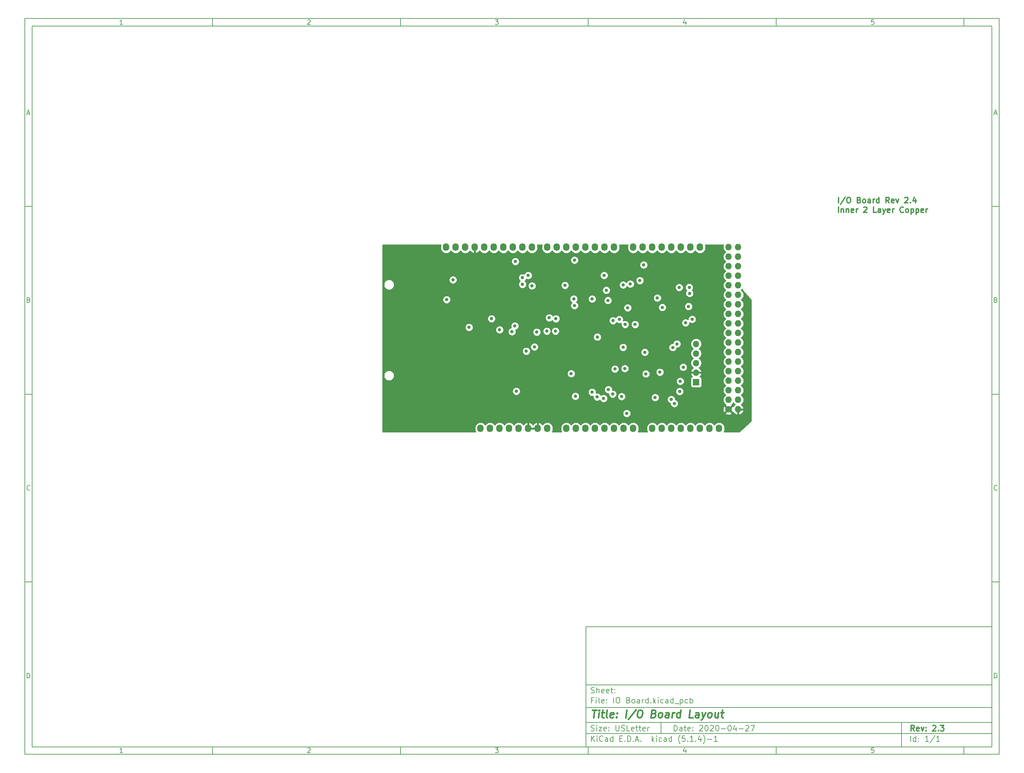
<source format=gbr>
G04 #@! TF.GenerationSoftware,KiCad,Pcbnew,(5.1.4)-1*
G04 #@! TF.CreationDate,2020-05-01T18:49:37-04:00*
G04 #@! TF.ProjectId,IO Board,494f2042-6f61-4726-942e-6b696361645f,2.3*
G04 #@! TF.SameCoordinates,Original*
G04 #@! TF.FileFunction,Copper,L3,Inr*
G04 #@! TF.FilePolarity,Positive*
%FSLAX46Y46*%
G04 Gerber Fmt 4.6, Leading zero omitted, Abs format (unit mm)*
G04 Created by KiCad (PCBNEW (5.1.4)-1) date 2020-05-01 18:49:37*
%MOMM*%
%LPD*%
G04 APERTURE LIST*
%ADD10C,0.100000*%
%ADD11C,0.150000*%
%ADD12C,0.300000*%
%ADD13C,0.400000*%
%ADD14C,1.727200*%
%ADD15O,1.727200X1.727200*%
%ADD16O,1.727200X2.032000*%
%ADD17O,1.700000X1.700000*%
%ADD18R,1.700000X1.700000*%
%ADD19C,0.889000*%
%ADD20C,0.254000*%
G04 APERTURE END LIST*
D10*
D11*
X159400000Y-171900000D02*
X159400000Y-203900000D01*
X267400000Y-203900000D01*
X267400000Y-171900000D01*
X159400000Y-171900000D01*
D10*
D11*
X10000000Y-10000000D02*
X10000000Y-205900000D01*
X269400000Y-205900000D01*
X269400000Y-10000000D01*
X10000000Y-10000000D01*
D10*
D11*
X12000000Y-12000000D02*
X12000000Y-203900000D01*
X267400000Y-203900000D01*
X267400000Y-12000000D01*
X12000000Y-12000000D01*
D10*
D11*
X60000000Y-12000000D02*
X60000000Y-10000000D01*
D10*
D11*
X110000000Y-12000000D02*
X110000000Y-10000000D01*
D10*
D11*
X160000000Y-12000000D02*
X160000000Y-10000000D01*
D10*
D11*
X210000000Y-12000000D02*
X210000000Y-10000000D01*
D10*
D11*
X260000000Y-12000000D02*
X260000000Y-10000000D01*
D10*
D11*
X36065476Y-11588095D02*
X35322619Y-11588095D01*
X35694047Y-11588095D02*
X35694047Y-10288095D01*
X35570238Y-10473809D01*
X35446428Y-10597619D01*
X35322619Y-10659523D01*
D10*
D11*
X85322619Y-10411904D02*
X85384523Y-10350000D01*
X85508333Y-10288095D01*
X85817857Y-10288095D01*
X85941666Y-10350000D01*
X86003571Y-10411904D01*
X86065476Y-10535714D01*
X86065476Y-10659523D01*
X86003571Y-10845238D01*
X85260714Y-11588095D01*
X86065476Y-11588095D01*
D10*
D11*
X135260714Y-10288095D02*
X136065476Y-10288095D01*
X135632142Y-10783333D01*
X135817857Y-10783333D01*
X135941666Y-10845238D01*
X136003571Y-10907142D01*
X136065476Y-11030952D01*
X136065476Y-11340476D01*
X136003571Y-11464285D01*
X135941666Y-11526190D01*
X135817857Y-11588095D01*
X135446428Y-11588095D01*
X135322619Y-11526190D01*
X135260714Y-11464285D01*
D10*
D11*
X185941666Y-10721428D02*
X185941666Y-11588095D01*
X185632142Y-10226190D02*
X185322619Y-11154761D01*
X186127380Y-11154761D01*
D10*
D11*
X236003571Y-10288095D02*
X235384523Y-10288095D01*
X235322619Y-10907142D01*
X235384523Y-10845238D01*
X235508333Y-10783333D01*
X235817857Y-10783333D01*
X235941666Y-10845238D01*
X236003571Y-10907142D01*
X236065476Y-11030952D01*
X236065476Y-11340476D01*
X236003571Y-11464285D01*
X235941666Y-11526190D01*
X235817857Y-11588095D01*
X235508333Y-11588095D01*
X235384523Y-11526190D01*
X235322619Y-11464285D01*
D10*
D11*
X60000000Y-203900000D02*
X60000000Y-205900000D01*
D10*
D11*
X110000000Y-203900000D02*
X110000000Y-205900000D01*
D10*
D11*
X160000000Y-203900000D02*
X160000000Y-205900000D01*
D10*
D11*
X210000000Y-203900000D02*
X210000000Y-205900000D01*
D10*
D11*
X260000000Y-203900000D02*
X260000000Y-205900000D01*
D10*
D11*
X36065476Y-205488095D02*
X35322619Y-205488095D01*
X35694047Y-205488095D02*
X35694047Y-204188095D01*
X35570238Y-204373809D01*
X35446428Y-204497619D01*
X35322619Y-204559523D01*
D10*
D11*
X85322619Y-204311904D02*
X85384523Y-204250000D01*
X85508333Y-204188095D01*
X85817857Y-204188095D01*
X85941666Y-204250000D01*
X86003571Y-204311904D01*
X86065476Y-204435714D01*
X86065476Y-204559523D01*
X86003571Y-204745238D01*
X85260714Y-205488095D01*
X86065476Y-205488095D01*
D10*
D11*
X135260714Y-204188095D02*
X136065476Y-204188095D01*
X135632142Y-204683333D01*
X135817857Y-204683333D01*
X135941666Y-204745238D01*
X136003571Y-204807142D01*
X136065476Y-204930952D01*
X136065476Y-205240476D01*
X136003571Y-205364285D01*
X135941666Y-205426190D01*
X135817857Y-205488095D01*
X135446428Y-205488095D01*
X135322619Y-205426190D01*
X135260714Y-205364285D01*
D10*
D11*
X185941666Y-204621428D02*
X185941666Y-205488095D01*
X185632142Y-204126190D02*
X185322619Y-205054761D01*
X186127380Y-205054761D01*
D10*
D11*
X236003571Y-204188095D02*
X235384523Y-204188095D01*
X235322619Y-204807142D01*
X235384523Y-204745238D01*
X235508333Y-204683333D01*
X235817857Y-204683333D01*
X235941666Y-204745238D01*
X236003571Y-204807142D01*
X236065476Y-204930952D01*
X236065476Y-205240476D01*
X236003571Y-205364285D01*
X235941666Y-205426190D01*
X235817857Y-205488095D01*
X235508333Y-205488095D01*
X235384523Y-205426190D01*
X235322619Y-205364285D01*
D10*
D11*
X10000000Y-60000000D02*
X12000000Y-60000000D01*
D10*
D11*
X10000000Y-110000000D02*
X12000000Y-110000000D01*
D10*
D11*
X10000000Y-160000000D02*
X12000000Y-160000000D01*
D10*
D11*
X10690476Y-35216666D02*
X11309523Y-35216666D01*
X10566666Y-35588095D02*
X11000000Y-34288095D01*
X11433333Y-35588095D01*
D10*
D11*
X11092857Y-84907142D02*
X11278571Y-84969047D01*
X11340476Y-85030952D01*
X11402380Y-85154761D01*
X11402380Y-85340476D01*
X11340476Y-85464285D01*
X11278571Y-85526190D01*
X11154761Y-85588095D01*
X10659523Y-85588095D01*
X10659523Y-84288095D01*
X11092857Y-84288095D01*
X11216666Y-84350000D01*
X11278571Y-84411904D01*
X11340476Y-84535714D01*
X11340476Y-84659523D01*
X11278571Y-84783333D01*
X11216666Y-84845238D01*
X11092857Y-84907142D01*
X10659523Y-84907142D01*
D10*
D11*
X11402380Y-135464285D02*
X11340476Y-135526190D01*
X11154761Y-135588095D01*
X11030952Y-135588095D01*
X10845238Y-135526190D01*
X10721428Y-135402380D01*
X10659523Y-135278571D01*
X10597619Y-135030952D01*
X10597619Y-134845238D01*
X10659523Y-134597619D01*
X10721428Y-134473809D01*
X10845238Y-134350000D01*
X11030952Y-134288095D01*
X11154761Y-134288095D01*
X11340476Y-134350000D01*
X11402380Y-134411904D01*
D10*
D11*
X10659523Y-185588095D02*
X10659523Y-184288095D01*
X10969047Y-184288095D01*
X11154761Y-184350000D01*
X11278571Y-184473809D01*
X11340476Y-184597619D01*
X11402380Y-184845238D01*
X11402380Y-185030952D01*
X11340476Y-185278571D01*
X11278571Y-185402380D01*
X11154761Y-185526190D01*
X10969047Y-185588095D01*
X10659523Y-185588095D01*
D10*
D11*
X269400000Y-60000000D02*
X267400000Y-60000000D01*
D10*
D11*
X269400000Y-110000000D02*
X267400000Y-110000000D01*
D10*
D11*
X269400000Y-160000000D02*
X267400000Y-160000000D01*
D10*
D11*
X268090476Y-35216666D02*
X268709523Y-35216666D01*
X267966666Y-35588095D02*
X268400000Y-34288095D01*
X268833333Y-35588095D01*
D10*
D11*
X268492857Y-84907142D02*
X268678571Y-84969047D01*
X268740476Y-85030952D01*
X268802380Y-85154761D01*
X268802380Y-85340476D01*
X268740476Y-85464285D01*
X268678571Y-85526190D01*
X268554761Y-85588095D01*
X268059523Y-85588095D01*
X268059523Y-84288095D01*
X268492857Y-84288095D01*
X268616666Y-84350000D01*
X268678571Y-84411904D01*
X268740476Y-84535714D01*
X268740476Y-84659523D01*
X268678571Y-84783333D01*
X268616666Y-84845238D01*
X268492857Y-84907142D01*
X268059523Y-84907142D01*
D10*
D11*
X268802380Y-135464285D02*
X268740476Y-135526190D01*
X268554761Y-135588095D01*
X268430952Y-135588095D01*
X268245238Y-135526190D01*
X268121428Y-135402380D01*
X268059523Y-135278571D01*
X267997619Y-135030952D01*
X267997619Y-134845238D01*
X268059523Y-134597619D01*
X268121428Y-134473809D01*
X268245238Y-134350000D01*
X268430952Y-134288095D01*
X268554761Y-134288095D01*
X268740476Y-134350000D01*
X268802380Y-134411904D01*
D10*
D11*
X268059523Y-185588095D02*
X268059523Y-184288095D01*
X268369047Y-184288095D01*
X268554761Y-184350000D01*
X268678571Y-184473809D01*
X268740476Y-184597619D01*
X268802380Y-184845238D01*
X268802380Y-185030952D01*
X268740476Y-185278571D01*
X268678571Y-185402380D01*
X268554761Y-185526190D01*
X268369047Y-185588095D01*
X268059523Y-185588095D01*
D10*
D11*
X182832142Y-199678571D02*
X182832142Y-198178571D01*
X183189285Y-198178571D01*
X183403571Y-198250000D01*
X183546428Y-198392857D01*
X183617857Y-198535714D01*
X183689285Y-198821428D01*
X183689285Y-199035714D01*
X183617857Y-199321428D01*
X183546428Y-199464285D01*
X183403571Y-199607142D01*
X183189285Y-199678571D01*
X182832142Y-199678571D01*
X184975000Y-199678571D02*
X184975000Y-198892857D01*
X184903571Y-198750000D01*
X184760714Y-198678571D01*
X184475000Y-198678571D01*
X184332142Y-198750000D01*
X184975000Y-199607142D02*
X184832142Y-199678571D01*
X184475000Y-199678571D01*
X184332142Y-199607142D01*
X184260714Y-199464285D01*
X184260714Y-199321428D01*
X184332142Y-199178571D01*
X184475000Y-199107142D01*
X184832142Y-199107142D01*
X184975000Y-199035714D01*
X185475000Y-198678571D02*
X186046428Y-198678571D01*
X185689285Y-198178571D02*
X185689285Y-199464285D01*
X185760714Y-199607142D01*
X185903571Y-199678571D01*
X186046428Y-199678571D01*
X187117857Y-199607142D02*
X186975000Y-199678571D01*
X186689285Y-199678571D01*
X186546428Y-199607142D01*
X186475000Y-199464285D01*
X186475000Y-198892857D01*
X186546428Y-198750000D01*
X186689285Y-198678571D01*
X186975000Y-198678571D01*
X187117857Y-198750000D01*
X187189285Y-198892857D01*
X187189285Y-199035714D01*
X186475000Y-199178571D01*
X187832142Y-199535714D02*
X187903571Y-199607142D01*
X187832142Y-199678571D01*
X187760714Y-199607142D01*
X187832142Y-199535714D01*
X187832142Y-199678571D01*
X187832142Y-198750000D02*
X187903571Y-198821428D01*
X187832142Y-198892857D01*
X187760714Y-198821428D01*
X187832142Y-198750000D01*
X187832142Y-198892857D01*
X189617857Y-198321428D02*
X189689285Y-198250000D01*
X189832142Y-198178571D01*
X190189285Y-198178571D01*
X190332142Y-198250000D01*
X190403571Y-198321428D01*
X190475000Y-198464285D01*
X190475000Y-198607142D01*
X190403571Y-198821428D01*
X189546428Y-199678571D01*
X190475000Y-199678571D01*
X191403571Y-198178571D02*
X191546428Y-198178571D01*
X191689285Y-198250000D01*
X191760714Y-198321428D01*
X191832142Y-198464285D01*
X191903571Y-198750000D01*
X191903571Y-199107142D01*
X191832142Y-199392857D01*
X191760714Y-199535714D01*
X191689285Y-199607142D01*
X191546428Y-199678571D01*
X191403571Y-199678571D01*
X191260714Y-199607142D01*
X191189285Y-199535714D01*
X191117857Y-199392857D01*
X191046428Y-199107142D01*
X191046428Y-198750000D01*
X191117857Y-198464285D01*
X191189285Y-198321428D01*
X191260714Y-198250000D01*
X191403571Y-198178571D01*
X192475000Y-198321428D02*
X192546428Y-198250000D01*
X192689285Y-198178571D01*
X193046428Y-198178571D01*
X193189285Y-198250000D01*
X193260714Y-198321428D01*
X193332142Y-198464285D01*
X193332142Y-198607142D01*
X193260714Y-198821428D01*
X192403571Y-199678571D01*
X193332142Y-199678571D01*
X194260714Y-198178571D02*
X194403571Y-198178571D01*
X194546428Y-198250000D01*
X194617857Y-198321428D01*
X194689285Y-198464285D01*
X194760714Y-198750000D01*
X194760714Y-199107142D01*
X194689285Y-199392857D01*
X194617857Y-199535714D01*
X194546428Y-199607142D01*
X194403571Y-199678571D01*
X194260714Y-199678571D01*
X194117857Y-199607142D01*
X194046428Y-199535714D01*
X193975000Y-199392857D01*
X193903571Y-199107142D01*
X193903571Y-198750000D01*
X193975000Y-198464285D01*
X194046428Y-198321428D01*
X194117857Y-198250000D01*
X194260714Y-198178571D01*
X195403571Y-199107142D02*
X196546428Y-199107142D01*
X197546428Y-198178571D02*
X197689285Y-198178571D01*
X197832142Y-198250000D01*
X197903571Y-198321428D01*
X197975000Y-198464285D01*
X198046428Y-198750000D01*
X198046428Y-199107142D01*
X197975000Y-199392857D01*
X197903571Y-199535714D01*
X197832142Y-199607142D01*
X197689285Y-199678571D01*
X197546428Y-199678571D01*
X197403571Y-199607142D01*
X197332142Y-199535714D01*
X197260714Y-199392857D01*
X197189285Y-199107142D01*
X197189285Y-198750000D01*
X197260714Y-198464285D01*
X197332142Y-198321428D01*
X197403571Y-198250000D01*
X197546428Y-198178571D01*
X199332142Y-198678571D02*
X199332142Y-199678571D01*
X198975000Y-198107142D02*
X198617857Y-199178571D01*
X199546428Y-199178571D01*
X200117857Y-199107142D02*
X201260714Y-199107142D01*
X201903571Y-198321428D02*
X201975000Y-198250000D01*
X202117857Y-198178571D01*
X202475000Y-198178571D01*
X202617857Y-198250000D01*
X202689285Y-198321428D01*
X202760714Y-198464285D01*
X202760714Y-198607142D01*
X202689285Y-198821428D01*
X201832142Y-199678571D01*
X202760714Y-199678571D01*
X203260714Y-198178571D02*
X204260714Y-198178571D01*
X203617857Y-199678571D01*
D10*
D11*
X159400000Y-200400000D02*
X267400000Y-200400000D01*
D10*
D11*
X160832142Y-202478571D02*
X160832142Y-200978571D01*
X161689285Y-202478571D02*
X161046428Y-201621428D01*
X161689285Y-200978571D02*
X160832142Y-201835714D01*
X162332142Y-202478571D02*
X162332142Y-201478571D01*
X162332142Y-200978571D02*
X162260714Y-201050000D01*
X162332142Y-201121428D01*
X162403571Y-201050000D01*
X162332142Y-200978571D01*
X162332142Y-201121428D01*
X163903571Y-202335714D02*
X163832142Y-202407142D01*
X163617857Y-202478571D01*
X163475000Y-202478571D01*
X163260714Y-202407142D01*
X163117857Y-202264285D01*
X163046428Y-202121428D01*
X162975000Y-201835714D01*
X162975000Y-201621428D01*
X163046428Y-201335714D01*
X163117857Y-201192857D01*
X163260714Y-201050000D01*
X163475000Y-200978571D01*
X163617857Y-200978571D01*
X163832142Y-201050000D01*
X163903571Y-201121428D01*
X165189285Y-202478571D02*
X165189285Y-201692857D01*
X165117857Y-201550000D01*
X164975000Y-201478571D01*
X164689285Y-201478571D01*
X164546428Y-201550000D01*
X165189285Y-202407142D02*
X165046428Y-202478571D01*
X164689285Y-202478571D01*
X164546428Y-202407142D01*
X164475000Y-202264285D01*
X164475000Y-202121428D01*
X164546428Y-201978571D01*
X164689285Y-201907142D01*
X165046428Y-201907142D01*
X165189285Y-201835714D01*
X166546428Y-202478571D02*
X166546428Y-200978571D01*
X166546428Y-202407142D02*
X166403571Y-202478571D01*
X166117857Y-202478571D01*
X165975000Y-202407142D01*
X165903571Y-202335714D01*
X165832142Y-202192857D01*
X165832142Y-201764285D01*
X165903571Y-201621428D01*
X165975000Y-201550000D01*
X166117857Y-201478571D01*
X166403571Y-201478571D01*
X166546428Y-201550000D01*
X168403571Y-201692857D02*
X168903571Y-201692857D01*
X169117857Y-202478571D02*
X168403571Y-202478571D01*
X168403571Y-200978571D01*
X169117857Y-200978571D01*
X169760714Y-202335714D02*
X169832142Y-202407142D01*
X169760714Y-202478571D01*
X169689285Y-202407142D01*
X169760714Y-202335714D01*
X169760714Y-202478571D01*
X170475000Y-202478571D02*
X170475000Y-200978571D01*
X170832142Y-200978571D01*
X171046428Y-201050000D01*
X171189285Y-201192857D01*
X171260714Y-201335714D01*
X171332142Y-201621428D01*
X171332142Y-201835714D01*
X171260714Y-202121428D01*
X171189285Y-202264285D01*
X171046428Y-202407142D01*
X170832142Y-202478571D01*
X170475000Y-202478571D01*
X171975000Y-202335714D02*
X172046428Y-202407142D01*
X171975000Y-202478571D01*
X171903571Y-202407142D01*
X171975000Y-202335714D01*
X171975000Y-202478571D01*
X172617857Y-202050000D02*
X173332142Y-202050000D01*
X172475000Y-202478571D02*
X172975000Y-200978571D01*
X173475000Y-202478571D01*
X173975000Y-202335714D02*
X174046428Y-202407142D01*
X173975000Y-202478571D01*
X173903571Y-202407142D01*
X173975000Y-202335714D01*
X173975000Y-202478571D01*
X176975000Y-202478571D02*
X176975000Y-200978571D01*
X177117857Y-201907142D02*
X177546428Y-202478571D01*
X177546428Y-201478571D02*
X176975000Y-202050000D01*
X178189285Y-202478571D02*
X178189285Y-201478571D01*
X178189285Y-200978571D02*
X178117857Y-201050000D01*
X178189285Y-201121428D01*
X178260714Y-201050000D01*
X178189285Y-200978571D01*
X178189285Y-201121428D01*
X179546428Y-202407142D02*
X179403571Y-202478571D01*
X179117857Y-202478571D01*
X178975000Y-202407142D01*
X178903571Y-202335714D01*
X178832142Y-202192857D01*
X178832142Y-201764285D01*
X178903571Y-201621428D01*
X178975000Y-201550000D01*
X179117857Y-201478571D01*
X179403571Y-201478571D01*
X179546428Y-201550000D01*
X180832142Y-202478571D02*
X180832142Y-201692857D01*
X180760714Y-201550000D01*
X180617857Y-201478571D01*
X180332142Y-201478571D01*
X180189285Y-201550000D01*
X180832142Y-202407142D02*
X180689285Y-202478571D01*
X180332142Y-202478571D01*
X180189285Y-202407142D01*
X180117857Y-202264285D01*
X180117857Y-202121428D01*
X180189285Y-201978571D01*
X180332142Y-201907142D01*
X180689285Y-201907142D01*
X180832142Y-201835714D01*
X182189285Y-202478571D02*
X182189285Y-200978571D01*
X182189285Y-202407142D02*
X182046428Y-202478571D01*
X181760714Y-202478571D01*
X181617857Y-202407142D01*
X181546428Y-202335714D01*
X181475000Y-202192857D01*
X181475000Y-201764285D01*
X181546428Y-201621428D01*
X181617857Y-201550000D01*
X181760714Y-201478571D01*
X182046428Y-201478571D01*
X182189285Y-201550000D01*
X184475000Y-203050000D02*
X184403571Y-202978571D01*
X184260714Y-202764285D01*
X184189285Y-202621428D01*
X184117857Y-202407142D01*
X184046428Y-202050000D01*
X184046428Y-201764285D01*
X184117857Y-201407142D01*
X184189285Y-201192857D01*
X184260714Y-201050000D01*
X184403571Y-200835714D01*
X184475000Y-200764285D01*
X185760714Y-200978571D02*
X185046428Y-200978571D01*
X184975000Y-201692857D01*
X185046428Y-201621428D01*
X185189285Y-201550000D01*
X185546428Y-201550000D01*
X185689285Y-201621428D01*
X185760714Y-201692857D01*
X185832142Y-201835714D01*
X185832142Y-202192857D01*
X185760714Y-202335714D01*
X185689285Y-202407142D01*
X185546428Y-202478571D01*
X185189285Y-202478571D01*
X185046428Y-202407142D01*
X184975000Y-202335714D01*
X186475000Y-202335714D02*
X186546428Y-202407142D01*
X186475000Y-202478571D01*
X186403571Y-202407142D01*
X186475000Y-202335714D01*
X186475000Y-202478571D01*
X187975000Y-202478571D02*
X187117857Y-202478571D01*
X187546428Y-202478571D02*
X187546428Y-200978571D01*
X187403571Y-201192857D01*
X187260714Y-201335714D01*
X187117857Y-201407142D01*
X188617857Y-202335714D02*
X188689285Y-202407142D01*
X188617857Y-202478571D01*
X188546428Y-202407142D01*
X188617857Y-202335714D01*
X188617857Y-202478571D01*
X189975000Y-201478571D02*
X189975000Y-202478571D01*
X189617857Y-200907142D02*
X189260714Y-201978571D01*
X190189285Y-201978571D01*
X190617857Y-203050000D02*
X190689285Y-202978571D01*
X190832142Y-202764285D01*
X190903571Y-202621428D01*
X190975000Y-202407142D01*
X191046428Y-202050000D01*
X191046428Y-201764285D01*
X190975000Y-201407142D01*
X190903571Y-201192857D01*
X190832142Y-201050000D01*
X190689285Y-200835714D01*
X190617857Y-200764285D01*
X191760714Y-201907142D02*
X192903571Y-201907142D01*
X194403571Y-202478571D02*
X193546428Y-202478571D01*
X193975000Y-202478571D02*
X193975000Y-200978571D01*
X193832142Y-201192857D01*
X193689285Y-201335714D01*
X193546428Y-201407142D01*
D10*
D11*
X159400000Y-197400000D02*
X267400000Y-197400000D01*
D10*
D12*
X246809285Y-199678571D02*
X246309285Y-198964285D01*
X245952142Y-199678571D02*
X245952142Y-198178571D01*
X246523571Y-198178571D01*
X246666428Y-198250000D01*
X246737857Y-198321428D01*
X246809285Y-198464285D01*
X246809285Y-198678571D01*
X246737857Y-198821428D01*
X246666428Y-198892857D01*
X246523571Y-198964285D01*
X245952142Y-198964285D01*
X248023571Y-199607142D02*
X247880714Y-199678571D01*
X247595000Y-199678571D01*
X247452142Y-199607142D01*
X247380714Y-199464285D01*
X247380714Y-198892857D01*
X247452142Y-198750000D01*
X247595000Y-198678571D01*
X247880714Y-198678571D01*
X248023571Y-198750000D01*
X248095000Y-198892857D01*
X248095000Y-199035714D01*
X247380714Y-199178571D01*
X248595000Y-198678571D02*
X248952142Y-199678571D01*
X249309285Y-198678571D01*
X249880714Y-199535714D02*
X249952142Y-199607142D01*
X249880714Y-199678571D01*
X249809285Y-199607142D01*
X249880714Y-199535714D01*
X249880714Y-199678571D01*
X249880714Y-198750000D02*
X249952142Y-198821428D01*
X249880714Y-198892857D01*
X249809285Y-198821428D01*
X249880714Y-198750000D01*
X249880714Y-198892857D01*
X251666428Y-198321428D02*
X251737857Y-198250000D01*
X251880714Y-198178571D01*
X252237857Y-198178571D01*
X252380714Y-198250000D01*
X252452142Y-198321428D01*
X252523571Y-198464285D01*
X252523571Y-198607142D01*
X252452142Y-198821428D01*
X251595000Y-199678571D01*
X252523571Y-199678571D01*
X253166428Y-199535714D02*
X253237857Y-199607142D01*
X253166428Y-199678571D01*
X253095000Y-199607142D01*
X253166428Y-199535714D01*
X253166428Y-199678571D01*
X253737857Y-198178571D02*
X254666428Y-198178571D01*
X254166428Y-198750000D01*
X254380714Y-198750000D01*
X254523571Y-198821428D01*
X254595000Y-198892857D01*
X254666428Y-199035714D01*
X254666428Y-199392857D01*
X254595000Y-199535714D01*
X254523571Y-199607142D01*
X254380714Y-199678571D01*
X253952142Y-199678571D01*
X253809285Y-199607142D01*
X253737857Y-199535714D01*
D10*
D11*
X160760714Y-199607142D02*
X160975000Y-199678571D01*
X161332142Y-199678571D01*
X161475000Y-199607142D01*
X161546428Y-199535714D01*
X161617857Y-199392857D01*
X161617857Y-199250000D01*
X161546428Y-199107142D01*
X161475000Y-199035714D01*
X161332142Y-198964285D01*
X161046428Y-198892857D01*
X160903571Y-198821428D01*
X160832142Y-198750000D01*
X160760714Y-198607142D01*
X160760714Y-198464285D01*
X160832142Y-198321428D01*
X160903571Y-198250000D01*
X161046428Y-198178571D01*
X161403571Y-198178571D01*
X161617857Y-198250000D01*
X162260714Y-199678571D02*
X162260714Y-198678571D01*
X162260714Y-198178571D02*
X162189285Y-198250000D01*
X162260714Y-198321428D01*
X162332142Y-198250000D01*
X162260714Y-198178571D01*
X162260714Y-198321428D01*
X162832142Y-198678571D02*
X163617857Y-198678571D01*
X162832142Y-199678571D01*
X163617857Y-199678571D01*
X164760714Y-199607142D02*
X164617857Y-199678571D01*
X164332142Y-199678571D01*
X164189285Y-199607142D01*
X164117857Y-199464285D01*
X164117857Y-198892857D01*
X164189285Y-198750000D01*
X164332142Y-198678571D01*
X164617857Y-198678571D01*
X164760714Y-198750000D01*
X164832142Y-198892857D01*
X164832142Y-199035714D01*
X164117857Y-199178571D01*
X165475000Y-199535714D02*
X165546428Y-199607142D01*
X165475000Y-199678571D01*
X165403571Y-199607142D01*
X165475000Y-199535714D01*
X165475000Y-199678571D01*
X165475000Y-198750000D02*
X165546428Y-198821428D01*
X165475000Y-198892857D01*
X165403571Y-198821428D01*
X165475000Y-198750000D01*
X165475000Y-198892857D01*
X167332142Y-198178571D02*
X167332142Y-199392857D01*
X167403571Y-199535714D01*
X167475000Y-199607142D01*
X167617857Y-199678571D01*
X167903571Y-199678571D01*
X168046428Y-199607142D01*
X168117857Y-199535714D01*
X168189285Y-199392857D01*
X168189285Y-198178571D01*
X168832142Y-199607142D02*
X169046428Y-199678571D01*
X169403571Y-199678571D01*
X169546428Y-199607142D01*
X169617857Y-199535714D01*
X169689285Y-199392857D01*
X169689285Y-199250000D01*
X169617857Y-199107142D01*
X169546428Y-199035714D01*
X169403571Y-198964285D01*
X169117857Y-198892857D01*
X168975000Y-198821428D01*
X168903571Y-198750000D01*
X168832142Y-198607142D01*
X168832142Y-198464285D01*
X168903571Y-198321428D01*
X168975000Y-198250000D01*
X169117857Y-198178571D01*
X169475000Y-198178571D01*
X169689285Y-198250000D01*
X171046428Y-199678571D02*
X170332142Y-199678571D01*
X170332142Y-198178571D01*
X172117857Y-199607142D02*
X171975000Y-199678571D01*
X171689285Y-199678571D01*
X171546428Y-199607142D01*
X171475000Y-199464285D01*
X171475000Y-198892857D01*
X171546428Y-198750000D01*
X171689285Y-198678571D01*
X171975000Y-198678571D01*
X172117857Y-198750000D01*
X172189285Y-198892857D01*
X172189285Y-199035714D01*
X171475000Y-199178571D01*
X172617857Y-198678571D02*
X173189285Y-198678571D01*
X172832142Y-198178571D02*
X172832142Y-199464285D01*
X172903571Y-199607142D01*
X173046428Y-199678571D01*
X173189285Y-199678571D01*
X173475000Y-198678571D02*
X174046428Y-198678571D01*
X173689285Y-198178571D02*
X173689285Y-199464285D01*
X173760714Y-199607142D01*
X173903571Y-199678571D01*
X174046428Y-199678571D01*
X175117857Y-199607142D02*
X174975000Y-199678571D01*
X174689285Y-199678571D01*
X174546428Y-199607142D01*
X174475000Y-199464285D01*
X174475000Y-198892857D01*
X174546428Y-198750000D01*
X174689285Y-198678571D01*
X174975000Y-198678571D01*
X175117857Y-198750000D01*
X175189285Y-198892857D01*
X175189285Y-199035714D01*
X174475000Y-199178571D01*
X175832142Y-199678571D02*
X175832142Y-198678571D01*
X175832142Y-198964285D02*
X175903571Y-198821428D01*
X175975000Y-198750000D01*
X176117857Y-198678571D01*
X176260714Y-198678571D01*
D10*
D11*
X245832142Y-202478571D02*
X245832142Y-200978571D01*
X247189285Y-202478571D02*
X247189285Y-200978571D01*
X247189285Y-202407142D02*
X247046428Y-202478571D01*
X246760714Y-202478571D01*
X246617857Y-202407142D01*
X246546428Y-202335714D01*
X246475000Y-202192857D01*
X246475000Y-201764285D01*
X246546428Y-201621428D01*
X246617857Y-201550000D01*
X246760714Y-201478571D01*
X247046428Y-201478571D01*
X247189285Y-201550000D01*
X247903571Y-202335714D02*
X247975000Y-202407142D01*
X247903571Y-202478571D01*
X247832142Y-202407142D01*
X247903571Y-202335714D01*
X247903571Y-202478571D01*
X247903571Y-201550000D02*
X247975000Y-201621428D01*
X247903571Y-201692857D01*
X247832142Y-201621428D01*
X247903571Y-201550000D01*
X247903571Y-201692857D01*
X250546428Y-202478571D02*
X249689285Y-202478571D01*
X250117857Y-202478571D02*
X250117857Y-200978571D01*
X249975000Y-201192857D01*
X249832142Y-201335714D01*
X249689285Y-201407142D01*
X252260714Y-200907142D02*
X250975000Y-202835714D01*
X253546428Y-202478571D02*
X252689285Y-202478571D01*
X253117857Y-202478571D02*
X253117857Y-200978571D01*
X252975000Y-201192857D01*
X252832142Y-201335714D01*
X252689285Y-201407142D01*
D10*
D11*
X159400000Y-193400000D02*
X267400000Y-193400000D01*
D10*
D13*
X161112380Y-194104761D02*
X162255238Y-194104761D01*
X161433809Y-196104761D02*
X161683809Y-194104761D01*
X162671904Y-196104761D02*
X162838571Y-194771428D01*
X162921904Y-194104761D02*
X162814761Y-194200000D01*
X162898095Y-194295238D01*
X163005238Y-194200000D01*
X162921904Y-194104761D01*
X162898095Y-194295238D01*
X163505238Y-194771428D02*
X164267142Y-194771428D01*
X163874285Y-194104761D02*
X163660000Y-195819047D01*
X163731428Y-196009523D01*
X163910000Y-196104761D01*
X164100476Y-196104761D01*
X165052857Y-196104761D02*
X164874285Y-196009523D01*
X164802857Y-195819047D01*
X165017142Y-194104761D01*
X166588571Y-196009523D02*
X166386190Y-196104761D01*
X166005238Y-196104761D01*
X165826666Y-196009523D01*
X165755238Y-195819047D01*
X165850476Y-195057142D01*
X165969523Y-194866666D01*
X166171904Y-194771428D01*
X166552857Y-194771428D01*
X166731428Y-194866666D01*
X166802857Y-195057142D01*
X166779047Y-195247619D01*
X165802857Y-195438095D01*
X167552857Y-195914285D02*
X167636190Y-196009523D01*
X167529047Y-196104761D01*
X167445714Y-196009523D01*
X167552857Y-195914285D01*
X167529047Y-196104761D01*
X167683809Y-194866666D02*
X167767142Y-194961904D01*
X167660000Y-195057142D01*
X167576666Y-194961904D01*
X167683809Y-194866666D01*
X167660000Y-195057142D01*
X170005238Y-196104761D02*
X170255238Y-194104761D01*
X172648095Y-194009523D02*
X170612380Y-196580952D01*
X173683809Y-194104761D02*
X174064761Y-194104761D01*
X174243333Y-194200000D01*
X174410000Y-194390476D01*
X174457619Y-194771428D01*
X174374285Y-195438095D01*
X174231428Y-195819047D01*
X174017142Y-196009523D01*
X173814761Y-196104761D01*
X173433809Y-196104761D01*
X173255238Y-196009523D01*
X173088571Y-195819047D01*
X173040952Y-195438095D01*
X173124285Y-194771428D01*
X173267142Y-194390476D01*
X173481428Y-194200000D01*
X173683809Y-194104761D01*
X177469523Y-195057142D02*
X177743333Y-195152380D01*
X177826666Y-195247619D01*
X177898095Y-195438095D01*
X177862380Y-195723809D01*
X177743333Y-195914285D01*
X177636190Y-196009523D01*
X177433809Y-196104761D01*
X176671904Y-196104761D01*
X176921904Y-194104761D01*
X177588571Y-194104761D01*
X177767142Y-194200000D01*
X177850476Y-194295238D01*
X177921904Y-194485714D01*
X177898095Y-194676190D01*
X177779047Y-194866666D01*
X177671904Y-194961904D01*
X177469523Y-195057142D01*
X176802857Y-195057142D01*
X178957619Y-196104761D02*
X178779047Y-196009523D01*
X178695714Y-195914285D01*
X178624285Y-195723809D01*
X178695714Y-195152380D01*
X178814761Y-194961904D01*
X178921904Y-194866666D01*
X179124285Y-194771428D01*
X179410000Y-194771428D01*
X179588571Y-194866666D01*
X179671904Y-194961904D01*
X179743333Y-195152380D01*
X179671904Y-195723809D01*
X179552857Y-195914285D01*
X179445714Y-196009523D01*
X179243333Y-196104761D01*
X178957619Y-196104761D01*
X181338571Y-196104761D02*
X181469523Y-195057142D01*
X181398095Y-194866666D01*
X181219523Y-194771428D01*
X180838571Y-194771428D01*
X180636190Y-194866666D01*
X181350476Y-196009523D02*
X181148095Y-196104761D01*
X180671904Y-196104761D01*
X180493333Y-196009523D01*
X180421904Y-195819047D01*
X180445714Y-195628571D01*
X180564761Y-195438095D01*
X180767142Y-195342857D01*
X181243333Y-195342857D01*
X181445714Y-195247619D01*
X182290952Y-196104761D02*
X182457619Y-194771428D01*
X182410000Y-195152380D02*
X182529047Y-194961904D01*
X182636190Y-194866666D01*
X182838571Y-194771428D01*
X183029047Y-194771428D01*
X184386190Y-196104761D02*
X184636190Y-194104761D01*
X184398095Y-196009523D02*
X184195714Y-196104761D01*
X183814761Y-196104761D01*
X183636190Y-196009523D01*
X183552857Y-195914285D01*
X183481428Y-195723809D01*
X183552857Y-195152380D01*
X183671904Y-194961904D01*
X183779047Y-194866666D01*
X183981428Y-194771428D01*
X184362380Y-194771428D01*
X184540952Y-194866666D01*
X187814761Y-196104761D02*
X186862380Y-196104761D01*
X187112380Y-194104761D01*
X189338571Y-196104761D02*
X189469523Y-195057142D01*
X189398095Y-194866666D01*
X189219523Y-194771428D01*
X188838571Y-194771428D01*
X188636190Y-194866666D01*
X189350476Y-196009523D02*
X189148095Y-196104761D01*
X188671904Y-196104761D01*
X188493333Y-196009523D01*
X188421904Y-195819047D01*
X188445714Y-195628571D01*
X188564761Y-195438095D01*
X188767142Y-195342857D01*
X189243333Y-195342857D01*
X189445714Y-195247619D01*
X190267142Y-194771428D02*
X190576666Y-196104761D01*
X191219523Y-194771428D02*
X190576666Y-196104761D01*
X190326666Y-196580952D01*
X190219523Y-196676190D01*
X190017142Y-196771428D01*
X192100476Y-196104761D02*
X191921904Y-196009523D01*
X191838571Y-195914285D01*
X191767142Y-195723809D01*
X191838571Y-195152380D01*
X191957619Y-194961904D01*
X192064761Y-194866666D01*
X192267142Y-194771428D01*
X192552857Y-194771428D01*
X192731428Y-194866666D01*
X192814761Y-194961904D01*
X192886190Y-195152380D01*
X192814761Y-195723809D01*
X192695714Y-195914285D01*
X192588571Y-196009523D01*
X192386190Y-196104761D01*
X192100476Y-196104761D01*
X194648095Y-194771428D02*
X194481428Y-196104761D01*
X193790952Y-194771428D02*
X193660000Y-195819047D01*
X193731428Y-196009523D01*
X193910000Y-196104761D01*
X194195714Y-196104761D01*
X194398095Y-196009523D01*
X194505238Y-195914285D01*
X195314761Y-194771428D02*
X196076666Y-194771428D01*
X195683809Y-194104761D02*
X195469523Y-195819047D01*
X195540952Y-196009523D01*
X195719523Y-196104761D01*
X195910000Y-196104761D01*
D10*
D11*
X161332142Y-191492857D02*
X160832142Y-191492857D01*
X160832142Y-192278571D02*
X160832142Y-190778571D01*
X161546428Y-190778571D01*
X162117857Y-192278571D02*
X162117857Y-191278571D01*
X162117857Y-190778571D02*
X162046428Y-190850000D01*
X162117857Y-190921428D01*
X162189285Y-190850000D01*
X162117857Y-190778571D01*
X162117857Y-190921428D01*
X163046428Y-192278571D02*
X162903571Y-192207142D01*
X162832142Y-192064285D01*
X162832142Y-190778571D01*
X164189285Y-192207142D02*
X164046428Y-192278571D01*
X163760714Y-192278571D01*
X163617857Y-192207142D01*
X163546428Y-192064285D01*
X163546428Y-191492857D01*
X163617857Y-191350000D01*
X163760714Y-191278571D01*
X164046428Y-191278571D01*
X164189285Y-191350000D01*
X164260714Y-191492857D01*
X164260714Y-191635714D01*
X163546428Y-191778571D01*
X164903571Y-192135714D02*
X164975000Y-192207142D01*
X164903571Y-192278571D01*
X164832142Y-192207142D01*
X164903571Y-192135714D01*
X164903571Y-192278571D01*
X164903571Y-191350000D02*
X164975000Y-191421428D01*
X164903571Y-191492857D01*
X164832142Y-191421428D01*
X164903571Y-191350000D01*
X164903571Y-191492857D01*
X166760714Y-192278571D02*
X166760714Y-190778571D01*
X167760714Y-190778571D02*
X168046428Y-190778571D01*
X168189285Y-190850000D01*
X168332142Y-190992857D01*
X168403571Y-191278571D01*
X168403571Y-191778571D01*
X168332142Y-192064285D01*
X168189285Y-192207142D01*
X168046428Y-192278571D01*
X167760714Y-192278571D01*
X167617857Y-192207142D01*
X167475000Y-192064285D01*
X167403571Y-191778571D01*
X167403571Y-191278571D01*
X167475000Y-190992857D01*
X167617857Y-190850000D01*
X167760714Y-190778571D01*
X170689285Y-191492857D02*
X170903571Y-191564285D01*
X170975000Y-191635714D01*
X171046428Y-191778571D01*
X171046428Y-191992857D01*
X170975000Y-192135714D01*
X170903571Y-192207142D01*
X170760714Y-192278571D01*
X170189285Y-192278571D01*
X170189285Y-190778571D01*
X170689285Y-190778571D01*
X170832142Y-190850000D01*
X170903571Y-190921428D01*
X170975000Y-191064285D01*
X170975000Y-191207142D01*
X170903571Y-191350000D01*
X170832142Y-191421428D01*
X170689285Y-191492857D01*
X170189285Y-191492857D01*
X171903571Y-192278571D02*
X171760714Y-192207142D01*
X171689285Y-192135714D01*
X171617857Y-191992857D01*
X171617857Y-191564285D01*
X171689285Y-191421428D01*
X171760714Y-191350000D01*
X171903571Y-191278571D01*
X172117857Y-191278571D01*
X172260714Y-191350000D01*
X172332142Y-191421428D01*
X172403571Y-191564285D01*
X172403571Y-191992857D01*
X172332142Y-192135714D01*
X172260714Y-192207142D01*
X172117857Y-192278571D01*
X171903571Y-192278571D01*
X173689285Y-192278571D02*
X173689285Y-191492857D01*
X173617857Y-191350000D01*
X173475000Y-191278571D01*
X173189285Y-191278571D01*
X173046428Y-191350000D01*
X173689285Y-192207142D02*
X173546428Y-192278571D01*
X173189285Y-192278571D01*
X173046428Y-192207142D01*
X172975000Y-192064285D01*
X172975000Y-191921428D01*
X173046428Y-191778571D01*
X173189285Y-191707142D01*
X173546428Y-191707142D01*
X173689285Y-191635714D01*
X174403571Y-192278571D02*
X174403571Y-191278571D01*
X174403571Y-191564285D02*
X174475000Y-191421428D01*
X174546428Y-191350000D01*
X174689285Y-191278571D01*
X174832142Y-191278571D01*
X175975000Y-192278571D02*
X175975000Y-190778571D01*
X175975000Y-192207142D02*
X175832142Y-192278571D01*
X175546428Y-192278571D01*
X175403571Y-192207142D01*
X175332142Y-192135714D01*
X175260714Y-191992857D01*
X175260714Y-191564285D01*
X175332142Y-191421428D01*
X175403571Y-191350000D01*
X175546428Y-191278571D01*
X175832142Y-191278571D01*
X175975000Y-191350000D01*
X176689285Y-192135714D02*
X176760714Y-192207142D01*
X176689285Y-192278571D01*
X176617857Y-192207142D01*
X176689285Y-192135714D01*
X176689285Y-192278571D01*
X177403571Y-192278571D02*
X177403571Y-190778571D01*
X177546428Y-191707142D02*
X177975000Y-192278571D01*
X177975000Y-191278571D02*
X177403571Y-191850000D01*
X178617857Y-192278571D02*
X178617857Y-191278571D01*
X178617857Y-190778571D02*
X178546428Y-190850000D01*
X178617857Y-190921428D01*
X178689285Y-190850000D01*
X178617857Y-190778571D01*
X178617857Y-190921428D01*
X179975000Y-192207142D02*
X179832142Y-192278571D01*
X179546428Y-192278571D01*
X179403571Y-192207142D01*
X179332142Y-192135714D01*
X179260714Y-191992857D01*
X179260714Y-191564285D01*
X179332142Y-191421428D01*
X179403571Y-191350000D01*
X179546428Y-191278571D01*
X179832142Y-191278571D01*
X179975000Y-191350000D01*
X181260714Y-192278571D02*
X181260714Y-191492857D01*
X181189285Y-191350000D01*
X181046428Y-191278571D01*
X180760714Y-191278571D01*
X180617857Y-191350000D01*
X181260714Y-192207142D02*
X181117857Y-192278571D01*
X180760714Y-192278571D01*
X180617857Y-192207142D01*
X180546428Y-192064285D01*
X180546428Y-191921428D01*
X180617857Y-191778571D01*
X180760714Y-191707142D01*
X181117857Y-191707142D01*
X181260714Y-191635714D01*
X182617857Y-192278571D02*
X182617857Y-190778571D01*
X182617857Y-192207142D02*
X182475000Y-192278571D01*
X182189285Y-192278571D01*
X182046428Y-192207142D01*
X181975000Y-192135714D01*
X181903571Y-191992857D01*
X181903571Y-191564285D01*
X181975000Y-191421428D01*
X182046428Y-191350000D01*
X182189285Y-191278571D01*
X182475000Y-191278571D01*
X182617857Y-191350000D01*
X182975000Y-192421428D02*
X184117857Y-192421428D01*
X184475000Y-191278571D02*
X184475000Y-192778571D01*
X184475000Y-191350000D02*
X184617857Y-191278571D01*
X184903571Y-191278571D01*
X185046428Y-191350000D01*
X185117857Y-191421428D01*
X185189285Y-191564285D01*
X185189285Y-191992857D01*
X185117857Y-192135714D01*
X185046428Y-192207142D01*
X184903571Y-192278571D01*
X184617857Y-192278571D01*
X184475000Y-192207142D01*
X186475000Y-192207142D02*
X186332142Y-192278571D01*
X186046428Y-192278571D01*
X185903571Y-192207142D01*
X185832142Y-192135714D01*
X185760714Y-191992857D01*
X185760714Y-191564285D01*
X185832142Y-191421428D01*
X185903571Y-191350000D01*
X186046428Y-191278571D01*
X186332142Y-191278571D01*
X186475000Y-191350000D01*
X187117857Y-192278571D02*
X187117857Y-190778571D01*
X187117857Y-191350000D02*
X187260714Y-191278571D01*
X187546428Y-191278571D01*
X187689285Y-191350000D01*
X187760714Y-191421428D01*
X187832142Y-191564285D01*
X187832142Y-191992857D01*
X187760714Y-192135714D01*
X187689285Y-192207142D01*
X187546428Y-192278571D01*
X187260714Y-192278571D01*
X187117857Y-192207142D01*
D10*
D11*
X159400000Y-187400000D02*
X267400000Y-187400000D01*
D10*
D11*
X160760714Y-189507142D02*
X160975000Y-189578571D01*
X161332142Y-189578571D01*
X161475000Y-189507142D01*
X161546428Y-189435714D01*
X161617857Y-189292857D01*
X161617857Y-189150000D01*
X161546428Y-189007142D01*
X161475000Y-188935714D01*
X161332142Y-188864285D01*
X161046428Y-188792857D01*
X160903571Y-188721428D01*
X160832142Y-188650000D01*
X160760714Y-188507142D01*
X160760714Y-188364285D01*
X160832142Y-188221428D01*
X160903571Y-188150000D01*
X161046428Y-188078571D01*
X161403571Y-188078571D01*
X161617857Y-188150000D01*
X162260714Y-189578571D02*
X162260714Y-188078571D01*
X162903571Y-189578571D02*
X162903571Y-188792857D01*
X162832142Y-188650000D01*
X162689285Y-188578571D01*
X162475000Y-188578571D01*
X162332142Y-188650000D01*
X162260714Y-188721428D01*
X164189285Y-189507142D02*
X164046428Y-189578571D01*
X163760714Y-189578571D01*
X163617857Y-189507142D01*
X163546428Y-189364285D01*
X163546428Y-188792857D01*
X163617857Y-188650000D01*
X163760714Y-188578571D01*
X164046428Y-188578571D01*
X164189285Y-188650000D01*
X164260714Y-188792857D01*
X164260714Y-188935714D01*
X163546428Y-189078571D01*
X165475000Y-189507142D02*
X165332142Y-189578571D01*
X165046428Y-189578571D01*
X164903571Y-189507142D01*
X164832142Y-189364285D01*
X164832142Y-188792857D01*
X164903571Y-188650000D01*
X165046428Y-188578571D01*
X165332142Y-188578571D01*
X165475000Y-188650000D01*
X165546428Y-188792857D01*
X165546428Y-188935714D01*
X164832142Y-189078571D01*
X165975000Y-188578571D02*
X166546428Y-188578571D01*
X166189285Y-188078571D02*
X166189285Y-189364285D01*
X166260714Y-189507142D01*
X166403571Y-189578571D01*
X166546428Y-189578571D01*
X167046428Y-189435714D02*
X167117857Y-189507142D01*
X167046428Y-189578571D01*
X166975000Y-189507142D01*
X167046428Y-189435714D01*
X167046428Y-189578571D01*
X167046428Y-188650000D02*
X167117857Y-188721428D01*
X167046428Y-188792857D01*
X166975000Y-188721428D01*
X167046428Y-188650000D01*
X167046428Y-188792857D01*
D10*
D11*
X179400000Y-197400000D02*
X179400000Y-200400000D01*
D10*
D11*
X243400000Y-197400000D02*
X243400000Y-203900000D01*
D12*
X226612142Y-59093571D02*
X226612142Y-57593571D01*
X228397857Y-57522142D02*
X227112142Y-59450714D01*
X229183571Y-57593571D02*
X229469285Y-57593571D01*
X229612142Y-57665000D01*
X229755000Y-57807857D01*
X229826428Y-58093571D01*
X229826428Y-58593571D01*
X229755000Y-58879285D01*
X229612142Y-59022142D01*
X229469285Y-59093571D01*
X229183571Y-59093571D01*
X229040714Y-59022142D01*
X228897857Y-58879285D01*
X228826428Y-58593571D01*
X228826428Y-58093571D01*
X228897857Y-57807857D01*
X229040714Y-57665000D01*
X229183571Y-57593571D01*
X232112142Y-58307857D02*
X232326428Y-58379285D01*
X232397857Y-58450714D01*
X232469285Y-58593571D01*
X232469285Y-58807857D01*
X232397857Y-58950714D01*
X232326428Y-59022142D01*
X232183571Y-59093571D01*
X231612142Y-59093571D01*
X231612142Y-57593571D01*
X232112142Y-57593571D01*
X232255000Y-57665000D01*
X232326428Y-57736428D01*
X232397857Y-57879285D01*
X232397857Y-58022142D01*
X232326428Y-58165000D01*
X232255000Y-58236428D01*
X232112142Y-58307857D01*
X231612142Y-58307857D01*
X233326428Y-59093571D02*
X233183571Y-59022142D01*
X233112142Y-58950714D01*
X233040714Y-58807857D01*
X233040714Y-58379285D01*
X233112142Y-58236428D01*
X233183571Y-58165000D01*
X233326428Y-58093571D01*
X233540714Y-58093571D01*
X233683571Y-58165000D01*
X233755000Y-58236428D01*
X233826428Y-58379285D01*
X233826428Y-58807857D01*
X233755000Y-58950714D01*
X233683571Y-59022142D01*
X233540714Y-59093571D01*
X233326428Y-59093571D01*
X235112142Y-59093571D02*
X235112142Y-58307857D01*
X235040714Y-58165000D01*
X234897857Y-58093571D01*
X234612142Y-58093571D01*
X234469285Y-58165000D01*
X235112142Y-59022142D02*
X234969285Y-59093571D01*
X234612142Y-59093571D01*
X234469285Y-59022142D01*
X234397857Y-58879285D01*
X234397857Y-58736428D01*
X234469285Y-58593571D01*
X234612142Y-58522142D01*
X234969285Y-58522142D01*
X235112142Y-58450714D01*
X235826428Y-59093571D02*
X235826428Y-58093571D01*
X235826428Y-58379285D02*
X235897857Y-58236428D01*
X235969285Y-58165000D01*
X236112142Y-58093571D01*
X236255000Y-58093571D01*
X237397857Y-59093571D02*
X237397857Y-57593571D01*
X237397857Y-59022142D02*
X237255000Y-59093571D01*
X236969285Y-59093571D01*
X236826428Y-59022142D01*
X236755000Y-58950714D01*
X236683571Y-58807857D01*
X236683571Y-58379285D01*
X236755000Y-58236428D01*
X236826428Y-58165000D01*
X236969285Y-58093571D01*
X237255000Y-58093571D01*
X237397857Y-58165000D01*
X240112142Y-59093571D02*
X239612142Y-58379285D01*
X239255000Y-59093571D02*
X239255000Y-57593571D01*
X239826428Y-57593571D01*
X239969285Y-57665000D01*
X240040714Y-57736428D01*
X240112142Y-57879285D01*
X240112142Y-58093571D01*
X240040714Y-58236428D01*
X239969285Y-58307857D01*
X239826428Y-58379285D01*
X239255000Y-58379285D01*
X241326428Y-59022142D02*
X241183571Y-59093571D01*
X240897857Y-59093571D01*
X240755000Y-59022142D01*
X240683571Y-58879285D01*
X240683571Y-58307857D01*
X240755000Y-58165000D01*
X240897857Y-58093571D01*
X241183571Y-58093571D01*
X241326428Y-58165000D01*
X241397857Y-58307857D01*
X241397857Y-58450714D01*
X240683571Y-58593571D01*
X241897857Y-58093571D02*
X242255000Y-59093571D01*
X242612142Y-58093571D01*
X244255000Y-57736428D02*
X244326428Y-57665000D01*
X244469285Y-57593571D01*
X244826428Y-57593571D01*
X244969285Y-57665000D01*
X245040714Y-57736428D01*
X245112142Y-57879285D01*
X245112142Y-58022142D01*
X245040714Y-58236428D01*
X244183571Y-59093571D01*
X245112142Y-59093571D01*
X245755000Y-58950714D02*
X245826428Y-59022142D01*
X245755000Y-59093571D01*
X245683571Y-59022142D01*
X245755000Y-58950714D01*
X245755000Y-59093571D01*
X247112142Y-58093571D02*
X247112142Y-59093571D01*
X246755000Y-57522142D02*
X246397857Y-58593571D01*
X247326428Y-58593571D01*
X226612142Y-61643571D02*
X226612142Y-60143571D01*
X227326428Y-60643571D02*
X227326428Y-61643571D01*
X227326428Y-60786428D02*
X227397857Y-60715000D01*
X227540714Y-60643571D01*
X227755000Y-60643571D01*
X227897857Y-60715000D01*
X227969285Y-60857857D01*
X227969285Y-61643571D01*
X228683571Y-60643571D02*
X228683571Y-61643571D01*
X228683571Y-60786428D02*
X228755000Y-60715000D01*
X228897857Y-60643571D01*
X229112142Y-60643571D01*
X229255000Y-60715000D01*
X229326428Y-60857857D01*
X229326428Y-61643571D01*
X230612142Y-61572142D02*
X230469285Y-61643571D01*
X230183571Y-61643571D01*
X230040714Y-61572142D01*
X229969285Y-61429285D01*
X229969285Y-60857857D01*
X230040714Y-60715000D01*
X230183571Y-60643571D01*
X230469285Y-60643571D01*
X230612142Y-60715000D01*
X230683571Y-60857857D01*
X230683571Y-61000714D01*
X229969285Y-61143571D01*
X231326428Y-61643571D02*
X231326428Y-60643571D01*
X231326428Y-60929285D02*
X231397857Y-60786428D01*
X231469285Y-60715000D01*
X231612142Y-60643571D01*
X231755000Y-60643571D01*
X233326428Y-60286428D02*
X233397857Y-60215000D01*
X233540714Y-60143571D01*
X233897857Y-60143571D01*
X234040714Y-60215000D01*
X234112142Y-60286428D01*
X234183571Y-60429285D01*
X234183571Y-60572142D01*
X234112142Y-60786428D01*
X233255000Y-61643571D01*
X234183571Y-61643571D01*
X236683571Y-61643571D02*
X235969285Y-61643571D01*
X235969285Y-60143571D01*
X237826428Y-61643571D02*
X237826428Y-60857857D01*
X237755000Y-60715000D01*
X237612142Y-60643571D01*
X237326428Y-60643571D01*
X237183571Y-60715000D01*
X237826428Y-61572142D02*
X237683571Y-61643571D01*
X237326428Y-61643571D01*
X237183571Y-61572142D01*
X237112142Y-61429285D01*
X237112142Y-61286428D01*
X237183571Y-61143571D01*
X237326428Y-61072142D01*
X237683571Y-61072142D01*
X237826428Y-61000714D01*
X238397857Y-60643571D02*
X238755000Y-61643571D01*
X239112142Y-60643571D02*
X238755000Y-61643571D01*
X238612142Y-62000714D01*
X238540714Y-62072142D01*
X238397857Y-62143571D01*
X240255000Y-61572142D02*
X240112142Y-61643571D01*
X239826428Y-61643571D01*
X239683571Y-61572142D01*
X239612142Y-61429285D01*
X239612142Y-60857857D01*
X239683571Y-60715000D01*
X239826428Y-60643571D01*
X240112142Y-60643571D01*
X240255000Y-60715000D01*
X240326428Y-60857857D01*
X240326428Y-61000714D01*
X239612142Y-61143571D01*
X240969285Y-61643571D02*
X240969285Y-60643571D01*
X240969285Y-60929285D02*
X241040714Y-60786428D01*
X241112142Y-60715000D01*
X241255000Y-60643571D01*
X241397857Y-60643571D01*
X243897857Y-61500714D02*
X243826428Y-61572142D01*
X243612142Y-61643571D01*
X243469285Y-61643571D01*
X243255000Y-61572142D01*
X243112142Y-61429285D01*
X243040714Y-61286428D01*
X242969285Y-61000714D01*
X242969285Y-60786428D01*
X243040714Y-60500714D01*
X243112142Y-60357857D01*
X243255000Y-60215000D01*
X243469285Y-60143571D01*
X243612142Y-60143571D01*
X243826428Y-60215000D01*
X243897857Y-60286428D01*
X244755000Y-61643571D02*
X244612142Y-61572142D01*
X244540714Y-61500714D01*
X244469285Y-61357857D01*
X244469285Y-60929285D01*
X244540714Y-60786428D01*
X244612142Y-60715000D01*
X244755000Y-60643571D01*
X244969285Y-60643571D01*
X245112142Y-60715000D01*
X245183571Y-60786428D01*
X245255000Y-60929285D01*
X245255000Y-61357857D01*
X245183571Y-61500714D01*
X245112142Y-61572142D01*
X244969285Y-61643571D01*
X244755000Y-61643571D01*
X245897857Y-60643571D02*
X245897857Y-62143571D01*
X245897857Y-60715000D02*
X246040714Y-60643571D01*
X246326428Y-60643571D01*
X246469285Y-60715000D01*
X246540714Y-60786428D01*
X246612142Y-60929285D01*
X246612142Y-61357857D01*
X246540714Y-61500714D01*
X246469285Y-61572142D01*
X246326428Y-61643571D01*
X246040714Y-61643571D01*
X245897857Y-61572142D01*
X247255000Y-60643571D02*
X247255000Y-62143571D01*
X247255000Y-60715000D02*
X247397857Y-60643571D01*
X247683571Y-60643571D01*
X247826428Y-60715000D01*
X247897857Y-60786428D01*
X247969285Y-60929285D01*
X247969285Y-61357857D01*
X247897857Y-61500714D01*
X247826428Y-61572142D01*
X247683571Y-61643571D01*
X247397857Y-61643571D01*
X247255000Y-61572142D01*
X249183571Y-61572142D02*
X249040714Y-61643571D01*
X248755000Y-61643571D01*
X248612142Y-61572142D01*
X248540714Y-61429285D01*
X248540714Y-60857857D01*
X248612142Y-60715000D01*
X248755000Y-60643571D01*
X249040714Y-60643571D01*
X249183571Y-60715000D01*
X249255000Y-60857857D01*
X249255000Y-61000714D01*
X248540714Y-61143571D01*
X249897857Y-61643571D02*
X249897857Y-60643571D01*
X249897857Y-60929285D02*
X249969285Y-60786428D01*
X250040714Y-60715000D01*
X250183571Y-60643571D01*
X250326428Y-60643571D01*
D14*
X197358000Y-114046000D03*
D15*
X199898000Y-114046000D03*
X197358000Y-111506000D03*
X199898000Y-111506000D03*
X197358000Y-108966000D03*
X199898000Y-108966000D03*
X197358000Y-106426000D03*
X199898000Y-106426000D03*
X197358000Y-103886000D03*
X199898000Y-103886000D03*
X197358000Y-101346000D03*
X199898000Y-101346000D03*
X197358000Y-98806000D03*
X199898000Y-98806000D03*
X197358000Y-96266000D03*
X199898000Y-96266000D03*
X197358000Y-93726000D03*
X199898000Y-93726000D03*
X197358000Y-91186000D03*
X199898000Y-91186000D03*
X197358000Y-88646000D03*
X199898000Y-88646000D03*
X197358000Y-86106000D03*
X199898000Y-86106000D03*
X197358000Y-83566000D03*
X199898000Y-83566000D03*
X197358000Y-81026000D03*
X199898000Y-81026000D03*
X197358000Y-78486000D03*
X199898000Y-78486000D03*
X197358000Y-75946000D03*
X199898000Y-75946000D03*
X197358000Y-73406000D03*
X199898000Y-73406000D03*
X197358000Y-70866000D03*
X199898000Y-70866000D03*
D16*
X131318000Y-119126000D03*
X133858000Y-119126000D03*
X136398000Y-119126000D03*
X138938000Y-119126000D03*
X141478000Y-119126000D03*
X144018000Y-119126000D03*
X146558000Y-119126000D03*
X149098000Y-119126000D03*
X154178000Y-119126000D03*
X156718000Y-119126000D03*
X159258000Y-119126000D03*
X161798000Y-119126000D03*
X164338000Y-119126000D03*
X166878000Y-119126000D03*
X169418000Y-119126000D03*
X171958000Y-119126000D03*
X177038000Y-119126000D03*
X179578000Y-119126000D03*
X182118000Y-119126000D03*
X184658000Y-119126000D03*
X187198000Y-119126000D03*
X189738000Y-119126000D03*
X192278000Y-119126000D03*
X194818000Y-119126000D03*
X122174000Y-70866000D03*
X124714000Y-70866000D03*
X127254000Y-70866000D03*
X129794000Y-70866000D03*
X132334000Y-70866000D03*
X134874000Y-70866000D03*
X137414000Y-70866000D03*
X139954000Y-70866000D03*
X142494000Y-70866000D03*
X145034000Y-70866000D03*
X149098000Y-70866000D03*
X151638000Y-70866000D03*
X154178000Y-70866000D03*
X156718000Y-70866000D03*
X159258000Y-70866000D03*
X161798000Y-70866000D03*
X164338000Y-70866000D03*
X166878000Y-70866000D03*
X171958000Y-70866000D03*
X174498000Y-70866000D03*
X177038000Y-70866000D03*
X179578000Y-70866000D03*
X182118000Y-70866000D03*
X184658000Y-70866000D03*
X187198000Y-70866000D03*
X189738000Y-70866000D03*
D17*
X188700000Y-96640000D03*
X188700000Y-99180000D03*
X188700000Y-101720000D03*
X188700000Y-104260000D03*
D18*
X188700000Y-106800000D03*
D19*
X179070000Y-90170000D03*
X128651000Y-94742000D03*
X111887000Y-104013000D03*
X110363000Y-81788000D03*
X155321000Y-78359000D03*
X150241000Y-84074000D03*
X182499000Y-104648000D03*
X143891000Y-92329000D03*
X151892000Y-95504000D03*
X128270000Y-87630000D03*
X180212517Y-92099917D03*
X193243200Y-73888600D03*
X174523404Y-110388400D03*
X172516800Y-99060000D03*
X167640000Y-98323400D03*
X162560000Y-87630000D03*
X155448000Y-104521000D03*
X164211000Y-78359000D03*
X169291000Y-80899000D03*
X174752000Y-75565000D03*
X149606000Y-89662000D03*
X140589000Y-74676000D03*
X156337000Y-74295000D03*
X179070000Y-104140000D03*
X124002800Y-79552800D03*
X169748200Y-103174800D03*
X186690000Y-86639400D03*
X182485166Y-97560025D03*
X153797000Y-81026000D03*
X148971000Y-93218000D03*
X151384000Y-89916000D03*
X142494000Y-78994000D03*
X145034000Y-81153000D03*
X162356800Y-110744000D03*
X175336200Y-104597200D03*
X183616600Y-96621600D03*
X165353998Y-108762800D03*
X185267600Y-102819200D03*
X162407600Y-94767400D03*
X184327800Y-109270800D03*
X184480200Y-106578400D03*
X156133800Y-84632800D03*
X165252400Y-85039200D03*
X182100000Y-111400000D03*
X164084000Y-111125000D03*
X166497000Y-109982000D03*
X169799000Y-91440000D03*
X184200800Y-81584800D03*
X172466000Y-91440000D03*
X186969400Y-83159598D03*
X173736000Y-79756000D03*
X171196000Y-80645000D03*
X161035998Y-84632800D03*
X164820600Y-82321400D03*
X151257000Y-93218000D03*
X168275000Y-90093800D03*
X134239000Y-89916000D03*
X139700000Y-93345000D03*
X122301000Y-84836000D03*
X140843000Y-109220000D03*
X161036000Y-109474000D03*
X145669000Y-97409000D03*
X170256200Y-115138200D03*
X143510000Y-98552000D03*
X140462000Y-91821000D03*
X146304000Y-93472000D03*
X136398000Y-92837000D03*
X128270000Y-92202000D03*
X142494000Y-80772000D03*
X170500000Y-87000000D03*
X144018000Y-78359000D03*
X156362400Y-86410800D03*
X187640000Y-90058200D03*
X186867800Y-81559400D03*
X178384200Y-84404200D03*
X169265600Y-97536000D03*
X179704998Y-86893400D03*
X166598600Y-90424000D03*
X185896200Y-91008200D03*
X156565600Y-110540800D03*
X167106600Y-103301800D03*
X168884600Y-110617000D03*
X177800000Y-110900000D03*
X182900000Y-112500000D03*
X175056800Y-98831400D03*
D20*
G36*
X120697084Y-70419824D02*
G01*
X120675400Y-70639982D01*
X120675400Y-71092019D01*
X120697084Y-71312177D01*
X120782775Y-71594664D01*
X120921931Y-71855006D01*
X121109203Y-72083197D01*
X121337395Y-72270469D01*
X121597737Y-72409625D01*
X121880224Y-72495316D01*
X122174000Y-72524251D01*
X122467777Y-72495316D01*
X122750264Y-72409625D01*
X123010606Y-72270469D01*
X123238797Y-72083197D01*
X123426069Y-71855006D01*
X123444000Y-71821459D01*
X123461931Y-71855006D01*
X123649203Y-72083197D01*
X123877395Y-72270469D01*
X124137737Y-72409625D01*
X124420224Y-72495316D01*
X124714000Y-72524251D01*
X125007777Y-72495316D01*
X125290264Y-72409625D01*
X125550606Y-72270469D01*
X125778797Y-72083197D01*
X125966069Y-71855006D01*
X125984000Y-71821459D01*
X126001931Y-71855006D01*
X126189203Y-72083197D01*
X126417395Y-72270469D01*
X126677737Y-72409625D01*
X126960224Y-72495316D01*
X127254000Y-72524251D01*
X127547777Y-72495316D01*
X127830264Y-72409625D01*
X128090606Y-72270469D01*
X128318797Y-72083197D01*
X128506069Y-71855006D01*
X128527424Y-71815053D01*
X128675514Y-72017729D01*
X128891965Y-72216733D01*
X129143081Y-72369686D01*
X129419211Y-72470709D01*
X129434974Y-72473358D01*
X129667000Y-72352217D01*
X129667000Y-70993000D01*
X129647000Y-70993000D01*
X129647000Y-70739000D01*
X129667000Y-70739000D01*
X129667000Y-70719000D01*
X129921000Y-70719000D01*
X129921000Y-70739000D01*
X129941000Y-70739000D01*
X129941000Y-70993000D01*
X129921000Y-70993000D01*
X129921000Y-72352217D01*
X130153026Y-72473358D01*
X130168789Y-72470709D01*
X130444919Y-72369686D01*
X130696035Y-72216733D01*
X130912486Y-72017729D01*
X131060576Y-71815053D01*
X131081931Y-71855006D01*
X131269203Y-72083197D01*
X131497395Y-72270469D01*
X131757737Y-72409625D01*
X132040224Y-72495316D01*
X132334000Y-72524251D01*
X132627777Y-72495316D01*
X132910264Y-72409625D01*
X133170606Y-72270469D01*
X133398797Y-72083197D01*
X133586069Y-71855006D01*
X133604000Y-71821459D01*
X133621931Y-71855006D01*
X133809203Y-72083197D01*
X134037395Y-72270469D01*
X134297737Y-72409625D01*
X134580224Y-72495316D01*
X134874000Y-72524251D01*
X135167777Y-72495316D01*
X135450264Y-72409625D01*
X135710606Y-72270469D01*
X135938797Y-72083197D01*
X136126069Y-71855006D01*
X136144000Y-71821459D01*
X136161931Y-71855006D01*
X136349203Y-72083197D01*
X136577395Y-72270469D01*
X136837737Y-72409625D01*
X137120224Y-72495316D01*
X137414000Y-72524251D01*
X137707777Y-72495316D01*
X137990264Y-72409625D01*
X138250606Y-72270469D01*
X138478797Y-72083197D01*
X138666069Y-71855006D01*
X138684000Y-71821459D01*
X138701931Y-71855006D01*
X138889203Y-72083197D01*
X139117395Y-72270469D01*
X139377737Y-72409625D01*
X139660224Y-72495316D01*
X139954000Y-72524251D01*
X140247777Y-72495316D01*
X140530264Y-72409625D01*
X140790606Y-72270469D01*
X141018797Y-72083197D01*
X141206069Y-71855006D01*
X141224000Y-71821459D01*
X141241931Y-71855006D01*
X141429203Y-72083197D01*
X141657395Y-72270469D01*
X141917737Y-72409625D01*
X142200224Y-72495316D01*
X142494000Y-72524251D01*
X142787777Y-72495316D01*
X143070264Y-72409625D01*
X143330606Y-72270469D01*
X143558797Y-72083197D01*
X143746069Y-71855006D01*
X143764000Y-71821459D01*
X143781931Y-71855006D01*
X143969203Y-72083197D01*
X144197395Y-72270469D01*
X144457737Y-72409625D01*
X144740224Y-72495316D01*
X145034000Y-72524251D01*
X145327777Y-72495316D01*
X145610264Y-72409625D01*
X145870606Y-72270469D01*
X146098797Y-72083197D01*
X146286069Y-71855006D01*
X146425225Y-71594663D01*
X146510916Y-71312176D01*
X146532600Y-71092018D01*
X146532600Y-70639981D01*
X146510916Y-70419823D01*
X146453637Y-70231000D01*
X147678363Y-70231000D01*
X147621084Y-70419824D01*
X147599400Y-70639982D01*
X147599400Y-71092019D01*
X147621084Y-71312177D01*
X147706775Y-71594664D01*
X147845931Y-71855006D01*
X148033203Y-72083197D01*
X148261395Y-72270469D01*
X148521737Y-72409625D01*
X148804224Y-72495316D01*
X149098000Y-72524251D01*
X149391777Y-72495316D01*
X149674264Y-72409625D01*
X149934606Y-72270469D01*
X150162797Y-72083197D01*
X150350069Y-71855006D01*
X150368000Y-71821459D01*
X150385931Y-71855006D01*
X150573203Y-72083197D01*
X150801395Y-72270469D01*
X151061737Y-72409625D01*
X151344224Y-72495316D01*
X151638000Y-72524251D01*
X151931777Y-72495316D01*
X152214264Y-72409625D01*
X152474606Y-72270469D01*
X152702797Y-72083197D01*
X152890069Y-71855006D01*
X152908000Y-71821459D01*
X152925931Y-71855006D01*
X153113203Y-72083197D01*
X153341395Y-72270469D01*
X153601737Y-72409625D01*
X153884224Y-72495316D01*
X154178000Y-72524251D01*
X154471777Y-72495316D01*
X154754264Y-72409625D01*
X155014606Y-72270469D01*
X155242797Y-72083197D01*
X155430069Y-71855006D01*
X155448000Y-71821459D01*
X155465931Y-71855006D01*
X155653203Y-72083197D01*
X155881395Y-72270469D01*
X156141737Y-72409625D01*
X156424224Y-72495316D01*
X156718000Y-72524251D01*
X157011777Y-72495316D01*
X157294264Y-72409625D01*
X157554606Y-72270469D01*
X157782797Y-72083197D01*
X157970069Y-71855006D01*
X157988000Y-71821459D01*
X158005931Y-71855006D01*
X158193203Y-72083197D01*
X158421395Y-72270469D01*
X158681737Y-72409625D01*
X158964224Y-72495316D01*
X159258000Y-72524251D01*
X159551777Y-72495316D01*
X159834264Y-72409625D01*
X160094606Y-72270469D01*
X160322797Y-72083197D01*
X160510069Y-71855006D01*
X160528000Y-71821459D01*
X160545931Y-71855006D01*
X160733203Y-72083197D01*
X160961395Y-72270469D01*
X161221737Y-72409625D01*
X161504224Y-72495316D01*
X161798000Y-72524251D01*
X162091777Y-72495316D01*
X162374264Y-72409625D01*
X162634606Y-72270469D01*
X162862797Y-72083197D01*
X163050069Y-71855006D01*
X163068000Y-71821459D01*
X163085931Y-71855006D01*
X163273203Y-72083197D01*
X163501395Y-72270469D01*
X163761737Y-72409625D01*
X164044224Y-72495316D01*
X164338000Y-72524251D01*
X164631777Y-72495316D01*
X164914264Y-72409625D01*
X165174606Y-72270469D01*
X165402797Y-72083197D01*
X165590069Y-71855006D01*
X165608000Y-71821459D01*
X165625931Y-71855006D01*
X165813203Y-72083197D01*
X166041395Y-72270469D01*
X166301737Y-72409625D01*
X166584224Y-72495316D01*
X166878000Y-72524251D01*
X167171777Y-72495316D01*
X167454264Y-72409625D01*
X167714606Y-72270469D01*
X167942797Y-72083197D01*
X168130069Y-71855006D01*
X168269225Y-71594663D01*
X168354916Y-71312176D01*
X168376600Y-71092018D01*
X168376600Y-70639981D01*
X168354916Y-70419823D01*
X168297637Y-70231000D01*
X170538363Y-70231000D01*
X170481084Y-70419824D01*
X170459400Y-70639982D01*
X170459400Y-71092019D01*
X170481084Y-71312177D01*
X170566775Y-71594664D01*
X170705931Y-71855006D01*
X170893203Y-72083197D01*
X171121395Y-72270469D01*
X171381737Y-72409625D01*
X171664224Y-72495316D01*
X171958000Y-72524251D01*
X172251777Y-72495316D01*
X172534264Y-72409625D01*
X172794606Y-72270469D01*
X173022797Y-72083197D01*
X173210069Y-71855006D01*
X173228000Y-71821459D01*
X173245931Y-71855006D01*
X173433203Y-72083197D01*
X173661395Y-72270469D01*
X173921737Y-72409625D01*
X174204224Y-72495316D01*
X174498000Y-72524251D01*
X174791777Y-72495316D01*
X175074264Y-72409625D01*
X175334606Y-72270469D01*
X175562797Y-72083197D01*
X175750069Y-71855006D01*
X175768000Y-71821459D01*
X175785931Y-71855006D01*
X175973203Y-72083197D01*
X176201395Y-72270469D01*
X176461737Y-72409625D01*
X176744224Y-72495316D01*
X177038000Y-72524251D01*
X177331777Y-72495316D01*
X177614264Y-72409625D01*
X177874606Y-72270469D01*
X178102797Y-72083197D01*
X178290069Y-71855006D01*
X178308000Y-71821459D01*
X178325931Y-71855006D01*
X178513203Y-72083197D01*
X178741395Y-72270469D01*
X179001737Y-72409625D01*
X179284224Y-72495316D01*
X179578000Y-72524251D01*
X179871777Y-72495316D01*
X180154264Y-72409625D01*
X180414606Y-72270469D01*
X180642797Y-72083197D01*
X180830069Y-71855006D01*
X180848000Y-71821459D01*
X180865931Y-71855006D01*
X181053203Y-72083197D01*
X181281395Y-72270469D01*
X181541737Y-72409625D01*
X181824224Y-72495316D01*
X182118000Y-72524251D01*
X182411777Y-72495316D01*
X182694264Y-72409625D01*
X182954606Y-72270469D01*
X183182797Y-72083197D01*
X183370069Y-71855006D01*
X183388000Y-71821459D01*
X183405931Y-71855006D01*
X183593203Y-72083197D01*
X183821395Y-72270469D01*
X184081737Y-72409625D01*
X184364224Y-72495316D01*
X184658000Y-72524251D01*
X184951777Y-72495316D01*
X185234264Y-72409625D01*
X185494606Y-72270469D01*
X185722797Y-72083197D01*
X185910069Y-71855006D01*
X185928000Y-71821459D01*
X185945931Y-71855006D01*
X186133203Y-72083197D01*
X186361395Y-72270469D01*
X186621737Y-72409625D01*
X186904224Y-72495316D01*
X187198000Y-72524251D01*
X187491777Y-72495316D01*
X187774264Y-72409625D01*
X188034606Y-72270469D01*
X188262797Y-72083197D01*
X188450069Y-71855006D01*
X188468000Y-71821459D01*
X188485931Y-71855006D01*
X188673203Y-72083197D01*
X188901395Y-72270469D01*
X189161737Y-72409625D01*
X189444224Y-72495316D01*
X189738000Y-72524251D01*
X190031777Y-72495316D01*
X190314264Y-72409625D01*
X190574606Y-72270469D01*
X190802797Y-72083197D01*
X190990069Y-71855006D01*
X191129225Y-71594663D01*
X191214916Y-71312176D01*
X191236600Y-71092018D01*
X191236600Y-70639981D01*
X191214916Y-70419823D01*
X191157637Y-70231000D01*
X195998170Y-70231000D01*
X195966775Y-70289736D01*
X195881084Y-70572223D01*
X195852149Y-70866000D01*
X195881084Y-71159777D01*
X195966775Y-71442264D01*
X196105931Y-71702606D01*
X196293203Y-71930797D01*
X196521394Y-72118069D01*
X196554940Y-72136000D01*
X196521394Y-72153931D01*
X196293203Y-72341203D01*
X196105931Y-72569394D01*
X195966775Y-72829736D01*
X195881084Y-73112223D01*
X195852149Y-73406000D01*
X195881084Y-73699777D01*
X195966775Y-73982264D01*
X196105931Y-74242606D01*
X196293203Y-74470797D01*
X196521394Y-74658069D01*
X196554940Y-74676000D01*
X196521394Y-74693931D01*
X196293203Y-74881203D01*
X196105931Y-75109394D01*
X195966775Y-75369736D01*
X195881084Y-75652223D01*
X195852149Y-75946000D01*
X195881084Y-76239777D01*
X195966775Y-76522264D01*
X196105931Y-76782606D01*
X196293203Y-77010797D01*
X196521394Y-77198069D01*
X196554940Y-77216000D01*
X196521394Y-77233931D01*
X196293203Y-77421203D01*
X196105931Y-77649394D01*
X195966775Y-77909736D01*
X195881084Y-78192223D01*
X195852149Y-78486000D01*
X195881084Y-78779777D01*
X195966775Y-79062264D01*
X196105931Y-79322606D01*
X196293203Y-79550797D01*
X196521394Y-79738069D01*
X196554940Y-79756000D01*
X196521394Y-79773931D01*
X196293203Y-79961203D01*
X196105931Y-80189394D01*
X195966775Y-80449736D01*
X195881084Y-80732223D01*
X195852149Y-81026000D01*
X195881084Y-81319777D01*
X195966775Y-81602264D01*
X196105931Y-81862606D01*
X196293203Y-82090797D01*
X196521394Y-82278069D01*
X196554940Y-82296000D01*
X196521394Y-82313931D01*
X196293203Y-82501203D01*
X196105931Y-82729394D01*
X195966775Y-82989736D01*
X195881084Y-83272223D01*
X195852149Y-83566000D01*
X195881084Y-83859777D01*
X195966775Y-84142264D01*
X196105931Y-84402606D01*
X196293203Y-84630797D01*
X196521394Y-84818069D01*
X196554940Y-84836000D01*
X196521394Y-84853931D01*
X196293203Y-85041203D01*
X196105931Y-85269394D01*
X195966775Y-85529736D01*
X195881084Y-85812223D01*
X195852149Y-86106000D01*
X195881084Y-86399777D01*
X195966775Y-86682264D01*
X196105931Y-86942606D01*
X196293203Y-87170797D01*
X196521394Y-87358069D01*
X196554940Y-87376000D01*
X196521394Y-87393931D01*
X196293203Y-87581203D01*
X196105931Y-87809394D01*
X195966775Y-88069736D01*
X195881084Y-88352223D01*
X195852149Y-88646000D01*
X195881084Y-88939777D01*
X195966775Y-89222264D01*
X196105931Y-89482606D01*
X196293203Y-89710797D01*
X196521394Y-89898069D01*
X196554940Y-89916000D01*
X196521394Y-89933931D01*
X196293203Y-90121203D01*
X196105931Y-90349394D01*
X195966775Y-90609736D01*
X195881084Y-90892223D01*
X195852149Y-91186000D01*
X195881084Y-91479777D01*
X195966775Y-91762264D01*
X196105931Y-92022606D01*
X196293203Y-92250797D01*
X196521394Y-92438069D01*
X196554940Y-92456000D01*
X196521394Y-92473931D01*
X196293203Y-92661203D01*
X196105931Y-92889394D01*
X195966775Y-93149736D01*
X195881084Y-93432223D01*
X195852149Y-93726000D01*
X195881084Y-94019777D01*
X195966775Y-94302264D01*
X196105931Y-94562606D01*
X196293203Y-94790797D01*
X196521394Y-94978069D01*
X196554940Y-94996000D01*
X196521394Y-95013931D01*
X196293203Y-95201203D01*
X196105931Y-95429394D01*
X195966775Y-95689736D01*
X195881084Y-95972223D01*
X195852149Y-96266000D01*
X195881084Y-96559777D01*
X195966775Y-96842264D01*
X196105931Y-97102606D01*
X196293203Y-97330797D01*
X196521394Y-97518069D01*
X196554940Y-97536000D01*
X196521394Y-97553931D01*
X196293203Y-97741203D01*
X196105931Y-97969394D01*
X195966775Y-98229736D01*
X195881084Y-98512223D01*
X195852149Y-98806000D01*
X195881084Y-99099777D01*
X195966775Y-99382264D01*
X196105931Y-99642606D01*
X196293203Y-99870797D01*
X196521394Y-100058069D01*
X196554940Y-100076000D01*
X196521394Y-100093931D01*
X196293203Y-100281203D01*
X196105931Y-100509394D01*
X195966775Y-100769736D01*
X195881084Y-101052223D01*
X195852149Y-101346000D01*
X195881084Y-101639777D01*
X195966775Y-101922264D01*
X196105931Y-102182606D01*
X196293203Y-102410797D01*
X196521394Y-102598069D01*
X196554940Y-102616000D01*
X196521394Y-102633931D01*
X196293203Y-102821203D01*
X196105931Y-103049394D01*
X195966775Y-103309736D01*
X195881084Y-103592223D01*
X195852149Y-103886000D01*
X195881084Y-104179777D01*
X195966775Y-104462264D01*
X196105931Y-104722606D01*
X196293203Y-104950797D01*
X196521394Y-105138069D01*
X196554940Y-105156000D01*
X196521394Y-105173931D01*
X196293203Y-105361203D01*
X196105931Y-105589394D01*
X195966775Y-105849736D01*
X195881084Y-106132223D01*
X195852149Y-106426000D01*
X195881084Y-106719777D01*
X195966775Y-107002264D01*
X196105931Y-107262606D01*
X196293203Y-107490797D01*
X196521394Y-107678069D01*
X196554940Y-107696000D01*
X196521394Y-107713931D01*
X196293203Y-107901203D01*
X196105931Y-108129394D01*
X195966775Y-108389736D01*
X195881084Y-108672223D01*
X195852149Y-108966000D01*
X195881084Y-109259777D01*
X195966775Y-109542264D01*
X196105931Y-109802606D01*
X196293203Y-110030797D01*
X196521394Y-110218069D01*
X196554940Y-110236000D01*
X196521394Y-110253931D01*
X196293203Y-110441203D01*
X196105931Y-110669394D01*
X195966775Y-110929736D01*
X195881084Y-111212223D01*
X195852149Y-111506000D01*
X195881084Y-111799777D01*
X195966775Y-112082264D01*
X196105931Y-112342606D01*
X196293203Y-112570797D01*
X196521394Y-112758069D01*
X196570305Y-112784213D01*
X196499501Y-113007896D01*
X197358000Y-113866395D01*
X198216499Y-113007896D01*
X198145695Y-112784213D01*
X198194606Y-112758069D01*
X198422797Y-112570797D01*
X198610069Y-112342606D01*
X198628000Y-112309060D01*
X198645931Y-112342606D01*
X198833203Y-112570797D01*
X199061394Y-112758069D01*
X199101433Y-112779470D01*
X198887707Y-112939146D01*
X198691183Y-113157512D01*
X198629434Y-113261359D01*
X198396104Y-113187501D01*
X197537605Y-114046000D01*
X198396104Y-114904499D01*
X198629434Y-114830641D01*
X198691183Y-114934488D01*
X198887707Y-115152854D01*
X199123056Y-115328684D01*
X199388186Y-115455222D01*
X199538974Y-115500958D01*
X199771000Y-115379817D01*
X199771000Y-114173000D01*
X200025000Y-114173000D01*
X200025000Y-115379817D01*
X200257026Y-115500958D01*
X200407814Y-115455222D01*
X200672944Y-115328684D01*
X200908293Y-115152854D01*
X201104817Y-114934488D01*
X201254964Y-114681978D01*
X201352963Y-114405027D01*
X201232464Y-114173000D01*
X200025000Y-114173000D01*
X199771000Y-114173000D01*
X199751000Y-114173000D01*
X199751000Y-113919000D01*
X199771000Y-113919000D01*
X199771000Y-113899000D01*
X200025000Y-113899000D01*
X200025000Y-113919000D01*
X201232464Y-113919000D01*
X201352963Y-113686973D01*
X201254964Y-113410022D01*
X201104817Y-113157512D01*
X200908293Y-112939146D01*
X200694567Y-112779470D01*
X200734606Y-112758069D01*
X200962797Y-112570797D01*
X201150069Y-112342606D01*
X201289225Y-112082264D01*
X201374916Y-111799777D01*
X201403851Y-111506000D01*
X201374916Y-111212223D01*
X201289225Y-110929736D01*
X201150069Y-110669394D01*
X200962797Y-110441203D01*
X200734606Y-110253931D01*
X200701060Y-110236000D01*
X200734606Y-110218069D01*
X200962797Y-110030797D01*
X201150069Y-109802606D01*
X201289225Y-109542264D01*
X201374916Y-109259777D01*
X201403851Y-108966000D01*
X201374916Y-108672223D01*
X201289225Y-108389736D01*
X201150069Y-108129394D01*
X200962797Y-107901203D01*
X200734606Y-107713931D01*
X200701060Y-107696000D01*
X200734606Y-107678069D01*
X200962797Y-107490797D01*
X201150069Y-107262606D01*
X201289225Y-107002264D01*
X201374916Y-106719777D01*
X201403851Y-106426000D01*
X201374916Y-106132223D01*
X201289225Y-105849736D01*
X201150069Y-105589394D01*
X200962797Y-105361203D01*
X200734606Y-105173931D01*
X200701060Y-105156000D01*
X200734606Y-105138069D01*
X200962797Y-104950797D01*
X201150069Y-104722606D01*
X201289225Y-104462264D01*
X201374916Y-104179777D01*
X201403851Y-103886000D01*
X201374916Y-103592223D01*
X201289225Y-103309736D01*
X201150069Y-103049394D01*
X200962797Y-102821203D01*
X200734606Y-102633931D01*
X200701060Y-102616000D01*
X200734606Y-102598069D01*
X200962797Y-102410797D01*
X201150069Y-102182606D01*
X201289225Y-101922264D01*
X201374916Y-101639777D01*
X201403851Y-101346000D01*
X201374916Y-101052223D01*
X201289225Y-100769736D01*
X201150069Y-100509394D01*
X200962797Y-100281203D01*
X200734606Y-100093931D01*
X200701060Y-100076000D01*
X200734606Y-100058069D01*
X200962797Y-99870797D01*
X201150069Y-99642606D01*
X201289225Y-99382264D01*
X201374916Y-99099777D01*
X201403851Y-98806000D01*
X201374916Y-98512223D01*
X201289225Y-98229736D01*
X201150069Y-97969394D01*
X200962797Y-97741203D01*
X200734606Y-97553931D01*
X200701060Y-97536000D01*
X200734606Y-97518069D01*
X200962797Y-97330797D01*
X201150069Y-97102606D01*
X201289225Y-96842264D01*
X201374916Y-96559777D01*
X201403851Y-96266000D01*
X201374916Y-95972223D01*
X201289225Y-95689736D01*
X201150069Y-95429394D01*
X200962797Y-95201203D01*
X200734606Y-95013931D01*
X200701060Y-94996000D01*
X200734606Y-94978069D01*
X200962797Y-94790797D01*
X201150069Y-94562606D01*
X201289225Y-94302264D01*
X201374916Y-94019777D01*
X201403851Y-93726000D01*
X201374916Y-93432223D01*
X201289225Y-93149736D01*
X201150069Y-92889394D01*
X200962797Y-92661203D01*
X200734606Y-92473931D01*
X200701060Y-92456000D01*
X200734606Y-92438069D01*
X200962797Y-92250797D01*
X201150069Y-92022606D01*
X201289225Y-91762264D01*
X201374916Y-91479777D01*
X201403851Y-91186000D01*
X201374916Y-90892223D01*
X201289225Y-90609736D01*
X201150069Y-90349394D01*
X200962797Y-90121203D01*
X200734606Y-89933931D01*
X200701060Y-89916000D01*
X200734606Y-89898069D01*
X200962797Y-89710797D01*
X201150069Y-89482606D01*
X201289225Y-89222264D01*
X201374916Y-88939777D01*
X201403851Y-88646000D01*
X201374916Y-88352223D01*
X201289225Y-88069736D01*
X201150069Y-87809394D01*
X200962797Y-87581203D01*
X200734606Y-87393931D01*
X200701060Y-87376000D01*
X200734606Y-87358069D01*
X200962797Y-87170797D01*
X201150069Y-86942606D01*
X201289225Y-86682264D01*
X201374916Y-86399777D01*
X201403851Y-86106000D01*
X201374916Y-85812223D01*
X201289225Y-85529736D01*
X201150069Y-85269394D01*
X200962797Y-85041203D01*
X200734606Y-84853931D01*
X200701060Y-84836000D01*
X200734606Y-84818069D01*
X200962797Y-84630797D01*
X201150069Y-84402606D01*
X201289225Y-84142264D01*
X201374916Y-83859777D01*
X201403851Y-83566000D01*
X201374916Y-83272223D01*
X201289225Y-82989736D01*
X201150069Y-82729394D01*
X200962797Y-82501203D01*
X200734606Y-82313931D01*
X200701060Y-82296000D01*
X200734606Y-82278069D01*
X200962797Y-82090797D01*
X201041000Y-81995507D01*
X201041000Y-82296000D01*
X201043440Y-82320776D01*
X201050667Y-82344601D01*
X201062403Y-82366557D01*
X201073602Y-82380959D01*
X203327000Y-84884735D01*
X203327000Y-117165270D01*
X200229467Y-120015000D01*
X196123523Y-120015000D01*
X196209225Y-119854663D01*
X196294916Y-119572176D01*
X196316600Y-119352018D01*
X196316600Y-118899981D01*
X196294916Y-118679823D01*
X196209225Y-118397336D01*
X196070069Y-118136994D01*
X195882797Y-117908803D01*
X195654605Y-117721531D01*
X195394263Y-117582375D01*
X195111776Y-117496684D01*
X194818000Y-117467749D01*
X194524223Y-117496684D01*
X194241736Y-117582375D01*
X193981394Y-117721531D01*
X193753203Y-117908803D01*
X193565931Y-118136995D01*
X193548000Y-118170541D01*
X193530069Y-118136994D01*
X193342797Y-117908803D01*
X193114605Y-117721531D01*
X192854263Y-117582375D01*
X192571776Y-117496684D01*
X192278000Y-117467749D01*
X191984223Y-117496684D01*
X191701736Y-117582375D01*
X191441394Y-117721531D01*
X191213203Y-117908803D01*
X191025931Y-118136995D01*
X191008000Y-118170541D01*
X190990069Y-118136994D01*
X190802797Y-117908803D01*
X190574605Y-117721531D01*
X190314263Y-117582375D01*
X190031776Y-117496684D01*
X189738000Y-117467749D01*
X189444223Y-117496684D01*
X189161736Y-117582375D01*
X188901394Y-117721531D01*
X188673203Y-117908803D01*
X188485931Y-118136995D01*
X188468000Y-118170541D01*
X188450069Y-118136994D01*
X188262797Y-117908803D01*
X188034605Y-117721531D01*
X187774263Y-117582375D01*
X187491776Y-117496684D01*
X187198000Y-117467749D01*
X186904223Y-117496684D01*
X186621736Y-117582375D01*
X186361394Y-117721531D01*
X186133203Y-117908803D01*
X185945931Y-118136995D01*
X185928000Y-118170541D01*
X185910069Y-118136994D01*
X185722797Y-117908803D01*
X185494605Y-117721531D01*
X185234263Y-117582375D01*
X184951776Y-117496684D01*
X184658000Y-117467749D01*
X184364223Y-117496684D01*
X184081736Y-117582375D01*
X183821394Y-117721531D01*
X183593203Y-117908803D01*
X183405931Y-118136995D01*
X183388000Y-118170541D01*
X183370069Y-118136994D01*
X183182797Y-117908803D01*
X182954605Y-117721531D01*
X182694263Y-117582375D01*
X182411776Y-117496684D01*
X182118000Y-117467749D01*
X181824223Y-117496684D01*
X181541736Y-117582375D01*
X181281394Y-117721531D01*
X181053203Y-117908803D01*
X180865931Y-118136995D01*
X180848000Y-118170541D01*
X180830069Y-118136994D01*
X180642797Y-117908803D01*
X180414605Y-117721531D01*
X180154263Y-117582375D01*
X179871776Y-117496684D01*
X179578000Y-117467749D01*
X179284223Y-117496684D01*
X179001736Y-117582375D01*
X178741394Y-117721531D01*
X178513203Y-117908803D01*
X178325931Y-118136995D01*
X178308000Y-118170541D01*
X178290069Y-118136994D01*
X178102797Y-117908803D01*
X177874605Y-117721531D01*
X177614263Y-117582375D01*
X177331776Y-117496684D01*
X177038000Y-117467749D01*
X176744223Y-117496684D01*
X176461736Y-117582375D01*
X176201394Y-117721531D01*
X175973203Y-117908803D01*
X175785931Y-118136995D01*
X175646775Y-118397337D01*
X175561084Y-118679824D01*
X175539400Y-118899982D01*
X175539400Y-119352019D01*
X175561084Y-119572177D01*
X175646775Y-119854664D01*
X175732477Y-120015000D01*
X173263523Y-120015000D01*
X173349225Y-119854663D01*
X173434916Y-119572176D01*
X173456600Y-119352018D01*
X173456600Y-118899981D01*
X173434916Y-118679823D01*
X173349225Y-118397336D01*
X173210069Y-118136994D01*
X173022797Y-117908803D01*
X172794605Y-117721531D01*
X172534263Y-117582375D01*
X172251776Y-117496684D01*
X171958000Y-117467749D01*
X171664223Y-117496684D01*
X171381736Y-117582375D01*
X171121394Y-117721531D01*
X170893203Y-117908803D01*
X170705931Y-118136995D01*
X170688000Y-118170541D01*
X170670069Y-118136994D01*
X170482797Y-117908803D01*
X170254605Y-117721531D01*
X169994263Y-117582375D01*
X169711776Y-117496684D01*
X169418000Y-117467749D01*
X169124223Y-117496684D01*
X168841736Y-117582375D01*
X168581394Y-117721531D01*
X168353203Y-117908803D01*
X168165931Y-118136995D01*
X168148000Y-118170541D01*
X168130069Y-118136994D01*
X167942797Y-117908803D01*
X167714605Y-117721531D01*
X167454263Y-117582375D01*
X167171776Y-117496684D01*
X166878000Y-117467749D01*
X166584223Y-117496684D01*
X166301736Y-117582375D01*
X166041394Y-117721531D01*
X165813203Y-117908803D01*
X165625931Y-118136995D01*
X165608000Y-118170541D01*
X165590069Y-118136994D01*
X165402797Y-117908803D01*
X165174605Y-117721531D01*
X164914263Y-117582375D01*
X164631776Y-117496684D01*
X164338000Y-117467749D01*
X164044223Y-117496684D01*
X163761736Y-117582375D01*
X163501394Y-117721531D01*
X163273203Y-117908803D01*
X163085931Y-118136995D01*
X163068000Y-118170541D01*
X163050069Y-118136994D01*
X162862797Y-117908803D01*
X162634605Y-117721531D01*
X162374263Y-117582375D01*
X162091776Y-117496684D01*
X161798000Y-117467749D01*
X161504223Y-117496684D01*
X161221736Y-117582375D01*
X160961394Y-117721531D01*
X160733203Y-117908803D01*
X160545931Y-118136995D01*
X160528000Y-118170541D01*
X160510069Y-118136994D01*
X160322797Y-117908803D01*
X160094605Y-117721531D01*
X159834263Y-117582375D01*
X159551776Y-117496684D01*
X159258000Y-117467749D01*
X158964223Y-117496684D01*
X158681736Y-117582375D01*
X158421394Y-117721531D01*
X158193203Y-117908803D01*
X158005931Y-118136995D01*
X157988000Y-118170541D01*
X157970069Y-118136994D01*
X157782797Y-117908803D01*
X157554605Y-117721531D01*
X157294263Y-117582375D01*
X157011776Y-117496684D01*
X156718000Y-117467749D01*
X156424223Y-117496684D01*
X156141736Y-117582375D01*
X155881394Y-117721531D01*
X155653203Y-117908803D01*
X155465931Y-118136995D01*
X155448000Y-118170541D01*
X155430069Y-118136994D01*
X155242797Y-117908803D01*
X155014605Y-117721531D01*
X154754263Y-117582375D01*
X154471776Y-117496684D01*
X154178000Y-117467749D01*
X153884223Y-117496684D01*
X153601736Y-117582375D01*
X153341394Y-117721531D01*
X153113203Y-117908803D01*
X152925931Y-118136995D01*
X152786775Y-118397337D01*
X152701084Y-118679824D01*
X152679400Y-118899982D01*
X152679400Y-119352019D01*
X152701084Y-119572177D01*
X152786775Y-119854664D01*
X152872477Y-120015000D01*
X150403523Y-120015000D01*
X150489225Y-119854663D01*
X150574916Y-119572176D01*
X150596600Y-119352018D01*
X150596600Y-118899981D01*
X150574916Y-118679823D01*
X150489225Y-118397336D01*
X150350069Y-118136994D01*
X150162797Y-117908803D01*
X149934605Y-117721531D01*
X149674263Y-117582375D01*
X149391776Y-117496684D01*
X149098000Y-117467749D01*
X148804223Y-117496684D01*
X148521736Y-117582375D01*
X148261394Y-117721531D01*
X148033203Y-117908803D01*
X147845931Y-118136995D01*
X147824576Y-118176947D01*
X147676486Y-117974271D01*
X147460035Y-117775267D01*
X147208919Y-117622314D01*
X146932789Y-117521291D01*
X146917026Y-117518642D01*
X146685000Y-117639783D01*
X146685000Y-118999000D01*
X146705000Y-118999000D01*
X146705000Y-119253000D01*
X146685000Y-119253000D01*
X146685000Y-119273000D01*
X146431000Y-119273000D01*
X146431000Y-119253000D01*
X144145000Y-119253000D01*
X144145000Y-119273000D01*
X143891000Y-119273000D01*
X143891000Y-119253000D01*
X143871000Y-119253000D01*
X143871000Y-118999000D01*
X143891000Y-118999000D01*
X143891000Y-117639783D01*
X144145000Y-117639783D01*
X144145000Y-118999000D01*
X146431000Y-118999000D01*
X146431000Y-117639783D01*
X146198974Y-117518642D01*
X146183211Y-117521291D01*
X145907081Y-117622314D01*
X145655965Y-117775267D01*
X145439514Y-117974271D01*
X145288000Y-118181633D01*
X145136486Y-117974271D01*
X144920035Y-117775267D01*
X144668919Y-117622314D01*
X144392789Y-117521291D01*
X144377026Y-117518642D01*
X144145000Y-117639783D01*
X143891000Y-117639783D01*
X143658974Y-117518642D01*
X143643211Y-117521291D01*
X143367081Y-117622314D01*
X143115965Y-117775267D01*
X142899514Y-117974271D01*
X142751424Y-118176947D01*
X142730069Y-118136994D01*
X142542797Y-117908803D01*
X142314605Y-117721531D01*
X142054263Y-117582375D01*
X141771776Y-117496684D01*
X141478000Y-117467749D01*
X141184223Y-117496684D01*
X140901736Y-117582375D01*
X140641394Y-117721531D01*
X140413203Y-117908803D01*
X140225931Y-118136995D01*
X140208000Y-118170541D01*
X140190069Y-118136994D01*
X140002797Y-117908803D01*
X139774605Y-117721531D01*
X139514263Y-117582375D01*
X139231776Y-117496684D01*
X138938000Y-117467749D01*
X138644223Y-117496684D01*
X138361736Y-117582375D01*
X138101394Y-117721531D01*
X137873203Y-117908803D01*
X137685931Y-118136995D01*
X137668000Y-118170541D01*
X137650069Y-118136994D01*
X137462797Y-117908803D01*
X137234605Y-117721531D01*
X136974263Y-117582375D01*
X136691776Y-117496684D01*
X136398000Y-117467749D01*
X136104223Y-117496684D01*
X135821736Y-117582375D01*
X135561394Y-117721531D01*
X135333203Y-117908803D01*
X135145931Y-118136995D01*
X135128000Y-118170541D01*
X135110069Y-118136994D01*
X134922797Y-117908803D01*
X134694605Y-117721531D01*
X134434263Y-117582375D01*
X134151776Y-117496684D01*
X133858000Y-117467749D01*
X133564223Y-117496684D01*
X133281736Y-117582375D01*
X133021394Y-117721531D01*
X132793203Y-117908803D01*
X132605931Y-118136995D01*
X132588000Y-118170541D01*
X132570069Y-118136994D01*
X132382797Y-117908803D01*
X132154605Y-117721531D01*
X131894263Y-117582375D01*
X131611776Y-117496684D01*
X131318000Y-117467749D01*
X131024223Y-117496684D01*
X130741736Y-117582375D01*
X130481394Y-117721531D01*
X130253203Y-117908803D01*
X130065931Y-118136995D01*
X129926775Y-118397337D01*
X129841084Y-118679824D01*
X129819400Y-118899982D01*
X129819400Y-119352019D01*
X129841084Y-119572177D01*
X129926775Y-119854664D01*
X130012477Y-120015000D01*
X105283000Y-120015000D01*
X105283000Y-115031879D01*
X169176700Y-115031879D01*
X169176700Y-115244521D01*
X169218185Y-115453078D01*
X169299560Y-115649535D01*
X169417698Y-115826341D01*
X169568059Y-115976702D01*
X169744865Y-116094840D01*
X169941322Y-116176215D01*
X170149879Y-116217700D01*
X170362521Y-116217700D01*
X170571078Y-116176215D01*
X170767535Y-116094840D01*
X170944341Y-115976702D01*
X171094702Y-115826341D01*
X171212840Y-115649535D01*
X171294215Y-115453078D01*
X171335700Y-115244521D01*
X171335700Y-115084104D01*
X196499501Y-115084104D01*
X196578782Y-115334567D01*
X196845141Y-115461826D01*
X197131210Y-115534675D01*
X197425993Y-115550315D01*
X197718164Y-115508145D01*
X197996493Y-115409786D01*
X198137218Y-115334567D01*
X198216499Y-115084104D01*
X197358000Y-114225605D01*
X196499501Y-115084104D01*
X171335700Y-115084104D01*
X171335700Y-115031879D01*
X171294215Y-114823322D01*
X171212840Y-114626865D01*
X171094702Y-114450059D01*
X170944341Y-114299698D01*
X170767535Y-114181560D01*
X170604414Y-114113993D01*
X195853685Y-114113993D01*
X195895855Y-114406164D01*
X195994214Y-114684493D01*
X196069433Y-114825218D01*
X196319896Y-114904499D01*
X197178395Y-114046000D01*
X196319896Y-113187501D01*
X196069433Y-113266782D01*
X195942174Y-113533141D01*
X195869325Y-113819210D01*
X195853685Y-114113993D01*
X170604414Y-114113993D01*
X170571078Y-114100185D01*
X170362521Y-114058700D01*
X170149879Y-114058700D01*
X169941322Y-114100185D01*
X169744865Y-114181560D01*
X169568059Y-114299698D01*
X169417698Y-114450059D01*
X169299560Y-114626865D01*
X169218185Y-114823322D01*
X169176700Y-115031879D01*
X105283000Y-115031879D01*
X105283000Y-110434479D01*
X155486100Y-110434479D01*
X155486100Y-110647121D01*
X155527585Y-110855678D01*
X155608960Y-111052135D01*
X155727098Y-111228941D01*
X155877459Y-111379302D01*
X156054265Y-111497440D01*
X156250722Y-111578815D01*
X156459279Y-111620300D01*
X156671921Y-111620300D01*
X156880478Y-111578815D01*
X157076935Y-111497440D01*
X157253741Y-111379302D01*
X157404102Y-111228941D01*
X157522240Y-111052135D01*
X157603615Y-110855678D01*
X157645100Y-110647121D01*
X157645100Y-110434479D01*
X157603615Y-110225922D01*
X157522240Y-110029465D01*
X157404102Y-109852659D01*
X157253741Y-109702298D01*
X157076935Y-109584160D01*
X156880478Y-109502785D01*
X156671921Y-109461300D01*
X156459279Y-109461300D01*
X156250722Y-109502785D01*
X156054265Y-109584160D01*
X155877459Y-109702298D01*
X155727098Y-109852659D01*
X155608960Y-110029465D01*
X155527585Y-110225922D01*
X155486100Y-110434479D01*
X105283000Y-110434479D01*
X105283000Y-109113679D01*
X139763500Y-109113679D01*
X139763500Y-109326321D01*
X139804985Y-109534878D01*
X139886360Y-109731335D01*
X140004498Y-109908141D01*
X140154859Y-110058502D01*
X140331665Y-110176640D01*
X140528122Y-110258015D01*
X140736679Y-110299500D01*
X140949321Y-110299500D01*
X141157878Y-110258015D01*
X141354335Y-110176640D01*
X141531141Y-110058502D01*
X141681502Y-109908141D01*
X141799640Y-109731335D01*
X141881015Y-109534878D01*
X141914273Y-109367679D01*
X159956500Y-109367679D01*
X159956500Y-109580321D01*
X159997985Y-109788878D01*
X160079360Y-109985335D01*
X160197498Y-110162141D01*
X160347859Y-110312502D01*
X160524665Y-110430640D01*
X160721122Y-110512015D01*
X160929679Y-110553500D01*
X161142321Y-110553500D01*
X161300295Y-110522077D01*
X161277300Y-110637679D01*
X161277300Y-110850321D01*
X161318785Y-111058878D01*
X161400160Y-111255335D01*
X161518298Y-111432141D01*
X161668659Y-111582502D01*
X161845465Y-111700640D01*
X162041922Y-111782015D01*
X162250479Y-111823500D01*
X162463121Y-111823500D01*
X162671678Y-111782015D01*
X162868135Y-111700640D01*
X163044941Y-111582502D01*
X163087453Y-111539990D01*
X163127360Y-111636335D01*
X163245498Y-111813141D01*
X163395859Y-111963502D01*
X163572665Y-112081640D01*
X163769122Y-112163015D01*
X163977679Y-112204500D01*
X164190321Y-112204500D01*
X164398878Y-112163015D01*
X164595335Y-112081640D01*
X164772141Y-111963502D01*
X164922502Y-111813141D01*
X165040640Y-111636335D01*
X165122015Y-111439878D01*
X165163500Y-111231321D01*
X165163500Y-111018679D01*
X165122015Y-110810122D01*
X165040640Y-110613665D01*
X164922502Y-110436859D01*
X164772141Y-110286498D01*
X164595335Y-110168360D01*
X164398878Y-110086985D01*
X164190321Y-110045500D01*
X163977679Y-110045500D01*
X163769122Y-110086985D01*
X163572665Y-110168360D01*
X163395859Y-110286498D01*
X163353347Y-110329010D01*
X163313440Y-110232665D01*
X163195302Y-110055859D01*
X163044941Y-109905498D01*
X162868135Y-109787360D01*
X162671678Y-109705985D01*
X162463121Y-109664500D01*
X162250479Y-109664500D01*
X162092505Y-109695923D01*
X162115500Y-109580321D01*
X162115500Y-109367679D01*
X162074015Y-109159122D01*
X161992640Y-108962665D01*
X161874502Y-108785859D01*
X161745122Y-108656479D01*
X164274498Y-108656479D01*
X164274498Y-108869121D01*
X164315983Y-109077678D01*
X164397358Y-109274135D01*
X164515496Y-109450941D01*
X164665857Y-109601302D01*
X164842663Y-109719440D01*
X165039120Y-109800815D01*
X165247677Y-109842300D01*
X165424140Y-109842300D01*
X165417500Y-109875679D01*
X165417500Y-110088321D01*
X165458985Y-110296878D01*
X165540360Y-110493335D01*
X165658498Y-110670141D01*
X165808859Y-110820502D01*
X165985665Y-110938640D01*
X166182122Y-111020015D01*
X166390679Y-111061500D01*
X166603321Y-111061500D01*
X166811878Y-111020015D01*
X167008335Y-110938640D01*
X167185141Y-110820502D01*
X167335502Y-110670141D01*
X167442051Y-110510679D01*
X167805100Y-110510679D01*
X167805100Y-110723321D01*
X167846585Y-110931878D01*
X167927960Y-111128335D01*
X168046098Y-111305141D01*
X168196459Y-111455502D01*
X168373265Y-111573640D01*
X168569722Y-111655015D01*
X168778279Y-111696500D01*
X168990921Y-111696500D01*
X169199478Y-111655015D01*
X169395935Y-111573640D01*
X169572741Y-111455502D01*
X169723102Y-111305141D01*
X169841240Y-111128335D01*
X169922615Y-110931878D01*
X169950104Y-110793679D01*
X176720500Y-110793679D01*
X176720500Y-111006321D01*
X176761985Y-111214878D01*
X176843360Y-111411335D01*
X176961498Y-111588141D01*
X177111859Y-111738502D01*
X177288665Y-111856640D01*
X177485122Y-111938015D01*
X177693679Y-111979500D01*
X177906321Y-111979500D01*
X178114878Y-111938015D01*
X178311335Y-111856640D01*
X178488141Y-111738502D01*
X178638502Y-111588141D01*
X178756640Y-111411335D01*
X178805374Y-111293679D01*
X181020500Y-111293679D01*
X181020500Y-111506321D01*
X181061985Y-111714878D01*
X181143360Y-111911335D01*
X181261498Y-112088141D01*
X181411859Y-112238502D01*
X181588665Y-112356640D01*
X181785122Y-112438015D01*
X181820500Y-112445052D01*
X181820500Y-112606321D01*
X181861985Y-112814878D01*
X181943360Y-113011335D01*
X182061498Y-113188141D01*
X182211859Y-113338502D01*
X182388665Y-113456640D01*
X182585122Y-113538015D01*
X182793679Y-113579500D01*
X183006321Y-113579500D01*
X183214878Y-113538015D01*
X183411335Y-113456640D01*
X183588141Y-113338502D01*
X183738502Y-113188141D01*
X183856640Y-113011335D01*
X183938015Y-112814878D01*
X183979500Y-112606321D01*
X183979500Y-112393679D01*
X183938015Y-112185122D01*
X183856640Y-111988665D01*
X183738502Y-111811859D01*
X183588141Y-111661498D01*
X183411335Y-111543360D01*
X183214878Y-111461985D01*
X183179500Y-111454948D01*
X183179500Y-111293679D01*
X183138015Y-111085122D01*
X183056640Y-110888665D01*
X182938502Y-110711859D01*
X182788141Y-110561498D01*
X182611335Y-110443360D01*
X182414878Y-110361985D01*
X182206321Y-110320500D01*
X181993679Y-110320500D01*
X181785122Y-110361985D01*
X181588665Y-110443360D01*
X181411859Y-110561498D01*
X181261498Y-110711859D01*
X181143360Y-110888665D01*
X181061985Y-111085122D01*
X181020500Y-111293679D01*
X178805374Y-111293679D01*
X178838015Y-111214878D01*
X178879500Y-111006321D01*
X178879500Y-110793679D01*
X178838015Y-110585122D01*
X178756640Y-110388665D01*
X178638502Y-110211859D01*
X178488141Y-110061498D01*
X178311335Y-109943360D01*
X178114878Y-109861985D01*
X177906321Y-109820500D01*
X177693679Y-109820500D01*
X177485122Y-109861985D01*
X177288665Y-109943360D01*
X177111859Y-110061498D01*
X176961498Y-110211859D01*
X176843360Y-110388665D01*
X176761985Y-110585122D01*
X176720500Y-110793679D01*
X169950104Y-110793679D01*
X169964100Y-110723321D01*
X169964100Y-110510679D01*
X169922615Y-110302122D01*
X169841240Y-110105665D01*
X169723102Y-109928859D01*
X169572741Y-109778498D01*
X169395935Y-109660360D01*
X169199478Y-109578985D01*
X168990921Y-109537500D01*
X168778279Y-109537500D01*
X168569722Y-109578985D01*
X168373265Y-109660360D01*
X168196459Y-109778498D01*
X168046098Y-109928859D01*
X167927960Y-110105665D01*
X167846585Y-110302122D01*
X167805100Y-110510679D01*
X167442051Y-110510679D01*
X167453640Y-110493335D01*
X167535015Y-110296878D01*
X167576500Y-110088321D01*
X167576500Y-109875679D01*
X167535015Y-109667122D01*
X167453640Y-109470665D01*
X167335502Y-109293859D01*
X167206122Y-109164479D01*
X183248300Y-109164479D01*
X183248300Y-109377121D01*
X183289785Y-109585678D01*
X183371160Y-109782135D01*
X183489298Y-109958941D01*
X183639659Y-110109302D01*
X183816465Y-110227440D01*
X184012922Y-110308815D01*
X184221479Y-110350300D01*
X184434121Y-110350300D01*
X184642678Y-110308815D01*
X184839135Y-110227440D01*
X185015941Y-110109302D01*
X185166302Y-109958941D01*
X185284440Y-109782135D01*
X185365815Y-109585678D01*
X185407300Y-109377121D01*
X185407300Y-109164479D01*
X185365815Y-108955922D01*
X185284440Y-108759465D01*
X185166302Y-108582659D01*
X185015941Y-108432298D01*
X184839135Y-108314160D01*
X184642678Y-108232785D01*
X184434121Y-108191300D01*
X184221479Y-108191300D01*
X184012922Y-108232785D01*
X183816465Y-108314160D01*
X183639659Y-108432298D01*
X183489298Y-108582659D01*
X183371160Y-108759465D01*
X183289785Y-108955922D01*
X183248300Y-109164479D01*
X167206122Y-109164479D01*
X167185141Y-109143498D01*
X167008335Y-109025360D01*
X166811878Y-108943985D01*
X166603321Y-108902500D01*
X166426858Y-108902500D01*
X166433498Y-108869121D01*
X166433498Y-108656479D01*
X166392013Y-108447922D01*
X166310638Y-108251465D01*
X166192500Y-108074659D01*
X166042139Y-107924298D01*
X165865333Y-107806160D01*
X165668876Y-107724785D01*
X165460319Y-107683300D01*
X165247677Y-107683300D01*
X165039120Y-107724785D01*
X164842663Y-107806160D01*
X164665857Y-107924298D01*
X164515496Y-108074659D01*
X164397358Y-108251465D01*
X164315983Y-108447922D01*
X164274498Y-108656479D01*
X161745122Y-108656479D01*
X161724141Y-108635498D01*
X161547335Y-108517360D01*
X161350878Y-108435985D01*
X161142321Y-108394500D01*
X160929679Y-108394500D01*
X160721122Y-108435985D01*
X160524665Y-108517360D01*
X160347859Y-108635498D01*
X160197498Y-108785859D01*
X160079360Y-108962665D01*
X159997985Y-109159122D01*
X159956500Y-109367679D01*
X141914273Y-109367679D01*
X141922500Y-109326321D01*
X141922500Y-109113679D01*
X141881015Y-108905122D01*
X141799640Y-108708665D01*
X141681502Y-108531859D01*
X141531141Y-108381498D01*
X141354335Y-108263360D01*
X141157878Y-108181985D01*
X140949321Y-108140500D01*
X140736679Y-108140500D01*
X140528122Y-108181985D01*
X140331665Y-108263360D01*
X140154859Y-108381498D01*
X140004498Y-108531859D01*
X139886360Y-108708665D01*
X139804985Y-108905122D01*
X139763500Y-109113679D01*
X105283000Y-109113679D01*
X105283000Y-106472079D01*
X183400700Y-106472079D01*
X183400700Y-106684721D01*
X183442185Y-106893278D01*
X183523560Y-107089735D01*
X183641698Y-107266541D01*
X183792059Y-107416902D01*
X183968865Y-107535040D01*
X184165322Y-107616415D01*
X184373879Y-107657900D01*
X184586521Y-107657900D01*
X184795078Y-107616415D01*
X184991535Y-107535040D01*
X185168341Y-107416902D01*
X185318702Y-107266541D01*
X185436840Y-107089735D01*
X185518215Y-106893278D01*
X185559700Y-106684721D01*
X185559700Y-106472079D01*
X185518215Y-106263522D01*
X185436840Y-106067065D01*
X185358620Y-105950000D01*
X187211928Y-105950000D01*
X187211928Y-107650000D01*
X187224188Y-107774482D01*
X187260498Y-107894180D01*
X187319463Y-108004494D01*
X187398815Y-108101185D01*
X187495506Y-108180537D01*
X187605820Y-108239502D01*
X187725518Y-108275812D01*
X187850000Y-108288072D01*
X189550000Y-108288072D01*
X189674482Y-108275812D01*
X189794180Y-108239502D01*
X189904494Y-108180537D01*
X190001185Y-108101185D01*
X190080537Y-108004494D01*
X190139502Y-107894180D01*
X190175812Y-107774482D01*
X190188072Y-107650000D01*
X190188072Y-105950000D01*
X190175812Y-105825518D01*
X190139502Y-105705820D01*
X190080537Y-105595506D01*
X190001185Y-105498815D01*
X189904494Y-105419463D01*
X189794180Y-105360498D01*
X189713534Y-105336034D01*
X189797588Y-105260269D01*
X189971641Y-105026920D01*
X190096825Y-104764099D01*
X190141476Y-104616890D01*
X190020155Y-104387000D01*
X188827000Y-104387000D01*
X188827000Y-104407000D01*
X188573000Y-104407000D01*
X188573000Y-104387000D01*
X187379845Y-104387000D01*
X187258524Y-104616890D01*
X187303175Y-104764099D01*
X187428359Y-105026920D01*
X187602412Y-105260269D01*
X187686466Y-105336034D01*
X187605820Y-105360498D01*
X187495506Y-105419463D01*
X187398815Y-105498815D01*
X187319463Y-105595506D01*
X187260498Y-105705820D01*
X187224188Y-105825518D01*
X187211928Y-105950000D01*
X185358620Y-105950000D01*
X185318702Y-105890259D01*
X185168341Y-105739898D01*
X184991535Y-105621760D01*
X184795078Y-105540385D01*
X184586521Y-105498900D01*
X184373879Y-105498900D01*
X184165322Y-105540385D01*
X183968865Y-105621760D01*
X183792059Y-105739898D01*
X183641698Y-105890259D01*
X183523560Y-106067065D01*
X183442185Y-106263522D01*
X183400700Y-106472079D01*
X105283000Y-106472079D01*
X105283000Y-104908589D01*
X105591000Y-104908589D01*
X105591000Y-105181411D01*
X105644225Y-105448989D01*
X105748629Y-105701043D01*
X105900201Y-105927886D01*
X106093114Y-106120799D01*
X106319957Y-106272371D01*
X106572011Y-106376775D01*
X106839589Y-106430000D01*
X107112411Y-106430000D01*
X107379989Y-106376775D01*
X107632043Y-106272371D01*
X107858886Y-106120799D01*
X108051799Y-105927886D01*
X108203371Y-105701043D01*
X108307775Y-105448989D01*
X108361000Y-105181411D01*
X108361000Y-104908589D01*
X108307775Y-104641011D01*
X108214026Y-104414679D01*
X154368500Y-104414679D01*
X154368500Y-104627321D01*
X154409985Y-104835878D01*
X154491360Y-105032335D01*
X154609498Y-105209141D01*
X154759859Y-105359502D01*
X154936665Y-105477640D01*
X155133122Y-105559015D01*
X155341679Y-105600500D01*
X155554321Y-105600500D01*
X155762878Y-105559015D01*
X155959335Y-105477640D01*
X156136141Y-105359502D01*
X156286502Y-105209141D01*
X156404640Y-105032335D01*
X156486015Y-104835878D01*
X156527500Y-104627321D01*
X156527500Y-104490879D01*
X174256700Y-104490879D01*
X174256700Y-104703521D01*
X174298185Y-104912078D01*
X174379560Y-105108535D01*
X174497698Y-105285341D01*
X174648059Y-105435702D01*
X174824865Y-105553840D01*
X175021322Y-105635215D01*
X175229879Y-105676700D01*
X175442521Y-105676700D01*
X175651078Y-105635215D01*
X175847535Y-105553840D01*
X176024341Y-105435702D01*
X176174702Y-105285341D01*
X176292840Y-105108535D01*
X176374215Y-104912078D01*
X176415700Y-104703521D01*
X176415700Y-104490879D01*
X176374215Y-104282322D01*
X176292840Y-104085865D01*
X176257971Y-104033679D01*
X177990500Y-104033679D01*
X177990500Y-104246321D01*
X178031985Y-104454878D01*
X178113360Y-104651335D01*
X178231498Y-104828141D01*
X178381859Y-104978502D01*
X178558665Y-105096640D01*
X178755122Y-105178015D01*
X178963679Y-105219500D01*
X179176321Y-105219500D01*
X179384878Y-105178015D01*
X179581335Y-105096640D01*
X179758141Y-104978502D01*
X179908502Y-104828141D01*
X180026640Y-104651335D01*
X180108015Y-104454878D01*
X180149500Y-104246321D01*
X180149500Y-104033679D01*
X180108015Y-103825122D01*
X180026640Y-103628665D01*
X179908502Y-103451859D01*
X179758141Y-103301498D01*
X179581335Y-103183360D01*
X179384878Y-103101985D01*
X179176321Y-103060500D01*
X178963679Y-103060500D01*
X178755122Y-103101985D01*
X178558665Y-103183360D01*
X178381859Y-103301498D01*
X178231498Y-103451859D01*
X178113360Y-103628665D01*
X178031985Y-103825122D01*
X177990500Y-104033679D01*
X176257971Y-104033679D01*
X176174702Y-103909059D01*
X176024341Y-103758698D01*
X175847535Y-103640560D01*
X175651078Y-103559185D01*
X175442521Y-103517700D01*
X175229879Y-103517700D01*
X175021322Y-103559185D01*
X174824865Y-103640560D01*
X174648059Y-103758698D01*
X174497698Y-103909059D01*
X174379560Y-104085865D01*
X174298185Y-104282322D01*
X174256700Y-104490879D01*
X156527500Y-104490879D01*
X156527500Y-104414679D01*
X156486015Y-104206122D01*
X156404640Y-104009665D01*
X156286502Y-103832859D01*
X156136141Y-103682498D01*
X155959335Y-103564360D01*
X155762878Y-103482985D01*
X155554321Y-103441500D01*
X155341679Y-103441500D01*
X155133122Y-103482985D01*
X154936665Y-103564360D01*
X154759859Y-103682498D01*
X154609498Y-103832859D01*
X154491360Y-104009665D01*
X154409985Y-104206122D01*
X154368500Y-104414679D01*
X108214026Y-104414679D01*
X108203371Y-104388957D01*
X108051799Y-104162114D01*
X107858886Y-103969201D01*
X107632043Y-103817629D01*
X107379989Y-103713225D01*
X107112411Y-103660000D01*
X106839589Y-103660000D01*
X106572011Y-103713225D01*
X106319957Y-103817629D01*
X106093114Y-103969201D01*
X105900201Y-104162114D01*
X105748629Y-104388957D01*
X105644225Y-104641011D01*
X105591000Y-104908589D01*
X105283000Y-104908589D01*
X105283000Y-103195479D01*
X166027100Y-103195479D01*
X166027100Y-103408121D01*
X166068585Y-103616678D01*
X166149960Y-103813135D01*
X166268098Y-103989941D01*
X166418459Y-104140302D01*
X166595265Y-104258440D01*
X166791722Y-104339815D01*
X167000279Y-104381300D01*
X167212921Y-104381300D01*
X167421478Y-104339815D01*
X167617935Y-104258440D01*
X167794741Y-104140302D01*
X167945102Y-103989941D01*
X168063240Y-103813135D01*
X168144615Y-103616678D01*
X168186100Y-103408121D01*
X168186100Y-103195479D01*
X168160838Y-103068479D01*
X168668700Y-103068479D01*
X168668700Y-103281121D01*
X168710185Y-103489678D01*
X168791560Y-103686135D01*
X168909698Y-103862941D01*
X169060059Y-104013302D01*
X169236865Y-104131440D01*
X169433322Y-104212815D01*
X169641879Y-104254300D01*
X169854521Y-104254300D01*
X170063078Y-104212815D01*
X170259535Y-104131440D01*
X170436341Y-104013302D01*
X170586702Y-103862941D01*
X170704840Y-103686135D01*
X170786215Y-103489678D01*
X170827700Y-103281121D01*
X170827700Y-103068479D01*
X170786215Y-102859922D01*
X170725308Y-102712879D01*
X184188100Y-102712879D01*
X184188100Y-102925521D01*
X184229585Y-103134078D01*
X184310960Y-103330535D01*
X184429098Y-103507341D01*
X184579459Y-103657702D01*
X184756265Y-103775840D01*
X184952722Y-103857215D01*
X185161279Y-103898700D01*
X185373921Y-103898700D01*
X185582478Y-103857215D01*
X185778935Y-103775840D01*
X185955741Y-103657702D01*
X186106102Y-103507341D01*
X186224240Y-103330535D01*
X186305615Y-103134078D01*
X186347100Y-102925521D01*
X186347100Y-102712879D01*
X186305615Y-102504322D01*
X186224240Y-102307865D01*
X186106102Y-102131059D01*
X185955741Y-101980698D01*
X185778935Y-101862560D01*
X185582478Y-101781185D01*
X185373921Y-101739700D01*
X185161279Y-101739700D01*
X184952722Y-101781185D01*
X184756265Y-101862560D01*
X184579459Y-101980698D01*
X184429098Y-102131059D01*
X184310960Y-102307865D01*
X184229585Y-102504322D01*
X184188100Y-102712879D01*
X170725308Y-102712879D01*
X170704840Y-102663465D01*
X170586702Y-102486659D01*
X170436341Y-102336298D01*
X170259535Y-102218160D01*
X170063078Y-102136785D01*
X169854521Y-102095300D01*
X169641879Y-102095300D01*
X169433322Y-102136785D01*
X169236865Y-102218160D01*
X169060059Y-102336298D01*
X168909698Y-102486659D01*
X168791560Y-102663465D01*
X168710185Y-102859922D01*
X168668700Y-103068479D01*
X168160838Y-103068479D01*
X168144615Y-102986922D01*
X168063240Y-102790465D01*
X167945102Y-102613659D01*
X167794741Y-102463298D01*
X167617935Y-102345160D01*
X167421478Y-102263785D01*
X167212921Y-102222300D01*
X167000279Y-102222300D01*
X166791722Y-102263785D01*
X166595265Y-102345160D01*
X166418459Y-102463298D01*
X166268098Y-102613659D01*
X166149960Y-102790465D01*
X166068585Y-102986922D01*
X166027100Y-103195479D01*
X105283000Y-103195479D01*
X105283000Y-98445679D01*
X142430500Y-98445679D01*
X142430500Y-98658321D01*
X142471985Y-98866878D01*
X142553360Y-99063335D01*
X142671498Y-99240141D01*
X142821859Y-99390502D01*
X142998665Y-99508640D01*
X143195122Y-99590015D01*
X143403679Y-99631500D01*
X143616321Y-99631500D01*
X143824878Y-99590015D01*
X144021335Y-99508640D01*
X144198141Y-99390502D01*
X144348502Y-99240141D01*
X144466640Y-99063335D01*
X144548015Y-98866878D01*
X144576220Y-98725079D01*
X173977300Y-98725079D01*
X173977300Y-98937721D01*
X174018785Y-99146278D01*
X174100160Y-99342735D01*
X174218298Y-99519541D01*
X174368659Y-99669902D01*
X174545465Y-99788040D01*
X174741922Y-99869415D01*
X174950479Y-99910900D01*
X175163121Y-99910900D01*
X175371678Y-99869415D01*
X175568135Y-99788040D01*
X175744941Y-99669902D01*
X175895302Y-99519541D01*
X176013440Y-99342735D01*
X176094815Y-99146278D01*
X176136300Y-98937721D01*
X176136300Y-98725079D01*
X176094815Y-98516522D01*
X176013440Y-98320065D01*
X175895302Y-98143259D01*
X175744941Y-97992898D01*
X175568135Y-97874760D01*
X175371678Y-97793385D01*
X175163121Y-97751900D01*
X174950479Y-97751900D01*
X174741922Y-97793385D01*
X174545465Y-97874760D01*
X174368659Y-97992898D01*
X174218298Y-98143259D01*
X174100160Y-98320065D01*
X174018785Y-98516522D01*
X173977300Y-98725079D01*
X144576220Y-98725079D01*
X144589500Y-98658321D01*
X144589500Y-98445679D01*
X144548015Y-98237122D01*
X144466640Y-98040665D01*
X144348502Y-97863859D01*
X144198141Y-97713498D01*
X144021335Y-97595360D01*
X143824878Y-97513985D01*
X143616321Y-97472500D01*
X143403679Y-97472500D01*
X143195122Y-97513985D01*
X142998665Y-97595360D01*
X142821859Y-97713498D01*
X142671498Y-97863859D01*
X142553360Y-98040665D01*
X142471985Y-98237122D01*
X142430500Y-98445679D01*
X105283000Y-98445679D01*
X105283000Y-97302679D01*
X144589500Y-97302679D01*
X144589500Y-97515321D01*
X144630985Y-97723878D01*
X144712360Y-97920335D01*
X144830498Y-98097141D01*
X144980859Y-98247502D01*
X145157665Y-98365640D01*
X145354122Y-98447015D01*
X145562679Y-98488500D01*
X145775321Y-98488500D01*
X145983878Y-98447015D01*
X146180335Y-98365640D01*
X146357141Y-98247502D01*
X146507502Y-98097141D01*
X146625640Y-97920335D01*
X146707015Y-97723878D01*
X146748500Y-97515321D01*
X146748500Y-97429679D01*
X168186100Y-97429679D01*
X168186100Y-97642321D01*
X168227585Y-97850878D01*
X168308960Y-98047335D01*
X168427098Y-98224141D01*
X168577459Y-98374502D01*
X168754265Y-98492640D01*
X168950722Y-98574015D01*
X169159279Y-98615500D01*
X169371921Y-98615500D01*
X169580478Y-98574015D01*
X169776935Y-98492640D01*
X169953741Y-98374502D01*
X170104102Y-98224141D01*
X170222240Y-98047335D01*
X170303615Y-97850878D01*
X170345100Y-97642321D01*
X170345100Y-97453704D01*
X181405666Y-97453704D01*
X181405666Y-97666346D01*
X181447151Y-97874903D01*
X181528526Y-98071360D01*
X181646664Y-98248166D01*
X181797025Y-98398527D01*
X181973831Y-98516665D01*
X182170288Y-98598040D01*
X182378845Y-98639525D01*
X182591487Y-98639525D01*
X182800044Y-98598040D01*
X182996501Y-98516665D01*
X183173307Y-98398527D01*
X183323668Y-98248166D01*
X183441806Y-98071360D01*
X183523181Y-97874903D01*
X183557753Y-97701100D01*
X183722921Y-97701100D01*
X183931478Y-97659615D01*
X184127935Y-97578240D01*
X184304741Y-97460102D01*
X184455102Y-97309741D01*
X184573240Y-97132935D01*
X184654615Y-96936478D01*
X184696100Y-96727921D01*
X184696100Y-96640000D01*
X187207815Y-96640000D01*
X187236487Y-96931111D01*
X187321401Y-97211034D01*
X187459294Y-97469014D01*
X187644866Y-97695134D01*
X187870986Y-97880706D01*
X187925791Y-97910000D01*
X187870986Y-97939294D01*
X187644866Y-98124866D01*
X187459294Y-98350986D01*
X187321401Y-98608966D01*
X187236487Y-98888889D01*
X187207815Y-99180000D01*
X187236487Y-99471111D01*
X187321401Y-99751034D01*
X187459294Y-100009014D01*
X187644866Y-100235134D01*
X187870986Y-100420706D01*
X187925791Y-100450000D01*
X187870986Y-100479294D01*
X187644866Y-100664866D01*
X187459294Y-100890986D01*
X187321401Y-101148966D01*
X187236487Y-101428889D01*
X187207815Y-101720000D01*
X187236487Y-102011111D01*
X187321401Y-102291034D01*
X187459294Y-102549014D01*
X187644866Y-102775134D01*
X187870986Y-102960706D01*
X187935523Y-102995201D01*
X187818645Y-103064822D01*
X187602412Y-103259731D01*
X187428359Y-103493080D01*
X187303175Y-103755901D01*
X187258524Y-103903110D01*
X187379845Y-104133000D01*
X188573000Y-104133000D01*
X188573000Y-104113000D01*
X188827000Y-104113000D01*
X188827000Y-104133000D01*
X190020155Y-104133000D01*
X190141476Y-103903110D01*
X190096825Y-103755901D01*
X189971641Y-103493080D01*
X189797588Y-103259731D01*
X189581355Y-103064822D01*
X189464477Y-102995201D01*
X189529014Y-102960706D01*
X189755134Y-102775134D01*
X189940706Y-102549014D01*
X190078599Y-102291034D01*
X190163513Y-102011111D01*
X190192185Y-101720000D01*
X190163513Y-101428889D01*
X190078599Y-101148966D01*
X189940706Y-100890986D01*
X189755134Y-100664866D01*
X189529014Y-100479294D01*
X189474209Y-100450000D01*
X189529014Y-100420706D01*
X189755134Y-100235134D01*
X189940706Y-100009014D01*
X190078599Y-99751034D01*
X190163513Y-99471111D01*
X190192185Y-99180000D01*
X190163513Y-98888889D01*
X190078599Y-98608966D01*
X189940706Y-98350986D01*
X189755134Y-98124866D01*
X189529014Y-97939294D01*
X189474209Y-97910000D01*
X189529014Y-97880706D01*
X189755134Y-97695134D01*
X189940706Y-97469014D01*
X190078599Y-97211034D01*
X190163513Y-96931111D01*
X190192185Y-96640000D01*
X190163513Y-96348889D01*
X190078599Y-96068966D01*
X189940706Y-95810986D01*
X189755134Y-95584866D01*
X189529014Y-95399294D01*
X189271034Y-95261401D01*
X188991111Y-95176487D01*
X188772950Y-95155000D01*
X188627050Y-95155000D01*
X188408889Y-95176487D01*
X188128966Y-95261401D01*
X187870986Y-95399294D01*
X187644866Y-95584866D01*
X187459294Y-95810986D01*
X187321401Y-96068966D01*
X187236487Y-96348889D01*
X187207815Y-96640000D01*
X184696100Y-96640000D01*
X184696100Y-96515279D01*
X184654615Y-96306722D01*
X184573240Y-96110265D01*
X184455102Y-95933459D01*
X184304741Y-95783098D01*
X184127935Y-95664960D01*
X183931478Y-95583585D01*
X183722921Y-95542100D01*
X183510279Y-95542100D01*
X183301722Y-95583585D01*
X183105265Y-95664960D01*
X182928459Y-95783098D01*
X182778098Y-95933459D01*
X182659960Y-96110265D01*
X182578585Y-96306722D01*
X182544013Y-96480525D01*
X182378845Y-96480525D01*
X182170288Y-96522010D01*
X181973831Y-96603385D01*
X181797025Y-96721523D01*
X181646664Y-96871884D01*
X181528526Y-97048690D01*
X181447151Y-97245147D01*
X181405666Y-97453704D01*
X170345100Y-97453704D01*
X170345100Y-97429679D01*
X170303615Y-97221122D01*
X170222240Y-97024665D01*
X170104102Y-96847859D01*
X169953741Y-96697498D01*
X169776935Y-96579360D01*
X169580478Y-96497985D01*
X169371921Y-96456500D01*
X169159279Y-96456500D01*
X168950722Y-96497985D01*
X168754265Y-96579360D01*
X168577459Y-96697498D01*
X168427098Y-96847859D01*
X168308960Y-97024665D01*
X168227585Y-97221122D01*
X168186100Y-97429679D01*
X146748500Y-97429679D01*
X146748500Y-97302679D01*
X146707015Y-97094122D01*
X146625640Y-96897665D01*
X146507502Y-96720859D01*
X146357141Y-96570498D01*
X146180335Y-96452360D01*
X145983878Y-96370985D01*
X145775321Y-96329500D01*
X145562679Y-96329500D01*
X145354122Y-96370985D01*
X145157665Y-96452360D01*
X144980859Y-96570498D01*
X144830498Y-96720859D01*
X144712360Y-96897665D01*
X144630985Y-97094122D01*
X144589500Y-97302679D01*
X105283000Y-97302679D01*
X105283000Y-94661079D01*
X161328100Y-94661079D01*
X161328100Y-94873721D01*
X161369585Y-95082278D01*
X161450960Y-95278735D01*
X161569098Y-95455541D01*
X161719459Y-95605902D01*
X161896265Y-95724040D01*
X162092722Y-95805415D01*
X162301279Y-95846900D01*
X162513921Y-95846900D01*
X162722478Y-95805415D01*
X162918935Y-95724040D01*
X163095741Y-95605902D01*
X163246102Y-95455541D01*
X163364240Y-95278735D01*
X163445615Y-95082278D01*
X163487100Y-94873721D01*
X163487100Y-94661079D01*
X163445615Y-94452522D01*
X163364240Y-94256065D01*
X163246102Y-94079259D01*
X163095741Y-93928898D01*
X162918935Y-93810760D01*
X162722478Y-93729385D01*
X162513921Y-93687900D01*
X162301279Y-93687900D01*
X162092722Y-93729385D01*
X161896265Y-93810760D01*
X161719459Y-93928898D01*
X161569098Y-94079259D01*
X161450960Y-94256065D01*
X161369585Y-94452522D01*
X161328100Y-94661079D01*
X105283000Y-94661079D01*
X105283000Y-92095679D01*
X127190500Y-92095679D01*
X127190500Y-92308321D01*
X127231985Y-92516878D01*
X127313360Y-92713335D01*
X127431498Y-92890141D01*
X127581859Y-93040502D01*
X127758665Y-93158640D01*
X127955122Y-93240015D01*
X128163679Y-93281500D01*
X128376321Y-93281500D01*
X128584878Y-93240015D01*
X128781335Y-93158640D01*
X128958141Y-93040502D01*
X129108502Y-92890141D01*
X129215051Y-92730679D01*
X135318500Y-92730679D01*
X135318500Y-92943321D01*
X135359985Y-93151878D01*
X135441360Y-93348335D01*
X135559498Y-93525141D01*
X135709859Y-93675502D01*
X135886665Y-93793640D01*
X136083122Y-93875015D01*
X136291679Y-93916500D01*
X136504321Y-93916500D01*
X136712878Y-93875015D01*
X136909335Y-93793640D01*
X137086141Y-93675502D01*
X137236502Y-93525141D01*
X137354640Y-93348335D01*
X137400060Y-93238679D01*
X138620500Y-93238679D01*
X138620500Y-93451321D01*
X138661985Y-93659878D01*
X138743360Y-93856335D01*
X138861498Y-94033141D01*
X139011859Y-94183502D01*
X139188665Y-94301640D01*
X139385122Y-94383015D01*
X139593679Y-94424500D01*
X139806321Y-94424500D01*
X140014878Y-94383015D01*
X140211335Y-94301640D01*
X140388141Y-94183502D01*
X140538502Y-94033141D01*
X140656640Y-93856335D01*
X140738015Y-93659878D01*
X140779500Y-93451321D01*
X140779500Y-93365679D01*
X145224500Y-93365679D01*
X145224500Y-93578321D01*
X145265985Y-93786878D01*
X145347360Y-93983335D01*
X145465498Y-94160141D01*
X145615859Y-94310502D01*
X145792665Y-94428640D01*
X145989122Y-94510015D01*
X146197679Y-94551500D01*
X146410321Y-94551500D01*
X146618878Y-94510015D01*
X146815335Y-94428640D01*
X146992141Y-94310502D01*
X147142502Y-94160141D01*
X147260640Y-93983335D01*
X147342015Y-93786878D01*
X147383500Y-93578321D01*
X147383500Y-93365679D01*
X147342015Y-93157122D01*
X147323192Y-93111679D01*
X147891500Y-93111679D01*
X147891500Y-93324321D01*
X147932985Y-93532878D01*
X148014360Y-93729335D01*
X148132498Y-93906141D01*
X148282859Y-94056502D01*
X148459665Y-94174640D01*
X148656122Y-94256015D01*
X148864679Y-94297500D01*
X149077321Y-94297500D01*
X149285878Y-94256015D01*
X149482335Y-94174640D01*
X149659141Y-94056502D01*
X149809502Y-93906141D01*
X149927640Y-93729335D01*
X150009015Y-93532878D01*
X150050500Y-93324321D01*
X150050500Y-93111679D01*
X150177500Y-93111679D01*
X150177500Y-93324321D01*
X150218985Y-93532878D01*
X150300360Y-93729335D01*
X150418498Y-93906141D01*
X150568859Y-94056502D01*
X150745665Y-94174640D01*
X150942122Y-94256015D01*
X151150679Y-94297500D01*
X151363321Y-94297500D01*
X151571878Y-94256015D01*
X151768335Y-94174640D01*
X151945141Y-94056502D01*
X152095502Y-93906141D01*
X152213640Y-93729335D01*
X152295015Y-93532878D01*
X152336500Y-93324321D01*
X152336500Y-93111679D01*
X152295015Y-92903122D01*
X152213640Y-92706665D01*
X152095502Y-92529859D01*
X151945141Y-92379498D01*
X151768335Y-92261360D01*
X151571878Y-92179985D01*
X151363321Y-92138500D01*
X151150679Y-92138500D01*
X150942122Y-92179985D01*
X150745665Y-92261360D01*
X150568859Y-92379498D01*
X150418498Y-92529859D01*
X150300360Y-92706665D01*
X150218985Y-92903122D01*
X150177500Y-93111679D01*
X150050500Y-93111679D01*
X150009015Y-92903122D01*
X149927640Y-92706665D01*
X149809502Y-92529859D01*
X149659141Y-92379498D01*
X149482335Y-92261360D01*
X149285878Y-92179985D01*
X149077321Y-92138500D01*
X148864679Y-92138500D01*
X148656122Y-92179985D01*
X148459665Y-92261360D01*
X148282859Y-92379498D01*
X148132498Y-92529859D01*
X148014360Y-92706665D01*
X147932985Y-92903122D01*
X147891500Y-93111679D01*
X147323192Y-93111679D01*
X147260640Y-92960665D01*
X147142502Y-92783859D01*
X146992141Y-92633498D01*
X146815335Y-92515360D01*
X146618878Y-92433985D01*
X146410321Y-92392500D01*
X146197679Y-92392500D01*
X145989122Y-92433985D01*
X145792665Y-92515360D01*
X145615859Y-92633498D01*
X145465498Y-92783859D01*
X145347360Y-92960665D01*
X145265985Y-93157122D01*
X145224500Y-93365679D01*
X140779500Y-93365679D01*
X140779500Y-93238679D01*
X140738015Y-93030122D01*
X140675494Y-92879182D01*
X140776878Y-92859015D01*
X140973335Y-92777640D01*
X141150141Y-92659502D01*
X141300502Y-92509141D01*
X141418640Y-92332335D01*
X141500015Y-92135878D01*
X141541500Y-91927321D01*
X141541500Y-91714679D01*
X141500015Y-91506122D01*
X141418640Y-91309665D01*
X141300502Y-91132859D01*
X141150141Y-90982498D01*
X140973335Y-90864360D01*
X140776878Y-90782985D01*
X140568321Y-90741500D01*
X140355679Y-90741500D01*
X140147122Y-90782985D01*
X139950665Y-90864360D01*
X139773859Y-90982498D01*
X139623498Y-91132859D01*
X139505360Y-91309665D01*
X139423985Y-91506122D01*
X139382500Y-91714679D01*
X139382500Y-91927321D01*
X139423985Y-92135878D01*
X139486506Y-92286818D01*
X139385122Y-92306985D01*
X139188665Y-92388360D01*
X139011859Y-92506498D01*
X138861498Y-92656859D01*
X138743360Y-92833665D01*
X138661985Y-93030122D01*
X138620500Y-93238679D01*
X137400060Y-93238679D01*
X137436015Y-93151878D01*
X137477500Y-92943321D01*
X137477500Y-92730679D01*
X137436015Y-92522122D01*
X137354640Y-92325665D01*
X137236502Y-92148859D01*
X137086141Y-91998498D01*
X136909335Y-91880360D01*
X136712878Y-91798985D01*
X136504321Y-91757500D01*
X136291679Y-91757500D01*
X136083122Y-91798985D01*
X135886665Y-91880360D01*
X135709859Y-91998498D01*
X135559498Y-92148859D01*
X135441360Y-92325665D01*
X135359985Y-92522122D01*
X135318500Y-92730679D01*
X129215051Y-92730679D01*
X129226640Y-92713335D01*
X129308015Y-92516878D01*
X129349500Y-92308321D01*
X129349500Y-92095679D01*
X129308015Y-91887122D01*
X129226640Y-91690665D01*
X129108502Y-91513859D01*
X128958141Y-91363498D01*
X128781335Y-91245360D01*
X128584878Y-91163985D01*
X128376321Y-91122500D01*
X128163679Y-91122500D01*
X127955122Y-91163985D01*
X127758665Y-91245360D01*
X127581859Y-91363498D01*
X127431498Y-91513859D01*
X127313360Y-91690665D01*
X127231985Y-91887122D01*
X127190500Y-92095679D01*
X105283000Y-92095679D01*
X105283000Y-89809679D01*
X133159500Y-89809679D01*
X133159500Y-90022321D01*
X133200985Y-90230878D01*
X133282360Y-90427335D01*
X133400498Y-90604141D01*
X133550859Y-90754502D01*
X133727665Y-90872640D01*
X133924122Y-90954015D01*
X134132679Y-90995500D01*
X134345321Y-90995500D01*
X134553878Y-90954015D01*
X134750335Y-90872640D01*
X134927141Y-90754502D01*
X135077502Y-90604141D01*
X135195640Y-90427335D01*
X135277015Y-90230878D01*
X135318500Y-90022321D01*
X135318500Y-89809679D01*
X135277015Y-89601122D01*
X135258192Y-89555679D01*
X148526500Y-89555679D01*
X148526500Y-89768321D01*
X148567985Y-89976878D01*
X148649360Y-90173335D01*
X148767498Y-90350141D01*
X148917859Y-90500502D01*
X149094665Y-90618640D01*
X149291122Y-90700015D01*
X149499679Y-90741500D01*
X149712321Y-90741500D01*
X149920878Y-90700015D01*
X150117335Y-90618640D01*
X150294141Y-90500502D01*
X150409771Y-90384872D01*
X150427360Y-90427335D01*
X150545498Y-90604141D01*
X150695859Y-90754502D01*
X150872665Y-90872640D01*
X151069122Y-90954015D01*
X151277679Y-90995500D01*
X151490321Y-90995500D01*
X151698878Y-90954015D01*
X151895335Y-90872640D01*
X152072141Y-90754502D01*
X152222502Y-90604141D01*
X152340640Y-90427335D01*
X152386060Y-90317679D01*
X165519100Y-90317679D01*
X165519100Y-90530321D01*
X165560585Y-90738878D01*
X165641960Y-90935335D01*
X165760098Y-91112141D01*
X165910459Y-91262502D01*
X166087265Y-91380640D01*
X166283722Y-91462015D01*
X166492279Y-91503500D01*
X166704921Y-91503500D01*
X166913478Y-91462015D01*
X167109935Y-91380640D01*
X167286741Y-91262502D01*
X167437102Y-91112141D01*
X167555240Y-90935335D01*
X167565389Y-90910832D01*
X167586859Y-90932302D01*
X167763665Y-91050440D01*
X167960122Y-91131815D01*
X168168679Y-91173300D01*
X168381321Y-91173300D01*
X168589878Y-91131815D01*
X168786335Y-91050440D01*
X168794056Y-91045281D01*
X168760985Y-91125122D01*
X168719500Y-91333679D01*
X168719500Y-91546321D01*
X168760985Y-91754878D01*
X168842360Y-91951335D01*
X168960498Y-92128141D01*
X169110859Y-92278502D01*
X169287665Y-92396640D01*
X169484122Y-92478015D01*
X169692679Y-92519500D01*
X169905321Y-92519500D01*
X170113878Y-92478015D01*
X170310335Y-92396640D01*
X170487141Y-92278502D01*
X170637502Y-92128141D01*
X170755640Y-91951335D01*
X170837015Y-91754878D01*
X170878500Y-91546321D01*
X170878500Y-91333679D01*
X171386500Y-91333679D01*
X171386500Y-91546321D01*
X171427985Y-91754878D01*
X171509360Y-91951335D01*
X171627498Y-92128141D01*
X171777859Y-92278502D01*
X171954665Y-92396640D01*
X172151122Y-92478015D01*
X172359679Y-92519500D01*
X172572321Y-92519500D01*
X172780878Y-92478015D01*
X172977335Y-92396640D01*
X173154141Y-92278502D01*
X173304502Y-92128141D01*
X173422640Y-91951335D01*
X173504015Y-91754878D01*
X173545500Y-91546321D01*
X173545500Y-91333679D01*
X173504015Y-91125122D01*
X173422640Y-90928665D01*
X173404743Y-90901879D01*
X184816700Y-90901879D01*
X184816700Y-91114521D01*
X184858185Y-91323078D01*
X184939560Y-91519535D01*
X185057698Y-91696341D01*
X185208059Y-91846702D01*
X185384865Y-91964840D01*
X185581322Y-92046215D01*
X185789879Y-92087700D01*
X186002521Y-92087700D01*
X186211078Y-92046215D01*
X186407535Y-91964840D01*
X186584341Y-91846702D01*
X186734702Y-91696341D01*
X186852840Y-91519535D01*
X186934215Y-91323078D01*
X186975700Y-91114521D01*
X186975700Y-90912632D01*
X187128665Y-91014840D01*
X187325122Y-91096215D01*
X187533679Y-91137700D01*
X187746321Y-91137700D01*
X187954878Y-91096215D01*
X188151335Y-91014840D01*
X188328141Y-90896702D01*
X188478502Y-90746341D01*
X188596640Y-90569535D01*
X188678015Y-90373078D01*
X188719500Y-90164521D01*
X188719500Y-89951879D01*
X188678015Y-89743322D01*
X188596640Y-89546865D01*
X188478502Y-89370059D01*
X188328141Y-89219698D01*
X188151335Y-89101560D01*
X187954878Y-89020185D01*
X187746321Y-88978700D01*
X187533679Y-88978700D01*
X187325122Y-89020185D01*
X187128665Y-89101560D01*
X186951859Y-89219698D01*
X186801498Y-89370059D01*
X186683360Y-89546865D01*
X186601985Y-89743322D01*
X186560500Y-89951879D01*
X186560500Y-90153768D01*
X186407535Y-90051560D01*
X186211078Y-89970185D01*
X186002521Y-89928700D01*
X185789879Y-89928700D01*
X185581322Y-89970185D01*
X185384865Y-90051560D01*
X185208059Y-90169698D01*
X185057698Y-90320059D01*
X184939560Y-90496865D01*
X184858185Y-90693322D01*
X184816700Y-90901879D01*
X173404743Y-90901879D01*
X173304502Y-90751859D01*
X173154141Y-90601498D01*
X172977335Y-90483360D01*
X172780878Y-90401985D01*
X172572321Y-90360500D01*
X172359679Y-90360500D01*
X172151122Y-90401985D01*
X171954665Y-90483360D01*
X171777859Y-90601498D01*
X171627498Y-90751859D01*
X171509360Y-90928665D01*
X171427985Y-91125122D01*
X171386500Y-91333679D01*
X170878500Y-91333679D01*
X170837015Y-91125122D01*
X170755640Y-90928665D01*
X170637502Y-90751859D01*
X170487141Y-90601498D01*
X170310335Y-90483360D01*
X170113878Y-90401985D01*
X169905321Y-90360500D01*
X169692679Y-90360500D01*
X169484122Y-90401985D01*
X169287665Y-90483360D01*
X169279944Y-90488519D01*
X169313015Y-90408678D01*
X169354500Y-90200121D01*
X169354500Y-89987479D01*
X169313015Y-89778922D01*
X169231640Y-89582465D01*
X169113502Y-89405659D01*
X168963141Y-89255298D01*
X168786335Y-89137160D01*
X168589878Y-89055785D01*
X168381321Y-89014300D01*
X168168679Y-89014300D01*
X167960122Y-89055785D01*
X167763665Y-89137160D01*
X167586859Y-89255298D01*
X167436498Y-89405659D01*
X167318360Y-89582465D01*
X167308211Y-89606968D01*
X167286741Y-89585498D01*
X167109935Y-89467360D01*
X166913478Y-89385985D01*
X166704921Y-89344500D01*
X166492279Y-89344500D01*
X166283722Y-89385985D01*
X166087265Y-89467360D01*
X165910459Y-89585498D01*
X165760098Y-89735859D01*
X165641960Y-89912665D01*
X165560585Y-90109122D01*
X165519100Y-90317679D01*
X152386060Y-90317679D01*
X152422015Y-90230878D01*
X152463500Y-90022321D01*
X152463500Y-89809679D01*
X152422015Y-89601122D01*
X152340640Y-89404665D01*
X152222502Y-89227859D01*
X152072141Y-89077498D01*
X151895335Y-88959360D01*
X151698878Y-88877985D01*
X151490321Y-88836500D01*
X151277679Y-88836500D01*
X151069122Y-88877985D01*
X150872665Y-88959360D01*
X150695859Y-89077498D01*
X150580229Y-89193128D01*
X150562640Y-89150665D01*
X150444502Y-88973859D01*
X150294141Y-88823498D01*
X150117335Y-88705360D01*
X149920878Y-88623985D01*
X149712321Y-88582500D01*
X149499679Y-88582500D01*
X149291122Y-88623985D01*
X149094665Y-88705360D01*
X148917859Y-88823498D01*
X148767498Y-88973859D01*
X148649360Y-89150665D01*
X148567985Y-89347122D01*
X148526500Y-89555679D01*
X135258192Y-89555679D01*
X135195640Y-89404665D01*
X135077502Y-89227859D01*
X134927141Y-89077498D01*
X134750335Y-88959360D01*
X134553878Y-88877985D01*
X134345321Y-88836500D01*
X134132679Y-88836500D01*
X133924122Y-88877985D01*
X133727665Y-88959360D01*
X133550859Y-89077498D01*
X133400498Y-89227859D01*
X133282360Y-89404665D01*
X133200985Y-89601122D01*
X133159500Y-89809679D01*
X105283000Y-89809679D01*
X105283000Y-84729679D01*
X121221500Y-84729679D01*
X121221500Y-84942321D01*
X121262985Y-85150878D01*
X121344360Y-85347335D01*
X121462498Y-85524141D01*
X121612859Y-85674502D01*
X121789665Y-85792640D01*
X121986122Y-85874015D01*
X122194679Y-85915500D01*
X122407321Y-85915500D01*
X122615878Y-85874015D01*
X122812335Y-85792640D01*
X122989141Y-85674502D01*
X123139502Y-85524141D01*
X123257640Y-85347335D01*
X123339015Y-85150878D01*
X123380500Y-84942321D01*
X123380500Y-84729679D01*
X123340081Y-84526479D01*
X155054300Y-84526479D01*
X155054300Y-84739121D01*
X155095785Y-84947678D01*
X155177160Y-85144135D01*
X155295298Y-85320941D01*
X155445659Y-85471302D01*
X155622465Y-85589440D01*
X155646968Y-85599589D01*
X155523898Y-85722659D01*
X155405760Y-85899465D01*
X155324385Y-86095922D01*
X155282900Y-86304479D01*
X155282900Y-86517121D01*
X155324385Y-86725678D01*
X155405760Y-86922135D01*
X155523898Y-87098941D01*
X155674259Y-87249302D01*
X155851065Y-87367440D01*
X156047522Y-87448815D01*
X156256079Y-87490300D01*
X156468721Y-87490300D01*
X156677278Y-87448815D01*
X156873735Y-87367440D01*
X157050541Y-87249302D01*
X157200902Y-87098941D01*
X157319040Y-86922135D01*
X157330826Y-86893679D01*
X169420500Y-86893679D01*
X169420500Y-87106321D01*
X169461985Y-87314878D01*
X169543360Y-87511335D01*
X169661498Y-87688141D01*
X169811859Y-87838502D01*
X169988665Y-87956640D01*
X170185122Y-88038015D01*
X170393679Y-88079500D01*
X170606321Y-88079500D01*
X170814878Y-88038015D01*
X171011335Y-87956640D01*
X171188141Y-87838502D01*
X171338502Y-87688141D01*
X171456640Y-87511335D01*
X171538015Y-87314878D01*
X171579500Y-87106321D01*
X171579500Y-86893679D01*
X171558296Y-86787079D01*
X178625498Y-86787079D01*
X178625498Y-86999721D01*
X178666983Y-87208278D01*
X178748358Y-87404735D01*
X178866496Y-87581541D01*
X179016857Y-87731902D01*
X179193663Y-87850040D01*
X179390120Y-87931415D01*
X179598677Y-87972900D01*
X179811319Y-87972900D01*
X180019876Y-87931415D01*
X180216333Y-87850040D01*
X180393139Y-87731902D01*
X180543500Y-87581541D01*
X180661638Y-87404735D01*
X180743013Y-87208278D01*
X180784498Y-86999721D01*
X180784498Y-86787079D01*
X180743013Y-86578522D01*
X180724190Y-86533079D01*
X185610500Y-86533079D01*
X185610500Y-86745721D01*
X185651985Y-86954278D01*
X185733360Y-87150735D01*
X185851498Y-87327541D01*
X186001859Y-87477902D01*
X186178665Y-87596040D01*
X186375122Y-87677415D01*
X186583679Y-87718900D01*
X186796321Y-87718900D01*
X187004878Y-87677415D01*
X187201335Y-87596040D01*
X187378141Y-87477902D01*
X187528502Y-87327541D01*
X187646640Y-87150735D01*
X187728015Y-86954278D01*
X187769500Y-86745721D01*
X187769500Y-86533079D01*
X187728015Y-86324522D01*
X187646640Y-86128065D01*
X187528502Y-85951259D01*
X187378141Y-85800898D01*
X187201335Y-85682760D01*
X187004878Y-85601385D01*
X186796321Y-85559900D01*
X186583679Y-85559900D01*
X186375122Y-85601385D01*
X186178665Y-85682760D01*
X186001859Y-85800898D01*
X185851498Y-85951259D01*
X185733360Y-86128065D01*
X185651985Y-86324522D01*
X185610500Y-86533079D01*
X180724190Y-86533079D01*
X180661638Y-86382065D01*
X180543500Y-86205259D01*
X180393139Y-86054898D01*
X180216333Y-85936760D01*
X180019876Y-85855385D01*
X179811319Y-85813900D01*
X179598677Y-85813900D01*
X179390120Y-85855385D01*
X179193663Y-85936760D01*
X179016857Y-86054898D01*
X178866496Y-86205259D01*
X178748358Y-86382065D01*
X178666983Y-86578522D01*
X178625498Y-86787079D01*
X171558296Y-86787079D01*
X171538015Y-86685122D01*
X171456640Y-86488665D01*
X171338502Y-86311859D01*
X171188141Y-86161498D01*
X171011335Y-86043360D01*
X170814878Y-85961985D01*
X170606321Y-85920500D01*
X170393679Y-85920500D01*
X170185122Y-85961985D01*
X169988665Y-86043360D01*
X169811859Y-86161498D01*
X169661498Y-86311859D01*
X169543360Y-86488665D01*
X169461985Y-86685122D01*
X169420500Y-86893679D01*
X157330826Y-86893679D01*
X157400415Y-86725678D01*
X157441900Y-86517121D01*
X157441900Y-86304479D01*
X157400415Y-86095922D01*
X157319040Y-85899465D01*
X157200902Y-85722659D01*
X157050541Y-85572298D01*
X156873735Y-85454160D01*
X156849232Y-85444011D01*
X156972302Y-85320941D01*
X157090440Y-85144135D01*
X157171815Y-84947678D01*
X157213300Y-84739121D01*
X157213300Y-84526479D01*
X159956498Y-84526479D01*
X159956498Y-84739121D01*
X159997983Y-84947678D01*
X160079358Y-85144135D01*
X160197496Y-85320941D01*
X160347857Y-85471302D01*
X160524663Y-85589440D01*
X160721120Y-85670815D01*
X160929677Y-85712300D01*
X161142319Y-85712300D01*
X161350876Y-85670815D01*
X161547333Y-85589440D01*
X161724139Y-85471302D01*
X161874500Y-85320941D01*
X161992638Y-85144135D01*
X162074013Y-84947678D01*
X162076956Y-84932879D01*
X164172900Y-84932879D01*
X164172900Y-85145521D01*
X164214385Y-85354078D01*
X164295760Y-85550535D01*
X164413898Y-85727341D01*
X164564259Y-85877702D01*
X164741065Y-85995840D01*
X164937522Y-86077215D01*
X165146079Y-86118700D01*
X165358721Y-86118700D01*
X165567278Y-86077215D01*
X165763735Y-85995840D01*
X165940541Y-85877702D01*
X166090902Y-85727341D01*
X166209040Y-85550535D01*
X166290415Y-85354078D01*
X166331900Y-85145521D01*
X166331900Y-84932879D01*
X166290415Y-84724322D01*
X166209040Y-84527865D01*
X166090902Y-84351059D01*
X166037722Y-84297879D01*
X177304700Y-84297879D01*
X177304700Y-84510521D01*
X177346185Y-84719078D01*
X177427560Y-84915535D01*
X177545698Y-85092341D01*
X177696059Y-85242702D01*
X177872865Y-85360840D01*
X178069322Y-85442215D01*
X178277879Y-85483700D01*
X178490521Y-85483700D01*
X178699078Y-85442215D01*
X178895535Y-85360840D01*
X179072341Y-85242702D01*
X179222702Y-85092341D01*
X179340840Y-84915535D01*
X179422215Y-84719078D01*
X179463700Y-84510521D01*
X179463700Y-84297879D01*
X179422215Y-84089322D01*
X179340840Y-83892865D01*
X179222702Y-83716059D01*
X179072341Y-83565698D01*
X178895535Y-83447560D01*
X178699078Y-83366185D01*
X178490521Y-83324700D01*
X178277879Y-83324700D01*
X178069322Y-83366185D01*
X177872865Y-83447560D01*
X177696059Y-83565698D01*
X177545698Y-83716059D01*
X177427560Y-83892865D01*
X177346185Y-84089322D01*
X177304700Y-84297879D01*
X166037722Y-84297879D01*
X165940541Y-84200698D01*
X165763735Y-84082560D01*
X165567278Y-84001185D01*
X165358721Y-83959700D01*
X165146079Y-83959700D01*
X164937522Y-84001185D01*
X164741065Y-84082560D01*
X164564259Y-84200698D01*
X164413898Y-84351059D01*
X164295760Y-84527865D01*
X164214385Y-84724322D01*
X164172900Y-84932879D01*
X162076956Y-84932879D01*
X162115498Y-84739121D01*
X162115498Y-84526479D01*
X162074013Y-84317922D01*
X161992638Y-84121465D01*
X161874500Y-83944659D01*
X161724139Y-83794298D01*
X161547333Y-83676160D01*
X161350876Y-83594785D01*
X161142319Y-83553300D01*
X160929677Y-83553300D01*
X160721120Y-83594785D01*
X160524663Y-83676160D01*
X160347857Y-83794298D01*
X160197496Y-83944659D01*
X160079358Y-84121465D01*
X159997983Y-84317922D01*
X159956498Y-84526479D01*
X157213300Y-84526479D01*
X157171815Y-84317922D01*
X157090440Y-84121465D01*
X156972302Y-83944659D01*
X156821941Y-83794298D01*
X156645135Y-83676160D01*
X156448678Y-83594785D01*
X156240121Y-83553300D01*
X156027479Y-83553300D01*
X155818922Y-83594785D01*
X155622465Y-83676160D01*
X155445659Y-83794298D01*
X155295298Y-83944659D01*
X155177160Y-84121465D01*
X155095785Y-84317922D01*
X155054300Y-84526479D01*
X123340081Y-84526479D01*
X123339015Y-84521122D01*
X123257640Y-84324665D01*
X123139502Y-84147859D01*
X122989141Y-83997498D01*
X122812335Y-83879360D01*
X122615878Y-83797985D01*
X122407321Y-83756500D01*
X122194679Y-83756500D01*
X121986122Y-83797985D01*
X121789665Y-83879360D01*
X121612859Y-83997498D01*
X121462498Y-84147859D01*
X121344360Y-84324665D01*
X121262985Y-84521122D01*
X121221500Y-84729679D01*
X105283000Y-84729679D01*
X105283000Y-80708589D01*
X105591000Y-80708589D01*
X105591000Y-80981411D01*
X105644225Y-81248989D01*
X105748629Y-81501043D01*
X105900201Y-81727886D01*
X106093114Y-81920799D01*
X106319957Y-82072371D01*
X106572011Y-82176775D01*
X106839589Y-82230000D01*
X107112411Y-82230000D01*
X107379989Y-82176775D01*
X107632043Y-82072371D01*
X107858886Y-81920799D01*
X108051799Y-81727886D01*
X108203371Y-81501043D01*
X108307775Y-81248989D01*
X108361000Y-80981411D01*
X108361000Y-80708589D01*
X108307775Y-80441011D01*
X108203371Y-80188957D01*
X108051799Y-79962114D01*
X107858886Y-79769201D01*
X107632043Y-79617629D01*
X107379989Y-79513225D01*
X107112411Y-79460000D01*
X106839589Y-79460000D01*
X106572011Y-79513225D01*
X106319957Y-79617629D01*
X106093114Y-79769201D01*
X105900201Y-79962114D01*
X105748629Y-80188957D01*
X105644225Y-80441011D01*
X105591000Y-80708589D01*
X105283000Y-80708589D01*
X105283000Y-79446479D01*
X122923300Y-79446479D01*
X122923300Y-79659121D01*
X122964785Y-79867678D01*
X123046160Y-80064135D01*
X123164298Y-80240941D01*
X123314659Y-80391302D01*
X123491465Y-80509440D01*
X123687922Y-80590815D01*
X123896479Y-80632300D01*
X124109121Y-80632300D01*
X124317678Y-80590815D01*
X124514135Y-80509440D01*
X124690941Y-80391302D01*
X124841302Y-80240941D01*
X124959440Y-80064135D01*
X125040815Y-79867678D01*
X125082300Y-79659121D01*
X125082300Y-79446479D01*
X125040815Y-79237922D01*
X124959440Y-79041465D01*
X124856684Y-78887679D01*
X141414500Y-78887679D01*
X141414500Y-79100321D01*
X141455985Y-79308878D01*
X141537360Y-79505335D01*
X141655498Y-79682141D01*
X141805859Y-79832502D01*
X141881435Y-79883000D01*
X141805859Y-79933498D01*
X141655498Y-80083859D01*
X141537360Y-80260665D01*
X141455985Y-80457122D01*
X141414500Y-80665679D01*
X141414500Y-80878321D01*
X141455985Y-81086878D01*
X141537360Y-81283335D01*
X141655498Y-81460141D01*
X141805859Y-81610502D01*
X141982665Y-81728640D01*
X142179122Y-81810015D01*
X142387679Y-81851500D01*
X142600321Y-81851500D01*
X142808878Y-81810015D01*
X143005335Y-81728640D01*
X143182141Y-81610502D01*
X143332502Y-81460141D01*
X143450640Y-81283335D01*
X143532015Y-81086878D01*
X143540011Y-81046679D01*
X143954500Y-81046679D01*
X143954500Y-81259321D01*
X143995985Y-81467878D01*
X144077360Y-81664335D01*
X144195498Y-81841141D01*
X144345859Y-81991502D01*
X144522665Y-82109640D01*
X144719122Y-82191015D01*
X144927679Y-82232500D01*
X145140321Y-82232500D01*
X145227901Y-82215079D01*
X163741100Y-82215079D01*
X163741100Y-82427721D01*
X163782585Y-82636278D01*
X163863960Y-82832735D01*
X163982098Y-83009541D01*
X164132459Y-83159902D01*
X164309265Y-83278040D01*
X164505722Y-83359415D01*
X164714279Y-83400900D01*
X164926921Y-83400900D01*
X165135478Y-83359415D01*
X165331935Y-83278040D01*
X165508741Y-83159902D01*
X165659102Y-83009541D01*
X165777240Y-82832735D01*
X165858615Y-82636278D01*
X165900100Y-82427721D01*
X165900100Y-82215079D01*
X165858615Y-82006522D01*
X165777240Y-81810065D01*
X165659102Y-81633259D01*
X165508741Y-81482898D01*
X165331935Y-81364760D01*
X165135478Y-81283385D01*
X164926921Y-81241900D01*
X164714279Y-81241900D01*
X164505722Y-81283385D01*
X164309265Y-81364760D01*
X164132459Y-81482898D01*
X163982098Y-81633259D01*
X163863960Y-81810065D01*
X163782585Y-82006522D01*
X163741100Y-82215079D01*
X145227901Y-82215079D01*
X145348878Y-82191015D01*
X145545335Y-82109640D01*
X145722141Y-81991502D01*
X145872502Y-81841141D01*
X145990640Y-81664335D01*
X146072015Y-81467878D01*
X146113500Y-81259321D01*
X146113500Y-81046679D01*
X146088238Y-80919679D01*
X152717500Y-80919679D01*
X152717500Y-81132321D01*
X152758985Y-81340878D01*
X152840360Y-81537335D01*
X152958498Y-81714141D01*
X153108859Y-81864502D01*
X153285665Y-81982640D01*
X153482122Y-82064015D01*
X153690679Y-82105500D01*
X153903321Y-82105500D01*
X154111878Y-82064015D01*
X154308335Y-81982640D01*
X154485141Y-81864502D01*
X154635502Y-81714141D01*
X154753640Y-81537335D01*
X154835015Y-81340878D01*
X154876500Y-81132321D01*
X154876500Y-80919679D01*
X154851238Y-80792679D01*
X168211500Y-80792679D01*
X168211500Y-81005321D01*
X168252985Y-81213878D01*
X168334360Y-81410335D01*
X168452498Y-81587141D01*
X168602859Y-81737502D01*
X168779665Y-81855640D01*
X168976122Y-81937015D01*
X169184679Y-81978500D01*
X169397321Y-81978500D01*
X169605878Y-81937015D01*
X169802335Y-81855640D01*
X169979141Y-81737502D01*
X170129502Y-81587141D01*
X170247640Y-81410335D01*
X170309419Y-81261186D01*
X170357498Y-81333141D01*
X170507859Y-81483502D01*
X170684665Y-81601640D01*
X170881122Y-81683015D01*
X171089679Y-81724500D01*
X171302321Y-81724500D01*
X171510878Y-81683015D01*
X171707335Y-81601640D01*
X171884141Y-81483502D01*
X171889164Y-81478479D01*
X183121300Y-81478479D01*
X183121300Y-81691121D01*
X183162785Y-81899678D01*
X183244160Y-82096135D01*
X183362298Y-82272941D01*
X183512659Y-82423302D01*
X183689465Y-82541440D01*
X183885922Y-82622815D01*
X184094479Y-82664300D01*
X184307121Y-82664300D01*
X184515678Y-82622815D01*
X184712135Y-82541440D01*
X184888941Y-82423302D01*
X185039302Y-82272941D01*
X185157440Y-82096135D01*
X185238815Y-81899678D01*
X185280300Y-81691121D01*
X185280300Y-81478479D01*
X185275248Y-81453079D01*
X185788300Y-81453079D01*
X185788300Y-81665721D01*
X185829785Y-81874278D01*
X185911160Y-82070735D01*
X186029298Y-82247541D01*
X186179659Y-82397902D01*
X186194522Y-82407833D01*
X186130898Y-82471457D01*
X186012760Y-82648263D01*
X185931385Y-82844720D01*
X185889900Y-83053277D01*
X185889900Y-83265919D01*
X185931385Y-83474476D01*
X186012760Y-83670933D01*
X186130898Y-83847739D01*
X186281259Y-83998100D01*
X186458065Y-84116238D01*
X186654522Y-84197613D01*
X186863079Y-84239098D01*
X187075721Y-84239098D01*
X187284278Y-84197613D01*
X187480735Y-84116238D01*
X187657541Y-83998100D01*
X187807902Y-83847739D01*
X187926040Y-83670933D01*
X188007415Y-83474476D01*
X188048900Y-83265919D01*
X188048900Y-83053277D01*
X188007415Y-82844720D01*
X187926040Y-82648263D01*
X187807902Y-82471457D01*
X187657541Y-82321096D01*
X187642678Y-82311165D01*
X187706302Y-82247541D01*
X187824440Y-82070735D01*
X187905815Y-81874278D01*
X187947300Y-81665721D01*
X187947300Y-81453079D01*
X187905815Y-81244522D01*
X187824440Y-81048065D01*
X187706302Y-80871259D01*
X187555941Y-80720898D01*
X187379135Y-80602760D01*
X187182678Y-80521385D01*
X186974121Y-80479900D01*
X186761479Y-80479900D01*
X186552922Y-80521385D01*
X186356465Y-80602760D01*
X186179659Y-80720898D01*
X186029298Y-80871259D01*
X185911160Y-81048065D01*
X185829785Y-81244522D01*
X185788300Y-81453079D01*
X185275248Y-81453079D01*
X185238815Y-81269922D01*
X185157440Y-81073465D01*
X185039302Y-80896659D01*
X184888941Y-80746298D01*
X184712135Y-80628160D01*
X184515678Y-80546785D01*
X184307121Y-80505300D01*
X184094479Y-80505300D01*
X183885922Y-80546785D01*
X183689465Y-80628160D01*
X183512659Y-80746298D01*
X183362298Y-80896659D01*
X183244160Y-81073465D01*
X183162785Y-81269922D01*
X183121300Y-81478479D01*
X171889164Y-81478479D01*
X172034502Y-81333141D01*
X172152640Y-81156335D01*
X172234015Y-80959878D01*
X172275500Y-80751321D01*
X172275500Y-80538679D01*
X172234015Y-80330122D01*
X172152640Y-80133665D01*
X172034502Y-79956859D01*
X171884141Y-79806498D01*
X171707335Y-79688360D01*
X171613951Y-79649679D01*
X172656500Y-79649679D01*
X172656500Y-79862321D01*
X172697985Y-80070878D01*
X172779360Y-80267335D01*
X172897498Y-80444141D01*
X173047859Y-80594502D01*
X173224665Y-80712640D01*
X173421122Y-80794015D01*
X173629679Y-80835500D01*
X173842321Y-80835500D01*
X174050878Y-80794015D01*
X174247335Y-80712640D01*
X174424141Y-80594502D01*
X174574502Y-80444141D01*
X174692640Y-80267335D01*
X174774015Y-80070878D01*
X174815500Y-79862321D01*
X174815500Y-79649679D01*
X174774015Y-79441122D01*
X174692640Y-79244665D01*
X174574502Y-79067859D01*
X174424141Y-78917498D01*
X174247335Y-78799360D01*
X174050878Y-78717985D01*
X173842321Y-78676500D01*
X173629679Y-78676500D01*
X173421122Y-78717985D01*
X173224665Y-78799360D01*
X173047859Y-78917498D01*
X172897498Y-79067859D01*
X172779360Y-79244665D01*
X172697985Y-79441122D01*
X172656500Y-79649679D01*
X171613951Y-79649679D01*
X171510878Y-79606985D01*
X171302321Y-79565500D01*
X171089679Y-79565500D01*
X170881122Y-79606985D01*
X170684665Y-79688360D01*
X170507859Y-79806498D01*
X170357498Y-79956859D01*
X170239360Y-80133665D01*
X170177581Y-80282814D01*
X170129502Y-80210859D01*
X169979141Y-80060498D01*
X169802335Y-79942360D01*
X169605878Y-79860985D01*
X169397321Y-79819500D01*
X169184679Y-79819500D01*
X168976122Y-79860985D01*
X168779665Y-79942360D01*
X168602859Y-80060498D01*
X168452498Y-80210859D01*
X168334360Y-80387665D01*
X168252985Y-80584122D01*
X168211500Y-80792679D01*
X154851238Y-80792679D01*
X154835015Y-80711122D01*
X154753640Y-80514665D01*
X154635502Y-80337859D01*
X154485141Y-80187498D01*
X154308335Y-80069360D01*
X154111878Y-79987985D01*
X153903321Y-79946500D01*
X153690679Y-79946500D01*
X153482122Y-79987985D01*
X153285665Y-80069360D01*
X153108859Y-80187498D01*
X152958498Y-80337859D01*
X152840360Y-80514665D01*
X152758985Y-80711122D01*
X152717500Y-80919679D01*
X146088238Y-80919679D01*
X146072015Y-80838122D01*
X145990640Y-80641665D01*
X145872502Y-80464859D01*
X145722141Y-80314498D01*
X145545335Y-80196360D01*
X145348878Y-80114985D01*
X145140321Y-80073500D01*
X144927679Y-80073500D01*
X144719122Y-80114985D01*
X144522665Y-80196360D01*
X144345859Y-80314498D01*
X144195498Y-80464859D01*
X144077360Y-80641665D01*
X143995985Y-80838122D01*
X143954500Y-81046679D01*
X143540011Y-81046679D01*
X143573500Y-80878321D01*
X143573500Y-80665679D01*
X143532015Y-80457122D01*
X143450640Y-80260665D01*
X143332502Y-80083859D01*
X143182141Y-79933498D01*
X143106565Y-79883000D01*
X143182141Y-79832502D01*
X143332502Y-79682141D01*
X143450640Y-79505335D01*
X143525912Y-79323612D01*
X143703122Y-79397015D01*
X143911679Y-79438500D01*
X144124321Y-79438500D01*
X144332878Y-79397015D01*
X144529335Y-79315640D01*
X144706141Y-79197502D01*
X144856502Y-79047141D01*
X144974640Y-78870335D01*
X145056015Y-78673878D01*
X145097500Y-78465321D01*
X145097500Y-78252679D01*
X163131500Y-78252679D01*
X163131500Y-78465321D01*
X163172985Y-78673878D01*
X163254360Y-78870335D01*
X163372498Y-79047141D01*
X163522859Y-79197502D01*
X163699665Y-79315640D01*
X163896122Y-79397015D01*
X164104679Y-79438500D01*
X164317321Y-79438500D01*
X164525878Y-79397015D01*
X164722335Y-79315640D01*
X164899141Y-79197502D01*
X165049502Y-79047141D01*
X165167640Y-78870335D01*
X165249015Y-78673878D01*
X165290500Y-78465321D01*
X165290500Y-78252679D01*
X165249015Y-78044122D01*
X165167640Y-77847665D01*
X165049502Y-77670859D01*
X164899141Y-77520498D01*
X164722335Y-77402360D01*
X164525878Y-77320985D01*
X164317321Y-77279500D01*
X164104679Y-77279500D01*
X163896122Y-77320985D01*
X163699665Y-77402360D01*
X163522859Y-77520498D01*
X163372498Y-77670859D01*
X163254360Y-77847665D01*
X163172985Y-78044122D01*
X163131500Y-78252679D01*
X145097500Y-78252679D01*
X145056015Y-78044122D01*
X144974640Y-77847665D01*
X144856502Y-77670859D01*
X144706141Y-77520498D01*
X144529335Y-77402360D01*
X144332878Y-77320985D01*
X144124321Y-77279500D01*
X143911679Y-77279500D01*
X143703122Y-77320985D01*
X143506665Y-77402360D01*
X143329859Y-77520498D01*
X143179498Y-77670859D01*
X143061360Y-77847665D01*
X142986088Y-78029388D01*
X142808878Y-77955985D01*
X142600321Y-77914500D01*
X142387679Y-77914500D01*
X142179122Y-77955985D01*
X141982665Y-78037360D01*
X141805859Y-78155498D01*
X141655498Y-78305859D01*
X141537360Y-78482665D01*
X141455985Y-78679122D01*
X141414500Y-78887679D01*
X124856684Y-78887679D01*
X124841302Y-78864659D01*
X124690941Y-78714298D01*
X124514135Y-78596160D01*
X124317678Y-78514785D01*
X124109121Y-78473300D01*
X123896479Y-78473300D01*
X123687922Y-78514785D01*
X123491465Y-78596160D01*
X123314659Y-78714298D01*
X123164298Y-78864659D01*
X123046160Y-79041465D01*
X122964785Y-79237922D01*
X122923300Y-79446479D01*
X105283000Y-79446479D01*
X105283000Y-74569679D01*
X139509500Y-74569679D01*
X139509500Y-74782321D01*
X139550985Y-74990878D01*
X139632360Y-75187335D01*
X139750498Y-75364141D01*
X139900859Y-75514502D01*
X140077665Y-75632640D01*
X140274122Y-75714015D01*
X140482679Y-75755500D01*
X140695321Y-75755500D01*
X140903878Y-75714015D01*
X141100335Y-75632640D01*
X141277141Y-75514502D01*
X141332964Y-75458679D01*
X173672500Y-75458679D01*
X173672500Y-75671321D01*
X173713985Y-75879878D01*
X173795360Y-76076335D01*
X173913498Y-76253141D01*
X174063859Y-76403502D01*
X174240665Y-76521640D01*
X174437122Y-76603015D01*
X174645679Y-76644500D01*
X174858321Y-76644500D01*
X175066878Y-76603015D01*
X175263335Y-76521640D01*
X175440141Y-76403502D01*
X175590502Y-76253141D01*
X175708640Y-76076335D01*
X175790015Y-75879878D01*
X175831500Y-75671321D01*
X175831500Y-75458679D01*
X175790015Y-75250122D01*
X175708640Y-75053665D01*
X175590502Y-74876859D01*
X175440141Y-74726498D01*
X175263335Y-74608360D01*
X175066878Y-74526985D01*
X174858321Y-74485500D01*
X174645679Y-74485500D01*
X174437122Y-74526985D01*
X174240665Y-74608360D01*
X174063859Y-74726498D01*
X173913498Y-74876859D01*
X173795360Y-75053665D01*
X173713985Y-75250122D01*
X173672500Y-75458679D01*
X141332964Y-75458679D01*
X141427502Y-75364141D01*
X141545640Y-75187335D01*
X141627015Y-74990878D01*
X141668500Y-74782321D01*
X141668500Y-74569679D01*
X141627015Y-74361122D01*
X141555587Y-74188679D01*
X155257500Y-74188679D01*
X155257500Y-74401321D01*
X155298985Y-74609878D01*
X155380360Y-74806335D01*
X155498498Y-74983141D01*
X155648859Y-75133502D01*
X155825665Y-75251640D01*
X156022122Y-75333015D01*
X156230679Y-75374500D01*
X156443321Y-75374500D01*
X156651878Y-75333015D01*
X156848335Y-75251640D01*
X157025141Y-75133502D01*
X157175502Y-74983141D01*
X157293640Y-74806335D01*
X157375015Y-74609878D01*
X157416500Y-74401321D01*
X157416500Y-74188679D01*
X157375015Y-73980122D01*
X157293640Y-73783665D01*
X157175502Y-73606859D01*
X157025141Y-73456498D01*
X156848335Y-73338360D01*
X156651878Y-73256985D01*
X156443321Y-73215500D01*
X156230679Y-73215500D01*
X156022122Y-73256985D01*
X155825665Y-73338360D01*
X155648859Y-73456498D01*
X155498498Y-73606859D01*
X155380360Y-73783665D01*
X155298985Y-73980122D01*
X155257500Y-74188679D01*
X141555587Y-74188679D01*
X141545640Y-74164665D01*
X141427502Y-73987859D01*
X141277141Y-73837498D01*
X141100335Y-73719360D01*
X140903878Y-73637985D01*
X140695321Y-73596500D01*
X140482679Y-73596500D01*
X140274122Y-73637985D01*
X140077665Y-73719360D01*
X139900859Y-73837498D01*
X139750498Y-73987859D01*
X139632360Y-74164665D01*
X139550985Y-74361122D01*
X139509500Y-74569679D01*
X105283000Y-74569679D01*
X105283000Y-70231000D01*
X120754363Y-70231000D01*
X120697084Y-70419824D01*
X120697084Y-70419824D01*
G37*
X120697084Y-70419824D02*
X120675400Y-70639982D01*
X120675400Y-71092019D01*
X120697084Y-71312177D01*
X120782775Y-71594664D01*
X120921931Y-71855006D01*
X121109203Y-72083197D01*
X121337395Y-72270469D01*
X121597737Y-72409625D01*
X121880224Y-72495316D01*
X122174000Y-72524251D01*
X122467777Y-72495316D01*
X122750264Y-72409625D01*
X123010606Y-72270469D01*
X123238797Y-72083197D01*
X123426069Y-71855006D01*
X123444000Y-71821459D01*
X123461931Y-71855006D01*
X123649203Y-72083197D01*
X123877395Y-72270469D01*
X124137737Y-72409625D01*
X124420224Y-72495316D01*
X124714000Y-72524251D01*
X125007777Y-72495316D01*
X125290264Y-72409625D01*
X125550606Y-72270469D01*
X125778797Y-72083197D01*
X125966069Y-71855006D01*
X125984000Y-71821459D01*
X126001931Y-71855006D01*
X126189203Y-72083197D01*
X126417395Y-72270469D01*
X126677737Y-72409625D01*
X126960224Y-72495316D01*
X127254000Y-72524251D01*
X127547777Y-72495316D01*
X127830264Y-72409625D01*
X128090606Y-72270469D01*
X128318797Y-72083197D01*
X128506069Y-71855006D01*
X128527424Y-71815053D01*
X128675514Y-72017729D01*
X128891965Y-72216733D01*
X129143081Y-72369686D01*
X129419211Y-72470709D01*
X129434974Y-72473358D01*
X129667000Y-72352217D01*
X129667000Y-70993000D01*
X129647000Y-70993000D01*
X129647000Y-70739000D01*
X129667000Y-70739000D01*
X129667000Y-70719000D01*
X129921000Y-70719000D01*
X129921000Y-70739000D01*
X129941000Y-70739000D01*
X129941000Y-70993000D01*
X129921000Y-70993000D01*
X129921000Y-72352217D01*
X130153026Y-72473358D01*
X130168789Y-72470709D01*
X130444919Y-72369686D01*
X130696035Y-72216733D01*
X130912486Y-72017729D01*
X131060576Y-71815053D01*
X131081931Y-71855006D01*
X131269203Y-72083197D01*
X131497395Y-72270469D01*
X131757737Y-72409625D01*
X132040224Y-72495316D01*
X132334000Y-72524251D01*
X132627777Y-72495316D01*
X132910264Y-72409625D01*
X133170606Y-72270469D01*
X133398797Y-72083197D01*
X133586069Y-71855006D01*
X133604000Y-71821459D01*
X133621931Y-71855006D01*
X133809203Y-72083197D01*
X134037395Y-72270469D01*
X134297737Y-72409625D01*
X134580224Y-72495316D01*
X134874000Y-72524251D01*
X135167777Y-72495316D01*
X135450264Y-72409625D01*
X135710606Y-72270469D01*
X135938797Y-72083197D01*
X136126069Y-71855006D01*
X136144000Y-71821459D01*
X136161931Y-71855006D01*
X136349203Y-72083197D01*
X136577395Y-72270469D01*
X136837737Y-72409625D01*
X137120224Y-72495316D01*
X137414000Y-72524251D01*
X137707777Y-72495316D01*
X137990264Y-72409625D01*
X138250606Y-72270469D01*
X138478797Y-72083197D01*
X138666069Y-71855006D01*
X138684000Y-71821459D01*
X138701931Y-71855006D01*
X138889203Y-72083197D01*
X139117395Y-72270469D01*
X139377737Y-72409625D01*
X139660224Y-72495316D01*
X139954000Y-72524251D01*
X140247777Y-72495316D01*
X140530264Y-72409625D01*
X140790606Y-72270469D01*
X141018797Y-72083197D01*
X141206069Y-71855006D01*
X141224000Y-71821459D01*
X141241931Y-71855006D01*
X141429203Y-72083197D01*
X141657395Y-72270469D01*
X141917737Y-72409625D01*
X142200224Y-72495316D01*
X142494000Y-72524251D01*
X142787777Y-72495316D01*
X143070264Y-72409625D01*
X143330606Y-72270469D01*
X143558797Y-72083197D01*
X143746069Y-71855006D01*
X143764000Y-71821459D01*
X143781931Y-71855006D01*
X143969203Y-72083197D01*
X144197395Y-72270469D01*
X144457737Y-72409625D01*
X144740224Y-72495316D01*
X145034000Y-72524251D01*
X145327777Y-72495316D01*
X145610264Y-72409625D01*
X145870606Y-72270469D01*
X146098797Y-72083197D01*
X146286069Y-71855006D01*
X146425225Y-71594663D01*
X146510916Y-71312176D01*
X146532600Y-71092018D01*
X146532600Y-70639981D01*
X146510916Y-70419823D01*
X146453637Y-70231000D01*
X147678363Y-70231000D01*
X147621084Y-70419824D01*
X147599400Y-70639982D01*
X147599400Y-71092019D01*
X147621084Y-71312177D01*
X147706775Y-71594664D01*
X147845931Y-71855006D01*
X148033203Y-72083197D01*
X148261395Y-72270469D01*
X148521737Y-72409625D01*
X148804224Y-72495316D01*
X149098000Y-72524251D01*
X149391777Y-72495316D01*
X149674264Y-72409625D01*
X149934606Y-72270469D01*
X150162797Y-72083197D01*
X150350069Y-71855006D01*
X150368000Y-71821459D01*
X150385931Y-71855006D01*
X150573203Y-72083197D01*
X150801395Y-72270469D01*
X151061737Y-72409625D01*
X151344224Y-72495316D01*
X151638000Y-72524251D01*
X151931777Y-72495316D01*
X152214264Y-72409625D01*
X152474606Y-72270469D01*
X152702797Y-72083197D01*
X152890069Y-71855006D01*
X152908000Y-71821459D01*
X152925931Y-71855006D01*
X153113203Y-72083197D01*
X153341395Y-72270469D01*
X153601737Y-72409625D01*
X153884224Y-72495316D01*
X154178000Y-72524251D01*
X154471777Y-72495316D01*
X154754264Y-72409625D01*
X155014606Y-72270469D01*
X155242797Y-72083197D01*
X155430069Y-71855006D01*
X155448000Y-71821459D01*
X155465931Y-71855006D01*
X155653203Y-72083197D01*
X155881395Y-72270469D01*
X156141737Y-72409625D01*
X156424224Y-72495316D01*
X156718000Y-72524251D01*
X157011777Y-72495316D01*
X157294264Y-72409625D01*
X157554606Y-72270469D01*
X157782797Y-72083197D01*
X157970069Y-71855006D01*
X157988000Y-71821459D01*
X158005931Y-71855006D01*
X158193203Y-72083197D01*
X158421395Y-72270469D01*
X158681737Y-72409625D01*
X158964224Y-72495316D01*
X159258000Y-72524251D01*
X159551777Y-72495316D01*
X159834264Y-72409625D01*
X160094606Y-72270469D01*
X160322797Y-72083197D01*
X160510069Y-71855006D01*
X160528000Y-71821459D01*
X160545931Y-71855006D01*
X160733203Y-72083197D01*
X160961395Y-72270469D01*
X161221737Y-72409625D01*
X161504224Y-72495316D01*
X161798000Y-72524251D01*
X162091777Y-72495316D01*
X162374264Y-72409625D01*
X162634606Y-72270469D01*
X162862797Y-72083197D01*
X163050069Y-71855006D01*
X163068000Y-71821459D01*
X163085931Y-71855006D01*
X163273203Y-72083197D01*
X163501395Y-72270469D01*
X163761737Y-72409625D01*
X164044224Y-72495316D01*
X164338000Y-72524251D01*
X164631777Y-72495316D01*
X164914264Y-72409625D01*
X165174606Y-72270469D01*
X165402797Y-72083197D01*
X165590069Y-71855006D01*
X165608000Y-71821459D01*
X165625931Y-71855006D01*
X165813203Y-72083197D01*
X166041395Y-72270469D01*
X166301737Y-72409625D01*
X166584224Y-72495316D01*
X166878000Y-72524251D01*
X167171777Y-72495316D01*
X167454264Y-72409625D01*
X167714606Y-72270469D01*
X167942797Y-72083197D01*
X168130069Y-71855006D01*
X168269225Y-71594663D01*
X168354916Y-71312176D01*
X168376600Y-71092018D01*
X168376600Y-70639981D01*
X168354916Y-70419823D01*
X168297637Y-70231000D01*
X170538363Y-70231000D01*
X170481084Y-70419824D01*
X170459400Y-70639982D01*
X170459400Y-71092019D01*
X170481084Y-71312177D01*
X170566775Y-71594664D01*
X170705931Y-71855006D01*
X170893203Y-72083197D01*
X171121395Y-72270469D01*
X171381737Y-72409625D01*
X171664224Y-72495316D01*
X171958000Y-72524251D01*
X172251777Y-72495316D01*
X172534264Y-72409625D01*
X172794606Y-72270469D01*
X173022797Y-72083197D01*
X173210069Y-71855006D01*
X173228000Y-71821459D01*
X173245931Y-71855006D01*
X173433203Y-72083197D01*
X173661395Y-72270469D01*
X173921737Y-72409625D01*
X174204224Y-72495316D01*
X174498000Y-72524251D01*
X174791777Y-72495316D01*
X175074264Y-72409625D01*
X175334606Y-72270469D01*
X175562797Y-72083197D01*
X175750069Y-71855006D01*
X175768000Y-71821459D01*
X175785931Y-71855006D01*
X175973203Y-72083197D01*
X176201395Y-72270469D01*
X176461737Y-72409625D01*
X176744224Y-72495316D01*
X177038000Y-72524251D01*
X177331777Y-72495316D01*
X177614264Y-72409625D01*
X177874606Y-72270469D01*
X178102797Y-72083197D01*
X178290069Y-71855006D01*
X178308000Y-71821459D01*
X178325931Y-71855006D01*
X178513203Y-72083197D01*
X178741395Y-72270469D01*
X179001737Y-72409625D01*
X179284224Y-72495316D01*
X179578000Y-72524251D01*
X179871777Y-72495316D01*
X180154264Y-72409625D01*
X180414606Y-72270469D01*
X180642797Y-72083197D01*
X180830069Y-71855006D01*
X180848000Y-71821459D01*
X180865931Y-71855006D01*
X181053203Y-72083197D01*
X181281395Y-72270469D01*
X181541737Y-72409625D01*
X181824224Y-72495316D01*
X182118000Y-72524251D01*
X182411777Y-72495316D01*
X182694264Y-72409625D01*
X182954606Y-72270469D01*
X183182797Y-72083197D01*
X183370069Y-71855006D01*
X183388000Y-71821459D01*
X183405931Y-71855006D01*
X183593203Y-72083197D01*
X183821395Y-72270469D01*
X184081737Y-72409625D01*
X184364224Y-72495316D01*
X184658000Y-72524251D01*
X184951777Y-72495316D01*
X185234264Y-72409625D01*
X185494606Y-72270469D01*
X185722797Y-72083197D01*
X185910069Y-71855006D01*
X185928000Y-71821459D01*
X185945931Y-71855006D01*
X186133203Y-72083197D01*
X186361395Y-72270469D01*
X186621737Y-72409625D01*
X186904224Y-72495316D01*
X187198000Y-72524251D01*
X187491777Y-72495316D01*
X187774264Y-72409625D01*
X188034606Y-72270469D01*
X188262797Y-72083197D01*
X188450069Y-71855006D01*
X188468000Y-71821459D01*
X188485931Y-71855006D01*
X188673203Y-72083197D01*
X188901395Y-72270469D01*
X189161737Y-72409625D01*
X189444224Y-72495316D01*
X189738000Y-72524251D01*
X190031777Y-72495316D01*
X190314264Y-72409625D01*
X190574606Y-72270469D01*
X190802797Y-72083197D01*
X190990069Y-71855006D01*
X191129225Y-71594663D01*
X191214916Y-71312176D01*
X191236600Y-71092018D01*
X191236600Y-70639981D01*
X191214916Y-70419823D01*
X191157637Y-70231000D01*
X195998170Y-70231000D01*
X195966775Y-70289736D01*
X195881084Y-70572223D01*
X195852149Y-70866000D01*
X195881084Y-71159777D01*
X195966775Y-71442264D01*
X196105931Y-71702606D01*
X196293203Y-71930797D01*
X196521394Y-72118069D01*
X196554940Y-72136000D01*
X196521394Y-72153931D01*
X196293203Y-72341203D01*
X196105931Y-72569394D01*
X195966775Y-72829736D01*
X195881084Y-73112223D01*
X195852149Y-73406000D01*
X195881084Y-73699777D01*
X195966775Y-73982264D01*
X196105931Y-74242606D01*
X196293203Y-74470797D01*
X196521394Y-74658069D01*
X196554940Y-74676000D01*
X196521394Y-74693931D01*
X196293203Y-74881203D01*
X196105931Y-75109394D01*
X195966775Y-75369736D01*
X195881084Y-75652223D01*
X195852149Y-75946000D01*
X195881084Y-76239777D01*
X195966775Y-76522264D01*
X196105931Y-76782606D01*
X196293203Y-77010797D01*
X196521394Y-77198069D01*
X196554940Y-77216000D01*
X196521394Y-77233931D01*
X196293203Y-77421203D01*
X196105931Y-77649394D01*
X195966775Y-77909736D01*
X195881084Y-78192223D01*
X195852149Y-78486000D01*
X195881084Y-78779777D01*
X195966775Y-79062264D01*
X196105931Y-79322606D01*
X196293203Y-79550797D01*
X196521394Y-79738069D01*
X196554940Y-79756000D01*
X196521394Y-79773931D01*
X196293203Y-79961203D01*
X196105931Y-80189394D01*
X195966775Y-80449736D01*
X195881084Y-80732223D01*
X195852149Y-81026000D01*
X195881084Y-81319777D01*
X195966775Y-81602264D01*
X196105931Y-81862606D01*
X196293203Y-82090797D01*
X196521394Y-82278069D01*
X196554940Y-82296000D01*
X196521394Y-82313931D01*
X196293203Y-82501203D01*
X196105931Y-82729394D01*
X195966775Y-82989736D01*
X195881084Y-83272223D01*
X195852149Y-83566000D01*
X195881084Y-83859777D01*
X195966775Y-84142264D01*
X196105931Y-84402606D01*
X196293203Y-84630797D01*
X196521394Y-84818069D01*
X196554940Y-84836000D01*
X196521394Y-84853931D01*
X196293203Y-85041203D01*
X196105931Y-85269394D01*
X195966775Y-85529736D01*
X195881084Y-85812223D01*
X195852149Y-86106000D01*
X195881084Y-86399777D01*
X195966775Y-86682264D01*
X196105931Y-86942606D01*
X196293203Y-87170797D01*
X196521394Y-87358069D01*
X196554940Y-87376000D01*
X196521394Y-87393931D01*
X196293203Y-87581203D01*
X196105931Y-87809394D01*
X195966775Y-88069736D01*
X195881084Y-88352223D01*
X195852149Y-88646000D01*
X195881084Y-88939777D01*
X195966775Y-89222264D01*
X196105931Y-89482606D01*
X196293203Y-89710797D01*
X196521394Y-89898069D01*
X196554940Y-89916000D01*
X196521394Y-89933931D01*
X196293203Y-90121203D01*
X196105931Y-90349394D01*
X195966775Y-90609736D01*
X195881084Y-90892223D01*
X195852149Y-91186000D01*
X195881084Y-91479777D01*
X195966775Y-91762264D01*
X196105931Y-92022606D01*
X196293203Y-92250797D01*
X196521394Y-92438069D01*
X196554940Y-92456000D01*
X196521394Y-92473931D01*
X196293203Y-92661203D01*
X196105931Y-92889394D01*
X195966775Y-93149736D01*
X195881084Y-93432223D01*
X195852149Y-93726000D01*
X195881084Y-94019777D01*
X195966775Y-94302264D01*
X196105931Y-94562606D01*
X196293203Y-94790797D01*
X196521394Y-94978069D01*
X196554940Y-94996000D01*
X196521394Y-95013931D01*
X196293203Y-95201203D01*
X196105931Y-95429394D01*
X195966775Y-95689736D01*
X195881084Y-95972223D01*
X195852149Y-96266000D01*
X195881084Y-96559777D01*
X195966775Y-96842264D01*
X196105931Y-97102606D01*
X196293203Y-97330797D01*
X196521394Y-97518069D01*
X196554940Y-97536000D01*
X196521394Y-97553931D01*
X196293203Y-97741203D01*
X196105931Y-97969394D01*
X195966775Y-98229736D01*
X195881084Y-98512223D01*
X195852149Y-98806000D01*
X195881084Y-99099777D01*
X195966775Y-99382264D01*
X196105931Y-99642606D01*
X196293203Y-99870797D01*
X196521394Y-100058069D01*
X196554940Y-100076000D01*
X196521394Y-100093931D01*
X196293203Y-100281203D01*
X196105931Y-100509394D01*
X195966775Y-100769736D01*
X195881084Y-101052223D01*
X195852149Y-101346000D01*
X195881084Y-101639777D01*
X195966775Y-101922264D01*
X196105931Y-102182606D01*
X196293203Y-102410797D01*
X196521394Y-102598069D01*
X196554940Y-102616000D01*
X196521394Y-102633931D01*
X196293203Y-102821203D01*
X196105931Y-103049394D01*
X195966775Y-103309736D01*
X195881084Y-103592223D01*
X195852149Y-103886000D01*
X195881084Y-104179777D01*
X195966775Y-104462264D01*
X196105931Y-104722606D01*
X196293203Y-104950797D01*
X196521394Y-105138069D01*
X196554940Y-105156000D01*
X196521394Y-105173931D01*
X196293203Y-105361203D01*
X196105931Y-105589394D01*
X195966775Y-105849736D01*
X195881084Y-106132223D01*
X195852149Y-106426000D01*
X195881084Y-106719777D01*
X195966775Y-107002264D01*
X196105931Y-107262606D01*
X196293203Y-107490797D01*
X196521394Y-107678069D01*
X196554940Y-107696000D01*
X196521394Y-107713931D01*
X196293203Y-107901203D01*
X196105931Y-108129394D01*
X195966775Y-108389736D01*
X195881084Y-108672223D01*
X195852149Y-108966000D01*
X195881084Y-109259777D01*
X195966775Y-109542264D01*
X196105931Y-109802606D01*
X196293203Y-110030797D01*
X196521394Y-110218069D01*
X196554940Y-110236000D01*
X196521394Y-110253931D01*
X196293203Y-110441203D01*
X196105931Y-110669394D01*
X195966775Y-110929736D01*
X195881084Y-111212223D01*
X195852149Y-111506000D01*
X195881084Y-111799777D01*
X195966775Y-112082264D01*
X196105931Y-112342606D01*
X196293203Y-112570797D01*
X196521394Y-112758069D01*
X196570305Y-112784213D01*
X196499501Y-113007896D01*
X197358000Y-113866395D01*
X198216499Y-113007896D01*
X198145695Y-112784213D01*
X198194606Y-112758069D01*
X198422797Y-112570797D01*
X198610069Y-112342606D01*
X198628000Y-112309060D01*
X198645931Y-112342606D01*
X198833203Y-112570797D01*
X199061394Y-112758069D01*
X199101433Y-112779470D01*
X198887707Y-112939146D01*
X198691183Y-113157512D01*
X198629434Y-113261359D01*
X198396104Y-113187501D01*
X197537605Y-114046000D01*
X198396104Y-114904499D01*
X198629434Y-114830641D01*
X198691183Y-114934488D01*
X198887707Y-115152854D01*
X199123056Y-115328684D01*
X199388186Y-115455222D01*
X199538974Y-115500958D01*
X199771000Y-115379817D01*
X199771000Y-114173000D01*
X200025000Y-114173000D01*
X200025000Y-115379817D01*
X200257026Y-115500958D01*
X200407814Y-115455222D01*
X200672944Y-115328684D01*
X200908293Y-115152854D01*
X201104817Y-114934488D01*
X201254964Y-114681978D01*
X201352963Y-114405027D01*
X201232464Y-114173000D01*
X200025000Y-114173000D01*
X199771000Y-114173000D01*
X199751000Y-114173000D01*
X199751000Y-113919000D01*
X199771000Y-113919000D01*
X199771000Y-113899000D01*
X200025000Y-113899000D01*
X200025000Y-113919000D01*
X201232464Y-113919000D01*
X201352963Y-113686973D01*
X201254964Y-113410022D01*
X201104817Y-113157512D01*
X200908293Y-112939146D01*
X200694567Y-112779470D01*
X200734606Y-112758069D01*
X200962797Y-112570797D01*
X201150069Y-112342606D01*
X201289225Y-112082264D01*
X201374916Y-111799777D01*
X201403851Y-111506000D01*
X201374916Y-111212223D01*
X201289225Y-110929736D01*
X201150069Y-110669394D01*
X200962797Y-110441203D01*
X200734606Y-110253931D01*
X200701060Y-110236000D01*
X200734606Y-110218069D01*
X200962797Y-110030797D01*
X201150069Y-109802606D01*
X201289225Y-109542264D01*
X201374916Y-109259777D01*
X201403851Y-108966000D01*
X201374916Y-108672223D01*
X201289225Y-108389736D01*
X201150069Y-108129394D01*
X200962797Y-107901203D01*
X200734606Y-107713931D01*
X200701060Y-107696000D01*
X200734606Y-107678069D01*
X200962797Y-107490797D01*
X201150069Y-107262606D01*
X201289225Y-107002264D01*
X201374916Y-106719777D01*
X201403851Y-106426000D01*
X201374916Y-106132223D01*
X201289225Y-105849736D01*
X201150069Y-105589394D01*
X200962797Y-105361203D01*
X200734606Y-105173931D01*
X200701060Y-105156000D01*
X200734606Y-105138069D01*
X200962797Y-104950797D01*
X201150069Y-104722606D01*
X201289225Y-104462264D01*
X201374916Y-104179777D01*
X201403851Y-103886000D01*
X201374916Y-103592223D01*
X201289225Y-103309736D01*
X201150069Y-103049394D01*
X200962797Y-102821203D01*
X200734606Y-102633931D01*
X200701060Y-102616000D01*
X200734606Y-102598069D01*
X200962797Y-102410797D01*
X201150069Y-102182606D01*
X201289225Y-101922264D01*
X201374916Y-101639777D01*
X201403851Y-101346000D01*
X201374916Y-101052223D01*
X201289225Y-100769736D01*
X201150069Y-100509394D01*
X200962797Y-100281203D01*
X200734606Y-100093931D01*
X200701060Y-100076000D01*
X200734606Y-100058069D01*
X200962797Y-99870797D01*
X201150069Y-99642606D01*
X201289225Y-99382264D01*
X201374916Y-99099777D01*
X201403851Y-98806000D01*
X201374916Y-98512223D01*
X201289225Y-98229736D01*
X201150069Y-97969394D01*
X200962797Y-97741203D01*
X200734606Y-97553931D01*
X200701060Y-97536000D01*
X200734606Y-97518069D01*
X200962797Y-97330797D01*
X201150069Y-97102606D01*
X201289225Y-96842264D01*
X201374916Y-96559777D01*
X201403851Y-96266000D01*
X201374916Y-95972223D01*
X201289225Y-95689736D01*
X201150069Y-95429394D01*
X200962797Y-95201203D01*
X200734606Y-95013931D01*
X200701060Y-94996000D01*
X200734606Y-94978069D01*
X200962797Y-94790797D01*
X201150069Y-94562606D01*
X201289225Y-94302264D01*
X201374916Y-94019777D01*
X201403851Y-93726000D01*
X201374916Y-93432223D01*
X201289225Y-93149736D01*
X201150069Y-92889394D01*
X200962797Y-92661203D01*
X200734606Y-92473931D01*
X200701060Y-92456000D01*
X200734606Y-92438069D01*
X200962797Y-92250797D01*
X201150069Y-92022606D01*
X201289225Y-91762264D01*
X201374916Y-91479777D01*
X201403851Y-91186000D01*
X201374916Y-90892223D01*
X201289225Y-90609736D01*
X201150069Y-90349394D01*
X200962797Y-90121203D01*
X200734606Y-89933931D01*
X200701060Y-89916000D01*
X200734606Y-89898069D01*
X200962797Y-89710797D01*
X201150069Y-89482606D01*
X201289225Y-89222264D01*
X201374916Y-88939777D01*
X201403851Y-88646000D01*
X201374916Y-88352223D01*
X201289225Y-88069736D01*
X201150069Y-87809394D01*
X200962797Y-87581203D01*
X200734606Y-87393931D01*
X200701060Y-87376000D01*
X200734606Y-87358069D01*
X200962797Y-87170797D01*
X201150069Y-86942606D01*
X201289225Y-86682264D01*
X201374916Y-86399777D01*
X201403851Y-86106000D01*
X201374916Y-85812223D01*
X201289225Y-85529736D01*
X201150069Y-85269394D01*
X200962797Y-85041203D01*
X200734606Y-84853931D01*
X200701060Y-84836000D01*
X200734606Y-84818069D01*
X200962797Y-84630797D01*
X201150069Y-84402606D01*
X201289225Y-84142264D01*
X201374916Y-83859777D01*
X201403851Y-83566000D01*
X201374916Y-83272223D01*
X201289225Y-82989736D01*
X201150069Y-82729394D01*
X200962797Y-82501203D01*
X200734606Y-82313931D01*
X200701060Y-82296000D01*
X200734606Y-82278069D01*
X200962797Y-82090797D01*
X201041000Y-81995507D01*
X201041000Y-82296000D01*
X201043440Y-82320776D01*
X201050667Y-82344601D01*
X201062403Y-82366557D01*
X201073602Y-82380959D01*
X203327000Y-84884735D01*
X203327000Y-117165270D01*
X200229467Y-120015000D01*
X196123523Y-120015000D01*
X196209225Y-119854663D01*
X196294916Y-119572176D01*
X196316600Y-119352018D01*
X196316600Y-118899981D01*
X196294916Y-118679823D01*
X196209225Y-118397336D01*
X196070069Y-118136994D01*
X195882797Y-117908803D01*
X195654605Y-117721531D01*
X195394263Y-117582375D01*
X195111776Y-117496684D01*
X194818000Y-117467749D01*
X194524223Y-117496684D01*
X194241736Y-117582375D01*
X193981394Y-117721531D01*
X193753203Y-117908803D01*
X193565931Y-118136995D01*
X193548000Y-118170541D01*
X193530069Y-118136994D01*
X193342797Y-117908803D01*
X193114605Y-117721531D01*
X192854263Y-117582375D01*
X192571776Y-117496684D01*
X192278000Y-117467749D01*
X191984223Y-117496684D01*
X191701736Y-117582375D01*
X191441394Y-117721531D01*
X191213203Y-117908803D01*
X191025931Y-118136995D01*
X191008000Y-118170541D01*
X190990069Y-118136994D01*
X190802797Y-117908803D01*
X190574605Y-117721531D01*
X190314263Y-117582375D01*
X190031776Y-117496684D01*
X189738000Y-117467749D01*
X189444223Y-117496684D01*
X189161736Y-117582375D01*
X188901394Y-117721531D01*
X188673203Y-117908803D01*
X188485931Y-118136995D01*
X188468000Y-118170541D01*
X188450069Y-118136994D01*
X188262797Y-117908803D01*
X188034605Y-117721531D01*
X187774263Y-117582375D01*
X187491776Y-117496684D01*
X187198000Y-117467749D01*
X186904223Y-117496684D01*
X186621736Y-117582375D01*
X186361394Y-117721531D01*
X186133203Y-117908803D01*
X185945931Y-118136995D01*
X185928000Y-118170541D01*
X185910069Y-118136994D01*
X185722797Y-117908803D01*
X185494605Y-117721531D01*
X185234263Y-117582375D01*
X184951776Y-117496684D01*
X184658000Y-117467749D01*
X184364223Y-117496684D01*
X184081736Y-117582375D01*
X183821394Y-117721531D01*
X183593203Y-117908803D01*
X183405931Y-118136995D01*
X183388000Y-118170541D01*
X183370069Y-118136994D01*
X183182797Y-117908803D01*
X182954605Y-117721531D01*
X182694263Y-117582375D01*
X182411776Y-117496684D01*
X182118000Y-117467749D01*
X181824223Y-117496684D01*
X181541736Y-117582375D01*
X181281394Y-117721531D01*
X181053203Y-117908803D01*
X180865931Y-118136995D01*
X180848000Y-118170541D01*
X180830069Y-118136994D01*
X180642797Y-117908803D01*
X180414605Y-117721531D01*
X180154263Y-117582375D01*
X179871776Y-117496684D01*
X179578000Y-117467749D01*
X179284223Y-117496684D01*
X179001736Y-117582375D01*
X178741394Y-117721531D01*
X178513203Y-117908803D01*
X178325931Y-118136995D01*
X178308000Y-118170541D01*
X178290069Y-118136994D01*
X178102797Y-117908803D01*
X177874605Y-117721531D01*
X177614263Y-117582375D01*
X177331776Y-117496684D01*
X177038000Y-117467749D01*
X176744223Y-117496684D01*
X176461736Y-117582375D01*
X176201394Y-117721531D01*
X175973203Y-117908803D01*
X175785931Y-118136995D01*
X175646775Y-118397337D01*
X175561084Y-118679824D01*
X175539400Y-118899982D01*
X175539400Y-119352019D01*
X175561084Y-119572177D01*
X175646775Y-119854664D01*
X175732477Y-120015000D01*
X173263523Y-120015000D01*
X173349225Y-119854663D01*
X173434916Y-119572176D01*
X173456600Y-119352018D01*
X173456600Y-118899981D01*
X173434916Y-118679823D01*
X173349225Y-118397336D01*
X173210069Y-118136994D01*
X173022797Y-117908803D01*
X172794605Y-117721531D01*
X172534263Y-117582375D01*
X172251776Y-117496684D01*
X171958000Y-117467749D01*
X171664223Y-117496684D01*
X171381736Y-117582375D01*
X171121394Y-117721531D01*
X170893203Y-117908803D01*
X170705931Y-118136995D01*
X170688000Y-118170541D01*
X170670069Y-118136994D01*
X170482797Y-117908803D01*
X170254605Y-117721531D01*
X169994263Y-117582375D01*
X169711776Y-117496684D01*
X169418000Y-117467749D01*
X169124223Y-117496684D01*
X168841736Y-117582375D01*
X168581394Y-117721531D01*
X168353203Y-117908803D01*
X168165931Y-118136995D01*
X168148000Y-118170541D01*
X168130069Y-118136994D01*
X167942797Y-117908803D01*
X167714605Y-117721531D01*
X167454263Y-117582375D01*
X167171776Y-117496684D01*
X166878000Y-117467749D01*
X166584223Y-117496684D01*
X166301736Y-117582375D01*
X166041394Y-117721531D01*
X165813203Y-117908803D01*
X165625931Y-118136995D01*
X165608000Y-118170541D01*
X165590069Y-118136994D01*
X165402797Y-117908803D01*
X165174605Y-117721531D01*
X164914263Y-117582375D01*
X164631776Y-117496684D01*
X164338000Y-117467749D01*
X164044223Y-117496684D01*
X163761736Y-117582375D01*
X163501394Y-117721531D01*
X163273203Y-117908803D01*
X163085931Y-118136995D01*
X163068000Y-118170541D01*
X163050069Y-118136994D01*
X162862797Y-117908803D01*
X162634605Y-117721531D01*
X162374263Y-117582375D01*
X162091776Y-117496684D01*
X161798000Y-117467749D01*
X161504223Y-117496684D01*
X161221736Y-117582375D01*
X160961394Y-117721531D01*
X160733203Y-117908803D01*
X160545931Y-118136995D01*
X160528000Y-118170541D01*
X160510069Y-118136994D01*
X160322797Y-117908803D01*
X160094605Y-117721531D01*
X159834263Y-117582375D01*
X159551776Y-117496684D01*
X159258000Y-117467749D01*
X158964223Y-117496684D01*
X158681736Y-117582375D01*
X158421394Y-117721531D01*
X158193203Y-117908803D01*
X158005931Y-118136995D01*
X157988000Y-118170541D01*
X157970069Y-118136994D01*
X157782797Y-117908803D01*
X157554605Y-117721531D01*
X157294263Y-117582375D01*
X157011776Y-117496684D01*
X156718000Y-117467749D01*
X156424223Y-117496684D01*
X156141736Y-117582375D01*
X155881394Y-117721531D01*
X155653203Y-117908803D01*
X155465931Y-118136995D01*
X155448000Y-118170541D01*
X155430069Y-118136994D01*
X155242797Y-117908803D01*
X155014605Y-117721531D01*
X154754263Y-117582375D01*
X154471776Y-117496684D01*
X154178000Y-117467749D01*
X153884223Y-117496684D01*
X153601736Y-117582375D01*
X153341394Y-117721531D01*
X153113203Y-117908803D01*
X152925931Y-118136995D01*
X152786775Y-118397337D01*
X152701084Y-118679824D01*
X152679400Y-118899982D01*
X152679400Y-119352019D01*
X152701084Y-119572177D01*
X152786775Y-119854664D01*
X152872477Y-120015000D01*
X150403523Y-120015000D01*
X150489225Y-119854663D01*
X150574916Y-119572176D01*
X150596600Y-119352018D01*
X150596600Y-118899981D01*
X150574916Y-118679823D01*
X150489225Y-118397336D01*
X150350069Y-118136994D01*
X150162797Y-117908803D01*
X149934605Y-117721531D01*
X149674263Y-117582375D01*
X149391776Y-117496684D01*
X149098000Y-117467749D01*
X148804223Y-117496684D01*
X148521736Y-117582375D01*
X148261394Y-117721531D01*
X148033203Y-117908803D01*
X147845931Y-118136995D01*
X147824576Y-118176947D01*
X147676486Y-117974271D01*
X147460035Y-117775267D01*
X147208919Y-117622314D01*
X146932789Y-117521291D01*
X146917026Y-117518642D01*
X146685000Y-117639783D01*
X146685000Y-118999000D01*
X146705000Y-118999000D01*
X146705000Y-119253000D01*
X146685000Y-119253000D01*
X146685000Y-119273000D01*
X146431000Y-119273000D01*
X146431000Y-119253000D01*
X144145000Y-119253000D01*
X144145000Y-119273000D01*
X143891000Y-119273000D01*
X143891000Y-119253000D01*
X143871000Y-119253000D01*
X143871000Y-118999000D01*
X143891000Y-118999000D01*
X143891000Y-117639783D01*
X144145000Y-117639783D01*
X144145000Y-118999000D01*
X146431000Y-118999000D01*
X146431000Y-117639783D01*
X146198974Y-117518642D01*
X146183211Y-117521291D01*
X145907081Y-117622314D01*
X145655965Y-117775267D01*
X145439514Y-117974271D01*
X145288000Y-118181633D01*
X145136486Y-117974271D01*
X144920035Y-117775267D01*
X144668919Y-117622314D01*
X144392789Y-117521291D01*
X144377026Y-117518642D01*
X144145000Y-117639783D01*
X143891000Y-117639783D01*
X143658974Y-117518642D01*
X143643211Y-117521291D01*
X143367081Y-117622314D01*
X143115965Y-117775267D01*
X142899514Y-117974271D01*
X142751424Y-118176947D01*
X142730069Y-118136994D01*
X142542797Y-117908803D01*
X142314605Y-117721531D01*
X142054263Y-117582375D01*
X141771776Y-117496684D01*
X141478000Y-117467749D01*
X141184223Y-117496684D01*
X140901736Y-117582375D01*
X140641394Y-117721531D01*
X140413203Y-117908803D01*
X140225931Y-118136995D01*
X140208000Y-118170541D01*
X140190069Y-118136994D01*
X140002797Y-117908803D01*
X139774605Y-117721531D01*
X139514263Y-117582375D01*
X139231776Y-117496684D01*
X138938000Y-117467749D01*
X138644223Y-117496684D01*
X138361736Y-117582375D01*
X138101394Y-117721531D01*
X137873203Y-117908803D01*
X137685931Y-118136995D01*
X137668000Y-118170541D01*
X137650069Y-118136994D01*
X137462797Y-117908803D01*
X137234605Y-117721531D01*
X136974263Y-117582375D01*
X136691776Y-117496684D01*
X136398000Y-117467749D01*
X136104223Y-117496684D01*
X135821736Y-117582375D01*
X135561394Y-117721531D01*
X135333203Y-117908803D01*
X135145931Y-118136995D01*
X135128000Y-118170541D01*
X135110069Y-118136994D01*
X134922797Y-117908803D01*
X134694605Y-117721531D01*
X134434263Y-117582375D01*
X134151776Y-117496684D01*
X133858000Y-117467749D01*
X133564223Y-117496684D01*
X133281736Y-117582375D01*
X133021394Y-117721531D01*
X132793203Y-117908803D01*
X132605931Y-118136995D01*
X132588000Y-118170541D01*
X132570069Y-118136994D01*
X132382797Y-117908803D01*
X132154605Y-117721531D01*
X131894263Y-117582375D01*
X131611776Y-117496684D01*
X131318000Y-117467749D01*
X131024223Y-117496684D01*
X130741736Y-117582375D01*
X130481394Y-117721531D01*
X130253203Y-117908803D01*
X130065931Y-118136995D01*
X129926775Y-118397337D01*
X129841084Y-118679824D01*
X129819400Y-118899982D01*
X129819400Y-119352019D01*
X129841084Y-119572177D01*
X129926775Y-119854664D01*
X130012477Y-120015000D01*
X105283000Y-120015000D01*
X105283000Y-115031879D01*
X169176700Y-115031879D01*
X169176700Y-115244521D01*
X169218185Y-115453078D01*
X169299560Y-115649535D01*
X169417698Y-115826341D01*
X169568059Y-115976702D01*
X169744865Y-116094840D01*
X169941322Y-116176215D01*
X170149879Y-116217700D01*
X170362521Y-116217700D01*
X170571078Y-116176215D01*
X170767535Y-116094840D01*
X170944341Y-115976702D01*
X171094702Y-115826341D01*
X171212840Y-115649535D01*
X171294215Y-115453078D01*
X171335700Y-115244521D01*
X171335700Y-115084104D01*
X196499501Y-115084104D01*
X196578782Y-115334567D01*
X196845141Y-115461826D01*
X197131210Y-115534675D01*
X197425993Y-115550315D01*
X197718164Y-115508145D01*
X197996493Y-115409786D01*
X198137218Y-115334567D01*
X198216499Y-115084104D01*
X197358000Y-114225605D01*
X196499501Y-115084104D01*
X171335700Y-115084104D01*
X171335700Y-115031879D01*
X171294215Y-114823322D01*
X171212840Y-114626865D01*
X171094702Y-114450059D01*
X170944341Y-114299698D01*
X170767535Y-114181560D01*
X170604414Y-114113993D01*
X195853685Y-114113993D01*
X195895855Y-114406164D01*
X195994214Y-114684493D01*
X196069433Y-114825218D01*
X196319896Y-114904499D01*
X197178395Y-114046000D01*
X196319896Y-113187501D01*
X196069433Y-113266782D01*
X195942174Y-113533141D01*
X195869325Y-113819210D01*
X195853685Y-114113993D01*
X170604414Y-114113993D01*
X170571078Y-114100185D01*
X170362521Y-114058700D01*
X170149879Y-114058700D01*
X169941322Y-114100185D01*
X169744865Y-114181560D01*
X169568059Y-114299698D01*
X169417698Y-114450059D01*
X169299560Y-114626865D01*
X169218185Y-114823322D01*
X169176700Y-115031879D01*
X105283000Y-115031879D01*
X105283000Y-110434479D01*
X155486100Y-110434479D01*
X155486100Y-110647121D01*
X155527585Y-110855678D01*
X155608960Y-111052135D01*
X155727098Y-111228941D01*
X155877459Y-111379302D01*
X156054265Y-111497440D01*
X156250722Y-111578815D01*
X156459279Y-111620300D01*
X156671921Y-111620300D01*
X156880478Y-111578815D01*
X157076935Y-111497440D01*
X157253741Y-111379302D01*
X157404102Y-111228941D01*
X157522240Y-111052135D01*
X157603615Y-110855678D01*
X157645100Y-110647121D01*
X157645100Y-110434479D01*
X157603615Y-110225922D01*
X157522240Y-110029465D01*
X157404102Y-109852659D01*
X157253741Y-109702298D01*
X157076935Y-109584160D01*
X156880478Y-109502785D01*
X156671921Y-109461300D01*
X156459279Y-109461300D01*
X156250722Y-109502785D01*
X156054265Y-109584160D01*
X155877459Y-109702298D01*
X155727098Y-109852659D01*
X155608960Y-110029465D01*
X155527585Y-110225922D01*
X155486100Y-110434479D01*
X105283000Y-110434479D01*
X105283000Y-109113679D01*
X139763500Y-109113679D01*
X139763500Y-109326321D01*
X139804985Y-109534878D01*
X139886360Y-109731335D01*
X140004498Y-109908141D01*
X140154859Y-110058502D01*
X140331665Y-110176640D01*
X140528122Y-110258015D01*
X140736679Y-110299500D01*
X140949321Y-110299500D01*
X141157878Y-110258015D01*
X141354335Y-110176640D01*
X141531141Y-110058502D01*
X141681502Y-109908141D01*
X141799640Y-109731335D01*
X141881015Y-109534878D01*
X141914273Y-109367679D01*
X159956500Y-109367679D01*
X159956500Y-109580321D01*
X159997985Y-109788878D01*
X160079360Y-109985335D01*
X160197498Y-110162141D01*
X160347859Y-110312502D01*
X160524665Y-110430640D01*
X160721122Y-110512015D01*
X160929679Y-110553500D01*
X161142321Y-110553500D01*
X161300295Y-110522077D01*
X161277300Y-110637679D01*
X161277300Y-110850321D01*
X161318785Y-111058878D01*
X161400160Y-111255335D01*
X161518298Y-111432141D01*
X161668659Y-111582502D01*
X161845465Y-111700640D01*
X162041922Y-111782015D01*
X162250479Y-111823500D01*
X162463121Y-111823500D01*
X162671678Y-111782015D01*
X162868135Y-111700640D01*
X163044941Y-111582502D01*
X163087453Y-111539990D01*
X163127360Y-111636335D01*
X163245498Y-111813141D01*
X163395859Y-111963502D01*
X163572665Y-112081640D01*
X163769122Y-112163015D01*
X163977679Y-112204500D01*
X164190321Y-112204500D01*
X164398878Y-112163015D01*
X164595335Y-112081640D01*
X164772141Y-111963502D01*
X164922502Y-111813141D01*
X165040640Y-111636335D01*
X165122015Y-111439878D01*
X165163500Y-111231321D01*
X165163500Y-111018679D01*
X165122015Y-110810122D01*
X165040640Y-110613665D01*
X164922502Y-110436859D01*
X164772141Y-110286498D01*
X164595335Y-110168360D01*
X164398878Y-110086985D01*
X164190321Y-110045500D01*
X163977679Y-110045500D01*
X163769122Y-110086985D01*
X163572665Y-110168360D01*
X163395859Y-110286498D01*
X163353347Y-110329010D01*
X163313440Y-110232665D01*
X163195302Y-110055859D01*
X163044941Y-109905498D01*
X162868135Y-109787360D01*
X162671678Y-109705985D01*
X162463121Y-109664500D01*
X162250479Y-109664500D01*
X162092505Y-109695923D01*
X162115500Y-109580321D01*
X162115500Y-109367679D01*
X162074015Y-109159122D01*
X161992640Y-108962665D01*
X161874502Y-108785859D01*
X161745122Y-108656479D01*
X164274498Y-108656479D01*
X164274498Y-108869121D01*
X164315983Y-109077678D01*
X164397358Y-109274135D01*
X164515496Y-109450941D01*
X164665857Y-109601302D01*
X164842663Y-109719440D01*
X165039120Y-109800815D01*
X165247677Y-109842300D01*
X165424140Y-109842300D01*
X165417500Y-109875679D01*
X165417500Y-110088321D01*
X165458985Y-110296878D01*
X165540360Y-110493335D01*
X165658498Y-110670141D01*
X165808859Y-110820502D01*
X165985665Y-110938640D01*
X166182122Y-111020015D01*
X166390679Y-111061500D01*
X166603321Y-111061500D01*
X166811878Y-111020015D01*
X167008335Y-110938640D01*
X167185141Y-110820502D01*
X167335502Y-110670141D01*
X167442051Y-110510679D01*
X167805100Y-110510679D01*
X167805100Y-110723321D01*
X167846585Y-110931878D01*
X167927960Y-111128335D01*
X168046098Y-111305141D01*
X168196459Y-111455502D01*
X168373265Y-111573640D01*
X168569722Y-111655015D01*
X168778279Y-111696500D01*
X168990921Y-111696500D01*
X169199478Y-111655015D01*
X169395935Y-111573640D01*
X169572741Y-111455502D01*
X169723102Y-111305141D01*
X169841240Y-111128335D01*
X169922615Y-110931878D01*
X169950104Y-110793679D01*
X176720500Y-110793679D01*
X176720500Y-111006321D01*
X176761985Y-111214878D01*
X176843360Y-111411335D01*
X176961498Y-111588141D01*
X177111859Y-111738502D01*
X177288665Y-111856640D01*
X177485122Y-111938015D01*
X177693679Y-111979500D01*
X177906321Y-111979500D01*
X178114878Y-111938015D01*
X178311335Y-111856640D01*
X178488141Y-111738502D01*
X178638502Y-111588141D01*
X178756640Y-111411335D01*
X178805374Y-111293679D01*
X181020500Y-111293679D01*
X181020500Y-111506321D01*
X181061985Y-111714878D01*
X181143360Y-111911335D01*
X181261498Y-112088141D01*
X181411859Y-112238502D01*
X181588665Y-112356640D01*
X181785122Y-112438015D01*
X181820500Y-112445052D01*
X181820500Y-112606321D01*
X181861985Y-112814878D01*
X181943360Y-113011335D01*
X182061498Y-113188141D01*
X182211859Y-113338502D01*
X182388665Y-113456640D01*
X182585122Y-113538015D01*
X182793679Y-113579500D01*
X183006321Y-113579500D01*
X183214878Y-113538015D01*
X183411335Y-113456640D01*
X183588141Y-113338502D01*
X183738502Y-113188141D01*
X183856640Y-113011335D01*
X183938015Y-112814878D01*
X183979500Y-112606321D01*
X183979500Y-112393679D01*
X183938015Y-112185122D01*
X183856640Y-111988665D01*
X183738502Y-111811859D01*
X183588141Y-111661498D01*
X183411335Y-111543360D01*
X183214878Y-111461985D01*
X183179500Y-111454948D01*
X183179500Y-111293679D01*
X183138015Y-111085122D01*
X183056640Y-110888665D01*
X182938502Y-110711859D01*
X182788141Y-110561498D01*
X182611335Y-110443360D01*
X182414878Y-110361985D01*
X182206321Y-110320500D01*
X181993679Y-110320500D01*
X181785122Y-110361985D01*
X181588665Y-110443360D01*
X181411859Y-110561498D01*
X181261498Y-110711859D01*
X181143360Y-110888665D01*
X181061985Y-111085122D01*
X181020500Y-111293679D01*
X178805374Y-111293679D01*
X178838015Y-111214878D01*
X178879500Y-111006321D01*
X178879500Y-110793679D01*
X178838015Y-110585122D01*
X178756640Y-110388665D01*
X178638502Y-110211859D01*
X178488141Y-110061498D01*
X178311335Y-109943360D01*
X178114878Y-109861985D01*
X177906321Y-109820500D01*
X177693679Y-109820500D01*
X177485122Y-109861985D01*
X177288665Y-109943360D01*
X177111859Y-110061498D01*
X176961498Y-110211859D01*
X176843360Y-110388665D01*
X176761985Y-110585122D01*
X176720500Y-110793679D01*
X169950104Y-110793679D01*
X169964100Y-110723321D01*
X169964100Y-110510679D01*
X169922615Y-110302122D01*
X169841240Y-110105665D01*
X169723102Y-109928859D01*
X169572741Y-109778498D01*
X169395935Y-109660360D01*
X169199478Y-109578985D01*
X168990921Y-109537500D01*
X168778279Y-109537500D01*
X168569722Y-109578985D01*
X168373265Y-109660360D01*
X168196459Y-109778498D01*
X168046098Y-109928859D01*
X167927960Y-110105665D01*
X167846585Y-110302122D01*
X167805100Y-110510679D01*
X167442051Y-110510679D01*
X167453640Y-110493335D01*
X167535015Y-110296878D01*
X167576500Y-110088321D01*
X167576500Y-109875679D01*
X167535015Y-109667122D01*
X167453640Y-109470665D01*
X167335502Y-109293859D01*
X167206122Y-109164479D01*
X183248300Y-109164479D01*
X183248300Y-109377121D01*
X183289785Y-109585678D01*
X183371160Y-109782135D01*
X183489298Y-109958941D01*
X183639659Y-110109302D01*
X183816465Y-110227440D01*
X184012922Y-110308815D01*
X184221479Y-110350300D01*
X184434121Y-110350300D01*
X184642678Y-110308815D01*
X184839135Y-110227440D01*
X185015941Y-110109302D01*
X185166302Y-109958941D01*
X185284440Y-109782135D01*
X185365815Y-109585678D01*
X185407300Y-109377121D01*
X185407300Y-109164479D01*
X185365815Y-108955922D01*
X185284440Y-108759465D01*
X185166302Y-108582659D01*
X185015941Y-108432298D01*
X184839135Y-108314160D01*
X184642678Y-108232785D01*
X184434121Y-108191300D01*
X184221479Y-108191300D01*
X184012922Y-108232785D01*
X183816465Y-108314160D01*
X183639659Y-108432298D01*
X183489298Y-108582659D01*
X183371160Y-108759465D01*
X183289785Y-108955922D01*
X183248300Y-109164479D01*
X167206122Y-109164479D01*
X167185141Y-109143498D01*
X167008335Y-109025360D01*
X166811878Y-108943985D01*
X166603321Y-108902500D01*
X166426858Y-108902500D01*
X166433498Y-108869121D01*
X166433498Y-108656479D01*
X166392013Y-108447922D01*
X166310638Y-108251465D01*
X166192500Y-108074659D01*
X166042139Y-107924298D01*
X165865333Y-107806160D01*
X165668876Y-107724785D01*
X165460319Y-107683300D01*
X165247677Y-107683300D01*
X165039120Y-107724785D01*
X164842663Y-107806160D01*
X164665857Y-107924298D01*
X164515496Y-108074659D01*
X164397358Y-108251465D01*
X164315983Y-108447922D01*
X164274498Y-108656479D01*
X161745122Y-108656479D01*
X161724141Y-108635498D01*
X161547335Y-108517360D01*
X161350878Y-108435985D01*
X161142321Y-108394500D01*
X160929679Y-108394500D01*
X160721122Y-108435985D01*
X160524665Y-108517360D01*
X160347859Y-108635498D01*
X160197498Y-108785859D01*
X160079360Y-108962665D01*
X159997985Y-109159122D01*
X159956500Y-109367679D01*
X141914273Y-109367679D01*
X141922500Y-109326321D01*
X141922500Y-109113679D01*
X141881015Y-108905122D01*
X141799640Y-108708665D01*
X141681502Y-108531859D01*
X141531141Y-108381498D01*
X141354335Y-108263360D01*
X141157878Y-108181985D01*
X140949321Y-108140500D01*
X140736679Y-108140500D01*
X140528122Y-108181985D01*
X140331665Y-108263360D01*
X140154859Y-108381498D01*
X140004498Y-108531859D01*
X139886360Y-108708665D01*
X139804985Y-108905122D01*
X139763500Y-109113679D01*
X105283000Y-109113679D01*
X105283000Y-106472079D01*
X183400700Y-106472079D01*
X183400700Y-106684721D01*
X183442185Y-106893278D01*
X183523560Y-107089735D01*
X183641698Y-107266541D01*
X183792059Y-107416902D01*
X183968865Y-107535040D01*
X184165322Y-107616415D01*
X184373879Y-107657900D01*
X184586521Y-107657900D01*
X184795078Y-107616415D01*
X184991535Y-107535040D01*
X185168341Y-107416902D01*
X185318702Y-107266541D01*
X185436840Y-107089735D01*
X185518215Y-106893278D01*
X185559700Y-106684721D01*
X185559700Y-106472079D01*
X185518215Y-106263522D01*
X185436840Y-106067065D01*
X185358620Y-105950000D01*
X187211928Y-105950000D01*
X187211928Y-107650000D01*
X187224188Y-107774482D01*
X187260498Y-107894180D01*
X187319463Y-108004494D01*
X187398815Y-108101185D01*
X187495506Y-108180537D01*
X187605820Y-108239502D01*
X187725518Y-108275812D01*
X187850000Y-108288072D01*
X189550000Y-108288072D01*
X189674482Y-108275812D01*
X189794180Y-108239502D01*
X189904494Y-108180537D01*
X190001185Y-108101185D01*
X190080537Y-108004494D01*
X190139502Y-107894180D01*
X190175812Y-107774482D01*
X190188072Y-107650000D01*
X190188072Y-105950000D01*
X190175812Y-105825518D01*
X190139502Y-105705820D01*
X190080537Y-105595506D01*
X190001185Y-105498815D01*
X189904494Y-105419463D01*
X189794180Y-105360498D01*
X189713534Y-105336034D01*
X189797588Y-105260269D01*
X189971641Y-105026920D01*
X190096825Y-104764099D01*
X190141476Y-104616890D01*
X190020155Y-104387000D01*
X188827000Y-104387000D01*
X188827000Y-104407000D01*
X188573000Y-104407000D01*
X188573000Y-104387000D01*
X187379845Y-104387000D01*
X187258524Y-104616890D01*
X187303175Y-104764099D01*
X187428359Y-105026920D01*
X187602412Y-105260269D01*
X187686466Y-105336034D01*
X187605820Y-105360498D01*
X187495506Y-105419463D01*
X187398815Y-105498815D01*
X187319463Y-105595506D01*
X187260498Y-105705820D01*
X187224188Y-105825518D01*
X187211928Y-105950000D01*
X185358620Y-105950000D01*
X185318702Y-105890259D01*
X185168341Y-105739898D01*
X184991535Y-105621760D01*
X184795078Y-105540385D01*
X184586521Y-105498900D01*
X184373879Y-105498900D01*
X184165322Y-105540385D01*
X183968865Y-105621760D01*
X183792059Y-105739898D01*
X183641698Y-105890259D01*
X183523560Y-106067065D01*
X183442185Y-106263522D01*
X183400700Y-106472079D01*
X105283000Y-106472079D01*
X105283000Y-104908589D01*
X105591000Y-104908589D01*
X105591000Y-105181411D01*
X105644225Y-105448989D01*
X105748629Y-105701043D01*
X105900201Y-105927886D01*
X106093114Y-106120799D01*
X106319957Y-106272371D01*
X106572011Y-106376775D01*
X106839589Y-106430000D01*
X107112411Y-106430000D01*
X107379989Y-106376775D01*
X107632043Y-106272371D01*
X107858886Y-106120799D01*
X108051799Y-105927886D01*
X108203371Y-105701043D01*
X108307775Y-105448989D01*
X108361000Y-105181411D01*
X108361000Y-104908589D01*
X108307775Y-104641011D01*
X108214026Y-104414679D01*
X154368500Y-104414679D01*
X154368500Y-104627321D01*
X154409985Y-104835878D01*
X154491360Y-105032335D01*
X154609498Y-105209141D01*
X154759859Y-105359502D01*
X154936665Y-105477640D01*
X155133122Y-105559015D01*
X155341679Y-105600500D01*
X155554321Y-105600500D01*
X155762878Y-105559015D01*
X155959335Y-105477640D01*
X156136141Y-105359502D01*
X156286502Y-105209141D01*
X156404640Y-105032335D01*
X156486015Y-104835878D01*
X156527500Y-104627321D01*
X156527500Y-104490879D01*
X174256700Y-104490879D01*
X174256700Y-104703521D01*
X174298185Y-104912078D01*
X174379560Y-105108535D01*
X174497698Y-105285341D01*
X174648059Y-105435702D01*
X174824865Y-105553840D01*
X175021322Y-105635215D01*
X175229879Y-105676700D01*
X175442521Y-105676700D01*
X175651078Y-105635215D01*
X175847535Y-105553840D01*
X176024341Y-105435702D01*
X176174702Y-105285341D01*
X176292840Y-105108535D01*
X176374215Y-104912078D01*
X176415700Y-104703521D01*
X176415700Y-104490879D01*
X176374215Y-104282322D01*
X176292840Y-104085865D01*
X176257971Y-104033679D01*
X177990500Y-104033679D01*
X177990500Y-104246321D01*
X178031985Y-104454878D01*
X178113360Y-104651335D01*
X178231498Y-104828141D01*
X178381859Y-104978502D01*
X178558665Y-105096640D01*
X178755122Y-105178015D01*
X178963679Y-105219500D01*
X179176321Y-105219500D01*
X179384878Y-105178015D01*
X179581335Y-105096640D01*
X179758141Y-104978502D01*
X179908502Y-104828141D01*
X180026640Y-104651335D01*
X180108015Y-104454878D01*
X180149500Y-104246321D01*
X180149500Y-104033679D01*
X180108015Y-103825122D01*
X180026640Y-103628665D01*
X179908502Y-103451859D01*
X179758141Y-103301498D01*
X179581335Y-103183360D01*
X179384878Y-103101985D01*
X179176321Y-103060500D01*
X178963679Y-103060500D01*
X178755122Y-103101985D01*
X178558665Y-103183360D01*
X178381859Y-103301498D01*
X178231498Y-103451859D01*
X178113360Y-103628665D01*
X178031985Y-103825122D01*
X177990500Y-104033679D01*
X176257971Y-104033679D01*
X176174702Y-103909059D01*
X176024341Y-103758698D01*
X175847535Y-103640560D01*
X175651078Y-103559185D01*
X175442521Y-103517700D01*
X175229879Y-103517700D01*
X175021322Y-103559185D01*
X174824865Y-103640560D01*
X174648059Y-103758698D01*
X174497698Y-103909059D01*
X174379560Y-104085865D01*
X174298185Y-104282322D01*
X174256700Y-104490879D01*
X156527500Y-104490879D01*
X156527500Y-104414679D01*
X156486015Y-104206122D01*
X156404640Y-104009665D01*
X156286502Y-103832859D01*
X156136141Y-103682498D01*
X155959335Y-103564360D01*
X155762878Y-103482985D01*
X155554321Y-103441500D01*
X155341679Y-103441500D01*
X155133122Y-103482985D01*
X154936665Y-103564360D01*
X154759859Y-103682498D01*
X154609498Y-103832859D01*
X154491360Y-104009665D01*
X154409985Y-104206122D01*
X154368500Y-104414679D01*
X108214026Y-104414679D01*
X108203371Y-104388957D01*
X108051799Y-104162114D01*
X107858886Y-103969201D01*
X107632043Y-103817629D01*
X107379989Y-103713225D01*
X107112411Y-103660000D01*
X106839589Y-103660000D01*
X106572011Y-103713225D01*
X106319957Y-103817629D01*
X106093114Y-103969201D01*
X105900201Y-104162114D01*
X105748629Y-104388957D01*
X105644225Y-104641011D01*
X105591000Y-104908589D01*
X105283000Y-104908589D01*
X105283000Y-103195479D01*
X166027100Y-103195479D01*
X166027100Y-103408121D01*
X166068585Y-103616678D01*
X166149960Y-103813135D01*
X166268098Y-103989941D01*
X166418459Y-104140302D01*
X166595265Y-104258440D01*
X166791722Y-104339815D01*
X167000279Y-104381300D01*
X167212921Y-104381300D01*
X167421478Y-104339815D01*
X167617935Y-104258440D01*
X167794741Y-104140302D01*
X167945102Y-103989941D01*
X168063240Y-103813135D01*
X168144615Y-103616678D01*
X168186100Y-103408121D01*
X168186100Y-103195479D01*
X168160838Y-103068479D01*
X168668700Y-103068479D01*
X168668700Y-103281121D01*
X168710185Y-103489678D01*
X168791560Y-103686135D01*
X168909698Y-103862941D01*
X169060059Y-104013302D01*
X169236865Y-104131440D01*
X169433322Y-104212815D01*
X169641879Y-104254300D01*
X169854521Y-104254300D01*
X170063078Y-104212815D01*
X170259535Y-104131440D01*
X170436341Y-104013302D01*
X170586702Y-103862941D01*
X170704840Y-103686135D01*
X170786215Y-103489678D01*
X170827700Y-103281121D01*
X170827700Y-103068479D01*
X170786215Y-102859922D01*
X170725308Y-102712879D01*
X184188100Y-102712879D01*
X184188100Y-102925521D01*
X184229585Y-103134078D01*
X184310960Y-103330535D01*
X184429098Y-103507341D01*
X184579459Y-103657702D01*
X184756265Y-103775840D01*
X184952722Y-103857215D01*
X185161279Y-103898700D01*
X185373921Y-103898700D01*
X185582478Y-103857215D01*
X185778935Y-103775840D01*
X185955741Y-103657702D01*
X186106102Y-103507341D01*
X186224240Y-103330535D01*
X186305615Y-103134078D01*
X186347100Y-102925521D01*
X186347100Y-102712879D01*
X186305615Y-102504322D01*
X186224240Y-102307865D01*
X186106102Y-102131059D01*
X185955741Y-101980698D01*
X185778935Y-101862560D01*
X185582478Y-101781185D01*
X185373921Y-101739700D01*
X185161279Y-101739700D01*
X184952722Y-101781185D01*
X184756265Y-101862560D01*
X184579459Y-101980698D01*
X184429098Y-102131059D01*
X184310960Y-102307865D01*
X184229585Y-102504322D01*
X184188100Y-102712879D01*
X170725308Y-102712879D01*
X170704840Y-102663465D01*
X170586702Y-102486659D01*
X170436341Y-102336298D01*
X170259535Y-102218160D01*
X170063078Y-102136785D01*
X169854521Y-102095300D01*
X169641879Y-102095300D01*
X169433322Y-102136785D01*
X169236865Y-102218160D01*
X169060059Y-102336298D01*
X168909698Y-102486659D01*
X168791560Y-102663465D01*
X168710185Y-102859922D01*
X168668700Y-103068479D01*
X168160838Y-103068479D01*
X168144615Y-102986922D01*
X168063240Y-102790465D01*
X167945102Y-102613659D01*
X167794741Y-102463298D01*
X167617935Y-102345160D01*
X167421478Y-102263785D01*
X167212921Y-102222300D01*
X167000279Y-102222300D01*
X166791722Y-102263785D01*
X166595265Y-102345160D01*
X166418459Y-102463298D01*
X166268098Y-102613659D01*
X166149960Y-102790465D01*
X166068585Y-102986922D01*
X166027100Y-103195479D01*
X105283000Y-103195479D01*
X105283000Y-98445679D01*
X142430500Y-98445679D01*
X142430500Y-98658321D01*
X142471985Y-98866878D01*
X142553360Y-99063335D01*
X142671498Y-99240141D01*
X142821859Y-99390502D01*
X142998665Y-99508640D01*
X143195122Y-99590015D01*
X143403679Y-99631500D01*
X143616321Y-99631500D01*
X143824878Y-99590015D01*
X144021335Y-99508640D01*
X144198141Y-99390502D01*
X144348502Y-99240141D01*
X144466640Y-99063335D01*
X144548015Y-98866878D01*
X144576220Y-98725079D01*
X173977300Y-98725079D01*
X173977300Y-98937721D01*
X174018785Y-99146278D01*
X174100160Y-99342735D01*
X174218298Y-99519541D01*
X174368659Y-99669902D01*
X174545465Y-99788040D01*
X174741922Y-99869415D01*
X174950479Y-99910900D01*
X175163121Y-99910900D01*
X175371678Y-99869415D01*
X175568135Y-99788040D01*
X175744941Y-99669902D01*
X175895302Y-99519541D01*
X176013440Y-99342735D01*
X176094815Y-99146278D01*
X176136300Y-98937721D01*
X176136300Y-98725079D01*
X176094815Y-98516522D01*
X176013440Y-98320065D01*
X175895302Y-98143259D01*
X175744941Y-97992898D01*
X175568135Y-97874760D01*
X175371678Y-97793385D01*
X175163121Y-97751900D01*
X174950479Y-97751900D01*
X174741922Y-97793385D01*
X174545465Y-97874760D01*
X174368659Y-97992898D01*
X174218298Y-98143259D01*
X174100160Y-98320065D01*
X174018785Y-98516522D01*
X173977300Y-98725079D01*
X144576220Y-98725079D01*
X144589500Y-98658321D01*
X144589500Y-98445679D01*
X144548015Y-98237122D01*
X144466640Y-98040665D01*
X144348502Y-97863859D01*
X144198141Y-97713498D01*
X144021335Y-97595360D01*
X143824878Y-97513985D01*
X143616321Y-97472500D01*
X143403679Y-97472500D01*
X143195122Y-97513985D01*
X142998665Y-97595360D01*
X142821859Y-97713498D01*
X142671498Y-97863859D01*
X142553360Y-98040665D01*
X142471985Y-98237122D01*
X142430500Y-98445679D01*
X105283000Y-98445679D01*
X105283000Y-97302679D01*
X144589500Y-97302679D01*
X144589500Y-97515321D01*
X144630985Y-97723878D01*
X144712360Y-97920335D01*
X144830498Y-98097141D01*
X144980859Y-98247502D01*
X145157665Y-98365640D01*
X145354122Y-98447015D01*
X145562679Y-98488500D01*
X145775321Y-98488500D01*
X145983878Y-98447015D01*
X146180335Y-98365640D01*
X146357141Y-98247502D01*
X146507502Y-98097141D01*
X146625640Y-97920335D01*
X146707015Y-97723878D01*
X146748500Y-97515321D01*
X146748500Y-97429679D01*
X168186100Y-97429679D01*
X168186100Y-97642321D01*
X168227585Y-97850878D01*
X168308960Y-98047335D01*
X168427098Y-98224141D01*
X168577459Y-98374502D01*
X168754265Y-98492640D01*
X168950722Y-98574015D01*
X169159279Y-98615500D01*
X169371921Y-98615500D01*
X169580478Y-98574015D01*
X169776935Y-98492640D01*
X169953741Y-98374502D01*
X170104102Y-98224141D01*
X170222240Y-98047335D01*
X170303615Y-97850878D01*
X170345100Y-97642321D01*
X170345100Y-97453704D01*
X181405666Y-97453704D01*
X181405666Y-97666346D01*
X181447151Y-97874903D01*
X181528526Y-98071360D01*
X181646664Y-98248166D01*
X181797025Y-98398527D01*
X181973831Y-98516665D01*
X182170288Y-98598040D01*
X182378845Y-98639525D01*
X182591487Y-98639525D01*
X182800044Y-98598040D01*
X182996501Y-98516665D01*
X183173307Y-98398527D01*
X183323668Y-98248166D01*
X183441806Y-98071360D01*
X183523181Y-97874903D01*
X183557753Y-97701100D01*
X183722921Y-97701100D01*
X183931478Y-97659615D01*
X184127935Y-97578240D01*
X184304741Y-97460102D01*
X184455102Y-97309741D01*
X184573240Y-97132935D01*
X184654615Y-96936478D01*
X184696100Y-96727921D01*
X184696100Y-96640000D01*
X187207815Y-96640000D01*
X187236487Y-96931111D01*
X187321401Y-97211034D01*
X187459294Y-97469014D01*
X187644866Y-97695134D01*
X187870986Y-97880706D01*
X187925791Y-97910000D01*
X187870986Y-97939294D01*
X187644866Y-98124866D01*
X187459294Y-98350986D01*
X187321401Y-98608966D01*
X187236487Y-98888889D01*
X187207815Y-99180000D01*
X187236487Y-99471111D01*
X187321401Y-99751034D01*
X187459294Y-100009014D01*
X187644866Y-100235134D01*
X187870986Y-100420706D01*
X187925791Y-100450000D01*
X187870986Y-100479294D01*
X187644866Y-100664866D01*
X187459294Y-100890986D01*
X187321401Y-101148966D01*
X187236487Y-101428889D01*
X187207815Y-101720000D01*
X187236487Y-102011111D01*
X187321401Y-102291034D01*
X187459294Y-102549014D01*
X187644866Y-102775134D01*
X187870986Y-102960706D01*
X187935523Y-102995201D01*
X187818645Y-103064822D01*
X187602412Y-103259731D01*
X187428359Y-103493080D01*
X187303175Y-103755901D01*
X187258524Y-103903110D01*
X187379845Y-104133000D01*
X188573000Y-104133000D01*
X188573000Y-104113000D01*
X188827000Y-104113000D01*
X188827000Y-104133000D01*
X190020155Y-104133000D01*
X190141476Y-103903110D01*
X190096825Y-103755901D01*
X189971641Y-103493080D01*
X189797588Y-103259731D01*
X189581355Y-103064822D01*
X189464477Y-102995201D01*
X189529014Y-102960706D01*
X189755134Y-102775134D01*
X189940706Y-102549014D01*
X190078599Y-102291034D01*
X190163513Y-102011111D01*
X190192185Y-101720000D01*
X190163513Y-101428889D01*
X190078599Y-101148966D01*
X189940706Y-100890986D01*
X189755134Y-100664866D01*
X189529014Y-100479294D01*
X189474209Y-100450000D01*
X189529014Y-100420706D01*
X189755134Y-100235134D01*
X189940706Y-100009014D01*
X190078599Y-99751034D01*
X190163513Y-99471111D01*
X190192185Y-99180000D01*
X190163513Y-98888889D01*
X190078599Y-98608966D01*
X189940706Y-98350986D01*
X189755134Y-98124866D01*
X189529014Y-97939294D01*
X189474209Y-97910000D01*
X189529014Y-97880706D01*
X189755134Y-97695134D01*
X189940706Y-97469014D01*
X190078599Y-97211034D01*
X190163513Y-96931111D01*
X190192185Y-96640000D01*
X190163513Y-96348889D01*
X190078599Y-96068966D01*
X189940706Y-95810986D01*
X189755134Y-95584866D01*
X189529014Y-95399294D01*
X189271034Y-95261401D01*
X188991111Y-95176487D01*
X188772950Y-95155000D01*
X188627050Y-95155000D01*
X188408889Y-95176487D01*
X188128966Y-95261401D01*
X187870986Y-95399294D01*
X187644866Y-95584866D01*
X187459294Y-95810986D01*
X187321401Y-96068966D01*
X187236487Y-96348889D01*
X187207815Y-96640000D01*
X184696100Y-96640000D01*
X184696100Y-96515279D01*
X184654615Y-96306722D01*
X184573240Y-96110265D01*
X184455102Y-95933459D01*
X184304741Y-95783098D01*
X184127935Y-95664960D01*
X183931478Y-95583585D01*
X183722921Y-95542100D01*
X183510279Y-95542100D01*
X183301722Y-95583585D01*
X183105265Y-95664960D01*
X182928459Y-95783098D01*
X182778098Y-95933459D01*
X182659960Y-96110265D01*
X182578585Y-96306722D01*
X182544013Y-96480525D01*
X182378845Y-96480525D01*
X182170288Y-96522010D01*
X181973831Y-96603385D01*
X181797025Y-96721523D01*
X181646664Y-96871884D01*
X181528526Y-97048690D01*
X181447151Y-97245147D01*
X181405666Y-97453704D01*
X170345100Y-97453704D01*
X170345100Y-97429679D01*
X170303615Y-97221122D01*
X170222240Y-97024665D01*
X170104102Y-96847859D01*
X169953741Y-96697498D01*
X169776935Y-96579360D01*
X169580478Y-96497985D01*
X169371921Y-96456500D01*
X169159279Y-96456500D01*
X168950722Y-96497985D01*
X168754265Y-96579360D01*
X168577459Y-96697498D01*
X168427098Y-96847859D01*
X168308960Y-97024665D01*
X168227585Y-97221122D01*
X168186100Y-97429679D01*
X146748500Y-97429679D01*
X146748500Y-97302679D01*
X146707015Y-97094122D01*
X146625640Y-96897665D01*
X146507502Y-96720859D01*
X146357141Y-96570498D01*
X146180335Y-96452360D01*
X145983878Y-96370985D01*
X145775321Y-96329500D01*
X145562679Y-96329500D01*
X145354122Y-96370985D01*
X145157665Y-96452360D01*
X144980859Y-96570498D01*
X144830498Y-96720859D01*
X144712360Y-96897665D01*
X144630985Y-97094122D01*
X144589500Y-97302679D01*
X105283000Y-97302679D01*
X105283000Y-94661079D01*
X161328100Y-94661079D01*
X161328100Y-94873721D01*
X161369585Y-95082278D01*
X161450960Y-95278735D01*
X161569098Y-95455541D01*
X161719459Y-95605902D01*
X161896265Y-95724040D01*
X162092722Y-95805415D01*
X162301279Y-95846900D01*
X162513921Y-95846900D01*
X162722478Y-95805415D01*
X162918935Y-95724040D01*
X163095741Y-95605902D01*
X163246102Y-95455541D01*
X163364240Y-95278735D01*
X163445615Y-95082278D01*
X163487100Y-94873721D01*
X163487100Y-94661079D01*
X163445615Y-94452522D01*
X163364240Y-94256065D01*
X163246102Y-94079259D01*
X163095741Y-93928898D01*
X162918935Y-93810760D01*
X162722478Y-93729385D01*
X162513921Y-93687900D01*
X162301279Y-93687900D01*
X162092722Y-93729385D01*
X161896265Y-93810760D01*
X161719459Y-93928898D01*
X161569098Y-94079259D01*
X161450960Y-94256065D01*
X161369585Y-94452522D01*
X161328100Y-94661079D01*
X105283000Y-94661079D01*
X105283000Y-92095679D01*
X127190500Y-92095679D01*
X127190500Y-92308321D01*
X127231985Y-92516878D01*
X127313360Y-92713335D01*
X127431498Y-92890141D01*
X127581859Y-93040502D01*
X127758665Y-93158640D01*
X127955122Y-93240015D01*
X128163679Y-93281500D01*
X128376321Y-93281500D01*
X128584878Y-93240015D01*
X128781335Y-93158640D01*
X128958141Y-93040502D01*
X129108502Y-92890141D01*
X129215051Y-92730679D01*
X135318500Y-92730679D01*
X135318500Y-92943321D01*
X135359985Y-93151878D01*
X135441360Y-93348335D01*
X135559498Y-93525141D01*
X135709859Y-93675502D01*
X135886665Y-93793640D01*
X136083122Y-93875015D01*
X136291679Y-93916500D01*
X136504321Y-93916500D01*
X136712878Y-93875015D01*
X136909335Y-93793640D01*
X137086141Y-93675502D01*
X137236502Y-93525141D01*
X137354640Y-93348335D01*
X137400060Y-93238679D01*
X138620500Y-93238679D01*
X138620500Y-93451321D01*
X138661985Y-93659878D01*
X138743360Y-93856335D01*
X138861498Y-94033141D01*
X139011859Y-94183502D01*
X139188665Y-94301640D01*
X139385122Y-94383015D01*
X139593679Y-94424500D01*
X139806321Y-94424500D01*
X140014878Y-94383015D01*
X140211335Y-94301640D01*
X140388141Y-94183502D01*
X140538502Y-94033141D01*
X140656640Y-93856335D01*
X140738015Y-93659878D01*
X140779500Y-93451321D01*
X140779500Y-93365679D01*
X145224500Y-93365679D01*
X145224500Y-93578321D01*
X145265985Y-93786878D01*
X145347360Y-93983335D01*
X145465498Y-94160141D01*
X145615859Y-94310502D01*
X145792665Y-94428640D01*
X145989122Y-94510015D01*
X146197679Y-94551500D01*
X146410321Y-94551500D01*
X146618878Y-94510015D01*
X146815335Y-94428640D01*
X146992141Y-94310502D01*
X147142502Y-94160141D01*
X147260640Y-93983335D01*
X147342015Y-93786878D01*
X147383500Y-93578321D01*
X147383500Y-93365679D01*
X147342015Y-93157122D01*
X147323192Y-93111679D01*
X147891500Y-93111679D01*
X147891500Y-93324321D01*
X147932985Y-93532878D01*
X148014360Y-93729335D01*
X148132498Y-93906141D01*
X148282859Y-94056502D01*
X148459665Y-94174640D01*
X148656122Y-94256015D01*
X148864679Y-94297500D01*
X149077321Y-94297500D01*
X149285878Y-94256015D01*
X149482335Y-94174640D01*
X149659141Y-94056502D01*
X149809502Y-93906141D01*
X149927640Y-93729335D01*
X150009015Y-93532878D01*
X150050500Y-93324321D01*
X150050500Y-93111679D01*
X150177500Y-93111679D01*
X150177500Y-93324321D01*
X150218985Y-93532878D01*
X150300360Y-93729335D01*
X150418498Y-93906141D01*
X150568859Y-94056502D01*
X150745665Y-94174640D01*
X150942122Y-94256015D01*
X151150679Y-94297500D01*
X151363321Y-94297500D01*
X151571878Y-94256015D01*
X151768335Y-94174640D01*
X151945141Y-94056502D01*
X152095502Y-93906141D01*
X152213640Y-93729335D01*
X152295015Y-93532878D01*
X152336500Y-93324321D01*
X152336500Y-93111679D01*
X152295015Y-92903122D01*
X152213640Y-92706665D01*
X1520955
... [31697 chars truncated]
</source>
